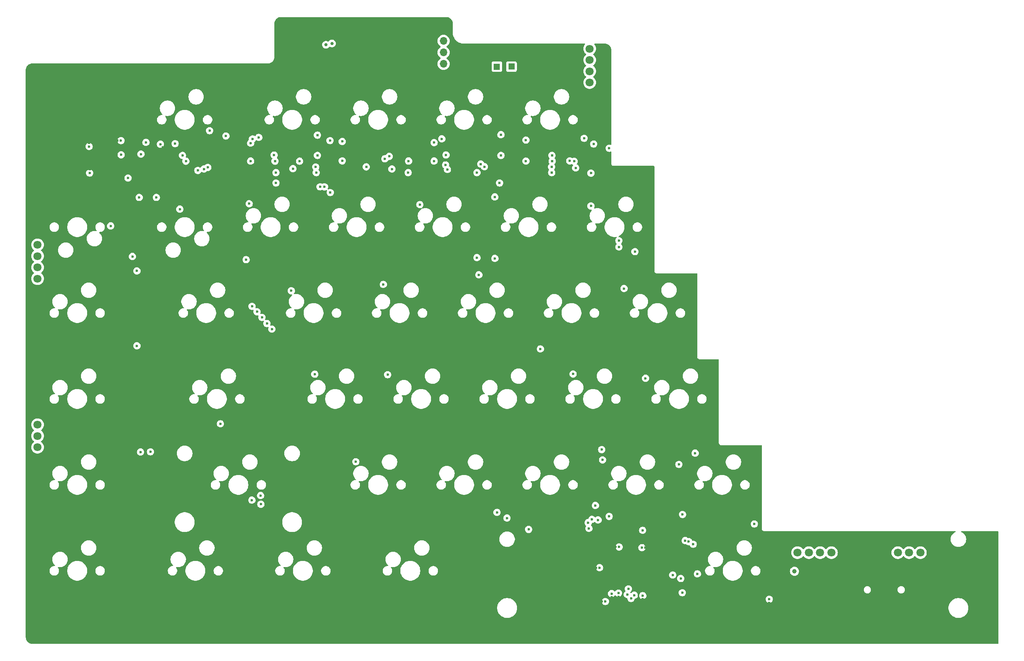
<source format=gbr>
%TF.GenerationSoftware,KiCad,Pcbnew,8.0.4*%
%TF.CreationDate,2024-10-18T15:07:03-05:00*%
%TF.ProjectId,numlocked_shift,6e756d6c-6f63-46b6-9564-5f7368696674,rev?*%
%TF.SameCoordinates,Original*%
%TF.FileFunction,Copper,L2,Inr*%
%TF.FilePolarity,Positive*%
%FSLAX46Y46*%
G04 Gerber Fmt 4.6, Leading zero omitted, Abs format (unit mm)*
G04 Created by KiCad (PCBNEW 8.0.4) date 2024-10-18 15:07:03*
%MOMM*%
%LPD*%
G01*
G04 APERTURE LIST*
%TA.AperFunction,ComponentPad*%
%ADD10R,1.350000X1.350000*%
%TD*%
%TA.AperFunction,ComponentPad*%
%ADD11O,1.350000X1.350000*%
%TD*%
%TA.AperFunction,ComponentPad*%
%ADD12C,4.400000*%
%TD*%
%TA.AperFunction,ComponentPad*%
%ADD13C,1.800000*%
%TD*%
%TA.AperFunction,ComponentPad*%
%ADD14R,1.700000X1.700000*%
%TD*%
%TA.AperFunction,ComponentPad*%
%ADD15O,1.700000X1.700000*%
%TD*%
%TA.AperFunction,ViaPad*%
%ADD16C,0.609600*%
%TD*%
%TA.AperFunction,ViaPad*%
%ADD17C,0.600000*%
%TD*%
%TA.AperFunction,ViaPad*%
%ADD18C,0.700000*%
%TD*%
%TA.AperFunction,ViaPad*%
%ADD19C,1.000000*%
%TD*%
%TA.AperFunction,ViaPad*%
%ADD20C,0.762000*%
%TD*%
G04 APERTURE END LIST*
D10*
%TO.N,/~{USB BOOT}*%
%TO.C,J2*%
X131362200Y-36915600D03*
D11*
%TO.N,GND*%
X131362200Y-34915600D03*
%TD*%
D12*
%TO.N,GND*%
%TO.C,H1*%
X30460450Y-39710000D03*
%TD*%
%TO.N,GND*%
%TO.C,H4*%
X239154200Y-161400000D03*
%TD*%
%TO.N,GND*%
%TO.C,H5*%
X52654200Y-139166600D03*
%TD*%
D10*
%TO.N,/~{reset}*%
%TO.C,J1*%
X134600000Y-36900000D03*
D11*
%TO.N,GND*%
X134600000Y-34900000D03*
%TD*%
D13*
%TO.N,/Encoder B*%
%TO.C,J7*%
X220208600Y-144666600D03*
%TO.N,/numpadCheckWire*%
X222708600Y-144666600D03*
%TO.N,/rightCheckWire*%
X225208600Y-144666600D03*
%TO.N,GND*%
X227708600Y-144666600D03*
%TD*%
%TO.N,/CLK*%
%TO.C,J6*%
X197992800Y-144666600D03*
%TO.N,/capsLED*%
X200492800Y-144666600D03*
%TO.N,/numlockLED{slash}scrlockLED*%
X202992800Y-144666600D03*
%TO.N,/Encoder A*%
X205492800Y-144666600D03*
%TD*%
D12*
%TO.N,GND*%
%TO.C,H3*%
X30460450Y-161400000D03*
%TD*%
%TO.N,GND*%
%TO.C,H7*%
X133616700Y-120116600D03*
%TD*%
D14*
%TO.N,GND*%
%TO.C,Brd1*%
X119545200Y-28664600D03*
D15*
%TO.N,+3V3*%
X119545200Y-31204600D03*
%TO.N,/SSD1306 SCL*%
X119545200Y-33744600D03*
%TO.N,/SSD1306 SDA*%
X119545200Y-36284600D03*
%TD*%
D12*
%TO.N,GND*%
%TO.C,H6*%
X147904200Y-82016600D03*
%TD*%
%TO.N,GND*%
%TO.C,H2*%
X142500000Y-36600000D03*
%TD*%
D13*
%TO.N,VBUS*%
%TO.C,J5*%
X151929200Y-32927600D03*
%TO.N,/SH*%
X151929200Y-35427600D03*
%TO.N,/Serialout-Numpad*%
X151929200Y-37927600D03*
%TO.N,/Serialout-Right*%
X151929200Y-40427600D03*
%TD*%
%TO.N,VBUS*%
%TO.C,J3*%
X29579200Y-76409100D03*
%TO.N,/SH*%
X29579200Y-78909100D03*
%TO.N,/CLK*%
X29579200Y-81409100D03*
%TO.N,/Serialout-Numpad*%
X29579200Y-83909100D03*
%TD*%
%TO.N,/Encoder A*%
%TO.C,J4*%
X29579200Y-116289100D03*
%TO.N,/Encoder B*%
X29579200Y-118789100D03*
%TO.N,/numpadCheckWire*%
X29579200Y-121289100D03*
%TO.N,GND*%
X29579200Y-123789100D03*
%TD*%
D16*
%TO.N,Net-(RN6-R4.1)*%
X132257800Y-52000000D03*
X132257800Y-56591200D03*
D17*
%TO.N,+3V3*%
X172100000Y-150400000D03*
X158442784Y-143402887D03*
X41000000Y-54604803D03*
D18*
X94810000Y-31770000D03*
D17*
X49625000Y-61600000D03*
X175800000Y-149375000D03*
X60050600Y-53975000D03*
X137800000Y-57850000D03*
X76800000Y-53875000D03*
D18*
X93500000Y-32060000D03*
D19*
X197300000Y-148800000D03*
D17*
X138400000Y-139500000D03*
X76796222Y-57836200D03*
X137800000Y-53200000D03*
X117450000Y-57836200D03*
X191700000Y-154999997D03*
X158300000Y-153649997D03*
X97100000Y-57800000D03*
X170319547Y-149631034D03*
X163695255Y-154193784D03*
X41122880Y-60504142D03*
X94390000Y-53301200D03*
X48054703Y-53296776D03*
X117450000Y-53750000D03*
X156250000Y-55000000D03*
X163495200Y-143550000D03*
X154107950Y-147999430D03*
X150700000Y-52800000D03*
X48100829Y-56449374D03*
X155396067Y-155495751D03*
X156773888Y-153747173D03*
X97100000Y-53500000D03*
%TO.N,/SSD1306 SCL*%
X152423200Y-137276800D03*
%TO.N,/SSD1306 SDA*%
X151587500Y-138012500D03*
%TO.N,/~{reset}*%
X173100000Y-142000000D03*
X153200000Y-134200000D03*
X172500000Y-136200000D03*
%TO.N,/~{USB BOOT}*%
X153789400Y-137410600D03*
X151749973Y-139300000D03*
%TO.N,/SH*%
X158400000Y-75500000D03*
X173869222Y-142219778D03*
X152813319Y-54057455D03*
%TO.N,/Serialout-Numpad*%
X52500000Y-56300000D03*
%TO.N,/CLK*%
X158400000Y-76900000D03*
X161950000Y-77925000D03*
X188400000Y-138300000D03*
X172450000Y-153550000D03*
%TO.N,/numpadCheckWire*%
X50600000Y-79000000D03*
%TO.N,/Encoder B*%
X79075000Y-133925000D03*
%TO.N,/Encoder A*%
X77075000Y-133025000D03*
%TO.N,/capsLED*%
X156226800Y-136626800D03*
X79000000Y-132000000D03*
X163650000Y-139725000D03*
X133600000Y-137000000D03*
%TO.N,/rightCheckWire*%
X131375000Y-135737600D03*
X61100000Y-68500000D03*
%TO.N,Net-(RN1-R2.1)*%
X77200000Y-52950000D03*
D16*
X82200000Y-57861200D03*
D17*
X71325000Y-52275000D03*
X67700000Y-51100000D03*
%TO.N,Net-(RN1-R3.1)*%
X86169200Y-59530800D03*
X76470800Y-67300000D03*
%TO.N,Net-(RN1-R1.1)*%
X82000000Y-56512800D03*
X78600000Y-52600000D03*
%TO.N,Net-(RN1-R4.1)*%
X82400000Y-62700000D03*
X82400000Y-60401200D03*
%TO.N,Net-(RN2-R3.1)*%
X75800000Y-79700000D03*
X87638800Y-57861200D03*
%TO.N,Net-(RN2-R2.1)*%
X77100000Y-90050000D03*
X91200000Y-59156200D03*
D16*
%TO.N,Net-(RN2-R4.1)*%
X91592400Y-52100000D03*
X91592400Y-56591200D03*
D17*
%TO.N,Net-(RN2-R1.1)*%
X78200000Y-91250000D03*
X91338400Y-60401200D03*
D16*
%TO.N,Net-(RN3-R3.1)*%
X94437200Y-64817600D03*
X102412800Y-59131200D03*
D17*
%TO.N,Net-(RN3-R4.1)*%
X93167200Y-63558800D03*
X80400000Y-93850000D03*
%TO.N,Net-(RN3-R1.1)*%
X81500000Y-95100000D03*
X106553000Y-57344801D03*
%TO.N,Net-(RN3-R2.1)*%
X79300000Y-92500000D03*
X92176600Y-63550800D03*
%TO.N,Net-(RN4-R4.1)*%
X85800000Y-86600000D03*
X107500000Y-56800000D03*
%TO.N,Net-(RN4-R1.1)*%
X111700000Y-60401200D03*
X107156700Y-105200000D03*
%TO.N,Net-(RN4-R3.1)*%
X111800000Y-57836200D03*
X100100000Y-124500000D03*
%TO.N,Net-(RN4-R2.1)*%
X91000000Y-105100000D03*
X108100000Y-59600000D03*
%TO.N,Net-(RN5-R4.1)*%
X126951200Y-60401200D03*
X126949200Y-79250800D03*
%TO.N,Net-(RN5-R1.1)*%
X120100000Y-56500000D03*
X119160000Y-52910000D03*
%TO.N,Net-(RN5-R3.1)*%
X114300000Y-67500000D03*
X120400000Y-59700000D03*
%TO.N,Net-(RN5-R2.1)*%
X119987800Y-58687800D03*
X106200000Y-85200000D03*
%TO.N,Net-(RN6-R3.1)*%
X127376200Y-83069600D03*
D16*
X127800000Y-58500000D03*
%TO.N,Net-(RN6-R1.1)*%
X130900000Y-65800000D03*
X131953000Y-62700000D03*
D17*
%TO.N,Net-(RN6-R2.1)*%
X130921300Y-79428700D03*
X128600000Y-59100000D03*
%TO.N,Net-(RN7-R2.1)*%
X154600000Y-121818400D03*
D16*
X143611600Y-57861200D03*
D17*
%TO.N,Net-(RN7-R3.1)*%
X148254150Y-105054150D03*
D16*
X143484600Y-59131200D03*
%TO.N,Net-(RN7-R1.1)*%
X143560800Y-56591200D03*
D17*
X154781700Y-124100000D03*
D16*
%TO.N,Net-(RN7-R4.1)*%
X143510000Y-60401200D03*
D17*
X141000000Y-99500000D03*
%TO.N,Net-(RN8-R4.1)*%
X147500000Y-57800000D03*
X171700000Y-125100000D03*
%TO.N,Net-(RN8-R1.1)*%
X152200000Y-67800000D03*
X152200000Y-60521600D03*
%TO.N,Net-(RN8-R3.1)*%
X148500000Y-57900000D03*
X164300000Y-106000000D03*
%TO.N,Net-(RN8-R2.1)*%
X148825000Y-59375000D03*
X159544200Y-86100000D03*
%TO.N,/SerialOut*%
X174850000Y-142800000D03*
X175300000Y-122600000D03*
%TO.N,/RTC_SCL*%
X160251470Y-153950000D03*
X161085859Y-154812671D03*
%TO.N,/RTC_32KHZ*%
X160500000Y-152700000D03*
X161800000Y-154100000D03*
D18*
%TO.N,GND*%
X116200000Y-114800000D03*
D17*
X153400000Y-88700000D03*
D18*
X77100000Y-78400000D03*
X193600000Y-142500000D03*
X214350000Y-142550000D03*
D17*
X88800000Y-35500000D03*
D18*
X87600000Y-126000000D03*
D17*
X157642799Y-143397671D03*
D18*
X74450000Y-84150000D03*
X220204600Y-158200000D03*
X195100000Y-142500000D03*
X127830000Y-50990000D03*
X141800000Y-52260200D03*
X144700000Y-134500000D03*
X211350000Y-142550000D03*
X167700000Y-142600000D03*
X149400000Y-138300000D03*
X230500000Y-146100000D03*
D17*
X160804200Y-147032100D03*
X46500000Y-143600000D03*
D16*
X133604000Y-115087400D03*
D18*
X147800000Y-103100000D03*
D16*
X127450000Y-56550000D03*
D18*
X105100000Y-134600000D03*
D16*
X112600000Y-62900000D03*
D18*
X139000000Y-43300000D03*
X145800000Y-50900000D03*
D16*
X114274600Y-65252600D03*
D18*
X52100000Y-110000000D03*
D17*
X115800000Y-88500000D03*
D18*
X159000000Y-78700000D03*
D16*
X45262500Y-59500000D03*
D18*
X56600000Y-133200000D03*
X154000000Y-115600000D03*
D16*
X126600000Y-55318000D03*
D18*
X180150003Y-144000000D03*
X227700000Y-141800000D03*
X84600000Y-126000000D03*
X49150000Y-88450000D03*
D17*
X92000000Y-45500000D03*
D16*
X57000000Y-63000000D03*
D18*
X147600000Y-46500000D03*
D16*
X113870000Y-62900000D03*
D17*
X225350000Y-155050000D03*
X154596346Y-155495751D03*
D18*
X155600000Y-37600000D03*
D20*
X151900000Y-146964400D03*
D18*
X92300000Y-33600000D03*
D16*
X51400000Y-54600000D03*
X87000000Y-56700000D03*
D18*
X68400000Y-95600000D03*
X67608800Y-62891200D03*
X75100000Y-155400000D03*
D17*
X161820200Y-147032100D03*
D18*
X76600000Y-155400000D03*
D17*
X44400000Y-88500000D03*
D18*
X118100000Y-43600000D03*
X130700000Y-141100000D03*
D16*
X134874000Y-115087400D03*
D18*
X71450000Y-84150000D03*
X111900000Y-139200000D03*
X113800000Y-34000000D03*
X144800000Y-103100000D03*
D17*
X68200000Y-41700000D03*
X115300000Y-28700000D03*
X161820200Y-149064100D03*
D18*
X229200000Y-147300000D03*
X90800000Y-95900000D03*
X77000000Y-39800000D03*
D17*
X44750000Y-50550000D03*
D18*
X151000000Y-115600000D03*
D17*
X142700000Y-65700000D03*
D18*
X132045200Y-83413600D03*
X116600000Y-43600000D03*
X129330000Y-50990000D03*
D16*
X92430600Y-61950600D03*
D18*
X157300000Y-108300000D03*
X163700000Y-134200000D03*
X69200000Y-119300000D03*
D17*
X44381700Y-107418300D03*
D18*
X58400000Y-40000000D03*
X89300000Y-95900000D03*
D17*
X168641405Y-146903512D03*
D18*
X207900000Y-149500000D03*
D16*
X116814600Y-65252600D03*
D17*
X38400000Y-76000000D03*
D18*
X229200000Y-141800000D03*
X203682600Y-150400000D03*
X76500000Y-143600000D03*
D16*
X105333800Y-64973200D03*
D18*
X189700000Y-145400000D03*
X78000000Y-143600000D03*
D17*
X70600000Y-145600000D03*
D18*
X82500000Y-52325000D03*
D16*
X139369800Y-62153800D03*
D17*
X96800000Y-88500000D03*
D18*
X172950000Y-89000000D03*
X226200000Y-141800000D03*
X94400000Y-146500000D03*
X95900000Y-146500000D03*
D17*
X140900000Y-138500000D03*
X202000000Y-152100000D03*
X83900000Y-35100000D03*
D18*
X230500000Y-143100000D03*
D17*
X168406600Y-151300000D03*
D18*
X148200000Y-154400000D03*
X115000000Y-155900000D03*
X168400000Y-96600000D03*
X56900000Y-40000000D03*
D16*
X62805331Y-55205331D03*
X162175000Y-70000000D03*
X47249915Y-53301454D03*
D18*
X77100000Y-121100000D03*
X160700000Y-134200000D03*
D17*
X75300000Y-107500000D03*
D18*
X149100000Y-46500000D03*
X212850000Y-142550000D03*
X230500000Y-144600000D03*
X122600000Y-146400000D03*
X67700000Y-119300000D03*
X146400000Y-96200000D03*
X150600000Y-46500000D03*
X78100000Y-155400000D03*
X149400000Y-96200000D03*
X147900000Y-138300000D03*
X142000000Y-43300000D03*
D17*
X111056700Y-126456700D03*
D16*
X106300000Y-55318000D03*
D18*
X156500000Y-141050000D03*
X109700000Y-95900000D03*
D17*
X80100000Y-126400000D03*
D16*
X57300000Y-54800000D03*
D18*
X155600000Y-34600000D03*
X72950000Y-84150000D03*
X210900000Y-156100000D03*
X95000000Y-82500000D03*
X147500000Y-37700000D03*
D17*
X87200000Y-69400000D03*
D18*
X97500000Y-82500000D03*
X59150000Y-117050000D03*
X114700000Y-114800000D03*
D17*
X44381700Y-126618300D03*
X168200000Y-126600000D03*
X130100000Y-45500000D03*
D16*
X163445000Y-70000000D03*
D17*
X72700000Y-38800000D03*
D18*
X74250000Y-58400000D03*
X130038600Y-83413600D03*
X170800000Y-142700000D03*
D17*
X29872083Y-71888532D03*
D18*
X187675000Y-156200000D03*
D16*
X47100000Y-56500000D03*
D18*
X171700000Y-115300000D03*
X157500000Y-78700000D03*
D17*
X87650000Y-62941200D03*
D16*
X102793800Y-64973200D03*
D18*
X88200000Y-52000000D03*
X149000000Y-37700000D03*
X155000000Y-141050000D03*
X126330000Y-50990000D03*
X117900000Y-78500000D03*
D16*
X132334000Y-115087400D03*
D18*
X152500000Y-115600000D03*
X72200000Y-39800000D03*
X147500000Y-35600000D03*
X165400000Y-96600000D03*
D17*
X134800000Y-88500000D03*
D18*
X80100000Y-78400000D03*
X217804600Y-158200000D03*
X162200000Y-134200000D03*
X113400000Y-139200000D03*
X86100000Y-126000000D03*
D17*
X72700000Y-40900000D03*
D18*
X92500000Y-82500000D03*
D17*
X28900000Y-74500000D03*
X151700000Y-153200000D03*
D18*
X142500000Y-70000000D03*
X128800000Y-95900000D03*
X155800000Y-108300000D03*
X130300000Y-95900000D03*
X109700000Y-46230000D03*
D16*
X119900000Y-57700000D03*
X86000000Y-55300000D03*
D18*
X115300000Y-34000000D03*
X113200000Y-114800000D03*
X78600000Y-78400000D03*
D17*
X120600000Y-107700000D03*
D18*
X127300000Y-95900000D03*
X79600000Y-66200000D03*
X56600000Y-134700000D03*
X174700000Y-152500000D03*
X125600000Y-146400000D03*
D17*
X158303562Y-152505150D03*
D16*
X41000000Y-53800000D03*
X41118795Y-59618795D03*
D17*
X168400000Y-146300000D03*
D18*
X187250000Y-126900000D03*
X102700000Y-52225000D03*
X207900000Y-156100000D03*
X140500000Y-43300000D03*
X151200000Y-154400000D03*
X66900000Y-95600000D03*
X111200000Y-46230000D03*
D16*
X82296000Y-43281600D03*
X164300003Y-143550000D03*
D18*
X185400000Y-138100000D03*
D17*
X117437700Y-28539373D03*
D18*
X99200000Y-43600000D03*
X78100000Y-66200000D03*
X110400000Y-139200000D03*
D17*
X191700000Y-155800000D03*
D18*
X209400000Y-156100000D03*
X76500000Y-49000000D03*
D16*
X138099800Y-62153800D03*
X51500000Y-58206000D03*
D18*
X57650000Y-117050000D03*
X129200000Y-141100000D03*
X123900000Y-84500000D03*
X80100000Y-121100000D03*
D16*
X162836200Y-147032100D03*
X221361000Y-141986000D03*
D18*
X226200000Y-147300000D03*
X141700000Y-134500000D03*
X227700000Y-147300000D03*
X108200000Y-95900000D03*
D16*
X122284025Y-62002586D03*
X55500000Y-58000000D03*
D18*
X146300000Y-103100000D03*
D17*
X163702091Y-154993757D03*
D18*
X143200000Y-134500000D03*
D17*
X138900000Y-107800000D03*
D18*
X153500000Y-141050000D03*
D16*
X197993000Y-156032200D03*
D18*
X127700000Y-141100000D03*
X149250000Y-35600000D03*
X173200000Y-115300000D03*
X97700000Y-43600000D03*
X180025000Y-152500000D03*
X147300000Y-50900000D03*
X96200000Y-43600000D03*
X100500000Y-37000000D03*
X123100000Y-35000000D03*
D16*
X163150200Y-60083800D03*
D17*
X125344200Y-69800000D03*
X158700000Y-103500000D03*
D18*
X59900000Y-40000000D03*
X65400000Y-95600000D03*
X156000000Y-78700000D03*
X122700000Y-134500000D03*
X120900000Y-78500000D03*
D17*
X160804200Y-148048100D03*
D18*
X112700000Y-46230000D03*
D16*
X160905000Y-70000000D03*
D18*
X219100000Y-158200000D03*
X210900000Y-149500000D03*
D17*
X225359166Y-150880555D03*
D18*
X59000000Y-58500000D03*
X119400000Y-78500000D03*
D17*
X33905000Y-76029374D03*
D18*
X92300000Y-95900000D03*
D17*
X101500000Y-107500000D03*
X104500000Y-69200000D03*
D16*
X164420200Y-60083800D03*
D18*
X70700000Y-119300000D03*
D17*
X149100000Y-126500000D03*
D18*
X84300000Y-39700000D03*
D17*
X153307959Y-148003657D03*
X88800000Y-32200000D03*
D16*
X52200000Y-60750000D03*
D18*
X131038600Y-83413600D03*
D17*
X118200000Y-145600000D03*
D18*
X172200000Y-149200000D03*
D16*
X146900000Y-55321200D03*
D18*
X106600000Y-134600000D03*
D16*
X111388800Y-62941200D03*
X94615000Y-60858400D03*
D18*
X56600000Y-136200000D03*
D16*
X115544600Y-65252600D03*
D18*
X170200000Y-115300000D03*
D17*
X162836200Y-148048100D03*
D18*
X124200000Y-134500000D03*
D16*
X104063800Y-64973200D03*
D18*
X148800000Y-50900000D03*
X89700000Y-52000000D03*
X56150000Y-75500000D03*
D17*
X154542348Y-153581666D03*
D18*
X183700000Y-142800000D03*
D16*
X84836000Y-43281600D03*
D18*
X189200000Y-154600000D03*
X116800000Y-34000000D03*
X147200000Y-144297400D03*
X86700000Y-52000000D03*
X155600000Y-36100000D03*
D17*
X191400000Y-143600000D03*
D18*
X103600000Y-134600000D03*
D16*
X166446200Y-145516600D03*
D18*
X115100000Y-43600000D03*
D17*
X156767500Y-154547150D03*
X153300000Y-150723100D03*
D18*
X149700000Y-154400000D03*
X102000000Y-37000000D03*
X209400000Y-149500000D03*
D17*
X160832800Y-149064100D03*
D18*
X60650000Y-117050000D03*
X99000000Y-37000000D03*
X51800000Y-90500000D03*
X158800000Y-108300000D03*
X146400000Y-138300000D03*
X78600000Y-121100000D03*
X75000000Y-143600000D03*
D17*
X150400000Y-63800000D03*
D18*
X125700000Y-134500000D03*
D17*
X151100000Y-43600000D03*
D16*
X161880200Y-60083800D03*
D18*
X124100000Y-146400000D03*
D17*
X162836200Y-149064100D03*
D18*
X76600000Y-66200000D03*
X116500000Y-155900000D03*
D16*
X52200000Y-62600000D03*
D18*
X111200000Y-95900000D03*
X146000000Y-37700000D03*
D17*
X158300000Y-154450000D03*
D16*
X83566000Y-43281600D03*
D18*
X92900000Y-146500000D03*
X166900000Y-96600000D03*
D16*
X130100000Y-63655600D03*
D18*
X118000000Y-155900000D03*
D17*
X177700000Y-107600000D03*
D18*
X123900000Y-52225000D03*
X147900000Y-96200000D03*
D17*
%TO.N,Net-(RN10-R3.1)*%
X66450000Y-59600000D03*
X52400000Y-122350000D03*
%TO.N,Net-(RN10-R2.1)*%
X51600000Y-82200000D03*
X62450000Y-57861200D03*
%TO.N,Net-(RN10-R4.1)*%
X65102314Y-59923370D03*
X51600000Y-98800000D03*
%TO.N,Net-(RN10-R1.1)*%
X45776700Y-72223300D03*
X61700000Y-56591200D03*
X52100000Y-65900000D03*
X55900000Y-65900000D03*
%TO.N,Net-(RN11-R4.1)*%
X54600000Y-122300000D03*
X67300000Y-59250000D03*
%TO.N,Net-(D2-A)*%
X70100000Y-116100000D03*
%TO.N,Net-(U9-I1)*%
X56800000Y-54100000D03*
X53600000Y-53700000D03*
%TD*%
%TA.AperFunction,Conductor*%
%TO.N,GND*%
G36*
X83545225Y-25900536D02*
G01*
X83603474Y-25901958D01*
X83603479Y-25901956D01*
X83610538Y-25901203D01*
X83623719Y-25900500D01*
X120026081Y-25900500D01*
X120039262Y-25901203D01*
X120046320Y-25901956D01*
X120046326Y-25901958D01*
X120104574Y-25900536D01*
X120107598Y-25900500D01*
X120112162Y-25900500D01*
X120118265Y-25900649D01*
X120316470Y-25910418D01*
X120334558Y-25912651D01*
X120526190Y-25950793D01*
X120543750Y-25955656D01*
X120727696Y-26021493D01*
X120744370Y-26028885D01*
X120916668Y-26120993D01*
X120932078Y-26130753D01*
X121088992Y-26247136D01*
X121102803Y-26259050D01*
X121240949Y-26397196D01*
X121252863Y-26411007D01*
X121369246Y-26567921D01*
X121379006Y-26583331D01*
X121471114Y-26755629D01*
X121478506Y-26772303D01*
X121544343Y-26956249D01*
X121549208Y-26973818D01*
X121587346Y-27165428D01*
X121589581Y-27183530D01*
X121599350Y-27381733D01*
X121599500Y-27387837D01*
X121599500Y-27392400D01*
X121599463Y-27395424D01*
X121598042Y-27453672D01*
X121598798Y-27460743D01*
X121599500Y-27473923D01*
X121599500Y-29292301D01*
X121599462Y-29295365D01*
X121596138Y-29429825D01*
X121596138Y-29429849D01*
X121622044Y-29712780D01*
X121622047Y-29712801D01*
X121680440Y-29990869D01*
X121770547Y-30260362D01*
X121891150Y-30517638D01*
X122040642Y-30759270D01*
X122040647Y-30759278D01*
X122217037Y-30982051D01*
X122417948Y-31182962D01*
X122417952Y-31182965D01*
X122417954Y-31182967D01*
X122445276Y-31204600D01*
X122640721Y-31359352D01*
X122640729Y-31359357D01*
X122882361Y-31508849D01*
X123139637Y-31629452D01*
X123139642Y-31629453D01*
X123139645Y-31629455D01*
X123409126Y-31719558D01*
X123409128Y-31719558D01*
X123409130Y-31719559D01*
X123573897Y-31754159D01*
X123687207Y-31777954D01*
X123720535Y-31781005D01*
X123970150Y-31803861D01*
X123970158Y-31803861D01*
X123970169Y-31803862D01*
X124104635Y-31800538D01*
X124107699Y-31800500D01*
X150780510Y-31800500D01*
X150847549Y-31820185D01*
X150893304Y-31872989D01*
X150903248Y-31942147D01*
X150874223Y-32005703D01*
X150871740Y-32008482D01*
X150820219Y-32064449D01*
X150693275Y-32258751D01*
X150600042Y-32471299D01*
X150543066Y-32696291D01*
X150543064Y-32696302D01*
X150523900Y-32927593D01*
X150523900Y-32927606D01*
X150543064Y-33158897D01*
X150543066Y-33158908D01*
X150600042Y-33383900D01*
X150693275Y-33596448D01*
X150820216Y-33790747D01*
X150820219Y-33790751D01*
X150820221Y-33790753D01*
X150977416Y-33961513D01*
X150977419Y-33961515D01*
X150977422Y-33961518D01*
X151129322Y-34079747D01*
X151170135Y-34136457D01*
X151173810Y-34206230D01*
X151139178Y-34266913D01*
X151129322Y-34275453D01*
X150977422Y-34393681D01*
X150977419Y-34393684D01*
X150820216Y-34564452D01*
X150693275Y-34758751D01*
X150600042Y-34971299D01*
X150543066Y-35196291D01*
X150543064Y-35196302D01*
X150523900Y-35427593D01*
X150523900Y-35427606D01*
X150543064Y-35658897D01*
X150543066Y-35658908D01*
X150600042Y-35883900D01*
X150693275Y-36096448D01*
X150820216Y-36290747D01*
X150820219Y-36290751D01*
X150820221Y-36290753D01*
X150977416Y-36461513D01*
X150977419Y-36461515D01*
X150977422Y-36461518D01*
X151129322Y-36579747D01*
X151170135Y-36636457D01*
X151173810Y-36706230D01*
X151139178Y-36766913D01*
X151129322Y-36775453D01*
X150977422Y-36893681D01*
X150977419Y-36893684D01*
X150820216Y-37064452D01*
X150693275Y-37258751D01*
X150600042Y-37471299D01*
X150543066Y-37696291D01*
X150543064Y-37696302D01*
X150523900Y-37927593D01*
X150523900Y-37927606D01*
X150543064Y-38158897D01*
X150543066Y-38158908D01*
X150600042Y-38383900D01*
X150693275Y-38596448D01*
X150820216Y-38790747D01*
X150820219Y-38790751D01*
X150820221Y-38790753D01*
X150977416Y-38961513D01*
X150977419Y-38961515D01*
X150977422Y-38961518D01*
X151129322Y-39079747D01*
X151170135Y-39136457D01*
X151173810Y-39206230D01*
X151139178Y-39266913D01*
X151129322Y-39275453D01*
X150977422Y-39393681D01*
X150977419Y-39393684D01*
X150820216Y-39564452D01*
X150693275Y-39758751D01*
X150600042Y-39971299D01*
X150543066Y-40196291D01*
X150543064Y-40196302D01*
X150523900Y-40427593D01*
X150523900Y-40427606D01*
X150543064Y-40658897D01*
X150543066Y-40658908D01*
X150600042Y-40883900D01*
X150693275Y-41096448D01*
X150820216Y-41290747D01*
X150820219Y-41290751D01*
X150820221Y-41290753D01*
X150977416Y-41461513D01*
X150977419Y-41461515D01*
X150977422Y-41461518D01*
X151160565Y-41604064D01*
X151160571Y-41604068D01*
X151160574Y-41604070D01*
X151364697Y-41714536D01*
X151478687Y-41753668D01*
X151584215Y-41789897D01*
X151584217Y-41789897D01*
X151584219Y-41789898D01*
X151813151Y-41828100D01*
X151813152Y-41828100D01*
X152045248Y-41828100D01*
X152045249Y-41828100D01*
X152274181Y-41789898D01*
X152493703Y-41714536D01*
X152697826Y-41604070D01*
X152880984Y-41461513D01*
X153038179Y-41290753D01*
X153165124Y-41096449D01*
X153258357Y-40883900D01*
X153315334Y-40658905D01*
X153334500Y-40427600D01*
X153334500Y-40427593D01*
X153315335Y-40196302D01*
X153315333Y-40196291D01*
X153258357Y-39971299D01*
X153165124Y-39758751D01*
X153038183Y-39564452D01*
X153038180Y-39564449D01*
X153038179Y-39564447D01*
X152880984Y-39393687D01*
X152729076Y-39275452D01*
X152688264Y-39218743D01*
X152684589Y-39148970D01*
X152719220Y-39088287D01*
X152729076Y-39079747D01*
X152880984Y-38961513D01*
X153038179Y-38790753D01*
X153165124Y-38596449D01*
X153258357Y-38383900D01*
X153315334Y-38158905D01*
X153315335Y-38158897D01*
X153334500Y-37927606D01*
X153334500Y-37927593D01*
X153315335Y-37696302D01*
X153315333Y-37696291D01*
X153258357Y-37471299D01*
X153165124Y-37258751D01*
X153038183Y-37064452D01*
X153038180Y-37064449D01*
X153038179Y-37064447D01*
X152880984Y-36893687D01*
X152729076Y-36775452D01*
X152688264Y-36718743D01*
X152684589Y-36648970D01*
X152719220Y-36588287D01*
X152729076Y-36579747D01*
X152880984Y-36461513D01*
X153038179Y-36290753D01*
X153165124Y-36096449D01*
X153258357Y-35883900D01*
X153315334Y-35658905D01*
X153319654Y-35606769D01*
X153334500Y-35427606D01*
X153334500Y-35427593D01*
X153315335Y-35196302D01*
X153315333Y-35196291D01*
X153258357Y-34971299D01*
X153165124Y-34758751D01*
X153038183Y-34564452D01*
X153038180Y-34564449D01*
X153038179Y-34564447D01*
X152880984Y-34393687D01*
X152729076Y-34275452D01*
X152688264Y-34218743D01*
X152684589Y-34148970D01*
X152719220Y-34088287D01*
X152729076Y-34079747D01*
X152880984Y-33961513D01*
X153038179Y-33790753D01*
X153165124Y-33596449D01*
X153258357Y-33383900D01*
X153315334Y-33158905D01*
X153322336Y-33074402D01*
X153334500Y-32927606D01*
X153334500Y-32927593D01*
X153315335Y-32696302D01*
X153315333Y-32696291D01*
X153258357Y-32471299D01*
X153165124Y-32258751D01*
X153073055Y-32117829D01*
X153038179Y-32064447D01*
X152986660Y-32008482D01*
X152955738Y-31945828D01*
X152963599Y-31876402D01*
X153007746Y-31822246D01*
X153074164Y-31800556D01*
X153077890Y-31800500D01*
X155155281Y-31800500D01*
X155168462Y-31801203D01*
X155175520Y-31801956D01*
X155175526Y-31801958D01*
X155233774Y-31800536D01*
X155236798Y-31800500D01*
X155241362Y-31800500D01*
X155247465Y-31800649D01*
X155445670Y-31810418D01*
X155463758Y-31812651D01*
X155655390Y-31850793D01*
X155672950Y-31855656D01*
X155856896Y-31921493D01*
X155873570Y-31928885D01*
X156045868Y-32020993D01*
X156061277Y-32030752D01*
X156178678Y-32117829D01*
X156218192Y-32147136D01*
X156232003Y-32159050D01*
X156370149Y-32297196D01*
X156382063Y-32311007D01*
X156498446Y-32467921D01*
X156508206Y-32483331D01*
X156600314Y-32655629D01*
X156607706Y-32672303D01*
X156673543Y-32856249D01*
X156678408Y-32873818D01*
X156716546Y-33065428D01*
X156718781Y-33083530D01*
X156728550Y-33281733D01*
X156728700Y-33287837D01*
X156728700Y-33292400D01*
X156728663Y-33295424D01*
X156727242Y-33353672D01*
X156727998Y-33360743D01*
X156728700Y-33373923D01*
X156728700Y-54144650D01*
X156709015Y-54211689D01*
X156656211Y-54257444D01*
X156587053Y-54267388D01*
X156563745Y-54261692D01*
X156429254Y-54214631D01*
X156429249Y-54214630D01*
X156250004Y-54194435D01*
X156249996Y-54194435D01*
X156070750Y-54214630D01*
X156070745Y-54214631D01*
X155900476Y-54274211D01*
X155747737Y-54370184D01*
X155620184Y-54497737D01*
X155524211Y-54650476D01*
X155464631Y-54820745D01*
X155464630Y-54820750D01*
X155444435Y-54999996D01*
X155444435Y-55000003D01*
X155464630Y-55179249D01*
X155464631Y-55179254D01*
X155524211Y-55349523D01*
X155549752Y-55390171D01*
X155620184Y-55502262D01*
X155747738Y-55629816D01*
X155802151Y-55664006D01*
X155882721Y-55714632D01*
X155900478Y-55725789D01*
X156025323Y-55769474D01*
X156070745Y-55785368D01*
X156070750Y-55785369D01*
X156249996Y-55805565D01*
X156250000Y-55805565D01*
X156250004Y-55805565D01*
X156429249Y-55785369D01*
X156429251Y-55785368D01*
X156429255Y-55785368D01*
X156429258Y-55785366D01*
X156429262Y-55785366D01*
X156563745Y-55738308D01*
X156633524Y-55734745D01*
X156694151Y-55769474D01*
X156726379Y-55831467D01*
X156728700Y-55855349D01*
X156728700Y-58469992D01*
X156741494Y-58517739D01*
X156762808Y-58597287D01*
X156779343Y-58625926D01*
X156828700Y-58711414D01*
X156921886Y-58804600D01*
X157020721Y-58861663D01*
X157030050Y-58867049D01*
X157036014Y-58870492D01*
X157163308Y-58904600D01*
X157295092Y-58904600D01*
X166129700Y-58904600D01*
X166196739Y-58924285D01*
X166242494Y-58977089D01*
X166253700Y-59028600D01*
X166253700Y-82282491D01*
X166287808Y-82409787D01*
X166320754Y-82466850D01*
X166353700Y-82523914D01*
X166446886Y-82617100D01*
X166561014Y-82682992D01*
X166688308Y-82717100D01*
X166820092Y-82717100D01*
X175654700Y-82717100D01*
X175721739Y-82736785D01*
X175767494Y-82789589D01*
X175778700Y-82841100D01*
X175778700Y-101332491D01*
X175812808Y-101459787D01*
X175845754Y-101516850D01*
X175878700Y-101573914D01*
X175971886Y-101667100D01*
X176086014Y-101732992D01*
X176213308Y-101767100D01*
X176345092Y-101767100D01*
X180417200Y-101767100D01*
X180484239Y-101786785D01*
X180529994Y-101839589D01*
X180541200Y-101891100D01*
X180541200Y-120382491D01*
X180575308Y-120509787D01*
X180608254Y-120566850D01*
X180641200Y-120623914D01*
X180734386Y-120717100D01*
X180848514Y-120782992D01*
X180975808Y-120817100D01*
X181107592Y-120817100D01*
X189942200Y-120817100D01*
X190009239Y-120836785D01*
X190054994Y-120889589D01*
X190066200Y-120941100D01*
X190066200Y-139432491D01*
X190100308Y-139559787D01*
X190133254Y-139616850D01*
X190166200Y-139673914D01*
X190259386Y-139767100D01*
X190373514Y-139832992D01*
X190500808Y-139867100D01*
X232895346Y-139867100D01*
X232962385Y-139886785D01*
X233008140Y-139939589D01*
X233018084Y-140008747D01*
X232989059Y-140072303D01*
X232942798Y-140105661D01*
X232858155Y-140140720D01*
X232858140Y-140140727D01*
X232662257Y-140253820D01*
X232482809Y-140391515D01*
X232482802Y-140391521D01*
X232322871Y-140551452D01*
X232322865Y-140551459D01*
X232185170Y-140730907D01*
X232072077Y-140926790D01*
X232072070Y-140926805D01*
X231985517Y-141135765D01*
X231926973Y-141354252D01*
X231897451Y-141578495D01*
X231897450Y-141578511D01*
X231897450Y-141804688D01*
X231897451Y-141804704D01*
X231926973Y-142028947D01*
X231985517Y-142247434D01*
X232072070Y-142456394D01*
X232072077Y-142456409D01*
X232185170Y-142652292D01*
X232322865Y-142831740D01*
X232322871Y-142831747D01*
X232482802Y-142991678D01*
X232482809Y-142991684D01*
X232662257Y-143129379D01*
X232858140Y-143242472D01*
X232858155Y-143242479D01*
X232915182Y-143266100D01*
X233067116Y-143329033D01*
X233285599Y-143387576D01*
X233509855Y-143417100D01*
X233509862Y-143417100D01*
X233736038Y-143417100D01*
X233736045Y-143417100D01*
X233960301Y-143387576D01*
X234178784Y-143329033D01*
X234387756Y-143242474D01*
X234583643Y-143129379D01*
X234763092Y-142991683D01*
X234923033Y-142831742D01*
X235060729Y-142652293D01*
X235173824Y-142456406D01*
X235260383Y-142247434D01*
X235318926Y-142028951D01*
X235348450Y-141804695D01*
X235348450Y-141578505D01*
X235318926Y-141354249D01*
X235260383Y-141135766D01*
X235173824Y-140926794D01*
X235060729Y-140730907D01*
X234923033Y-140551458D01*
X234923028Y-140551452D01*
X234763097Y-140391521D01*
X234763090Y-140391515D01*
X234583642Y-140253820D01*
X234387759Y-140140727D01*
X234387744Y-140140720D01*
X234303102Y-140105661D01*
X234248698Y-140061821D01*
X234226633Y-139995527D01*
X234243912Y-139927827D01*
X234295049Y-139880216D01*
X234350554Y-139867100D01*
X242329700Y-139867100D01*
X242396739Y-139886785D01*
X242442494Y-139939589D01*
X242453700Y-139991100D01*
X242453700Y-164775500D01*
X242434015Y-164842539D01*
X242381211Y-164888294D01*
X242329700Y-164899500D01*
X28534982Y-164899500D01*
X28534953Y-164899498D01*
X28526330Y-164899498D01*
X28518681Y-164899498D01*
X28464860Y-164899499D01*
X28456014Y-164899183D01*
X28255890Y-164884874D01*
X28238378Y-164882357D01*
X28046651Y-164840653D01*
X28029674Y-164835668D01*
X27845841Y-164767103D01*
X27829747Y-164759753D01*
X27657541Y-164665722D01*
X27642657Y-164656157D01*
X27485584Y-164538571D01*
X27472221Y-164526991D01*
X27333486Y-164388253D01*
X27321899Y-164374881D01*
X27204321Y-164217808D01*
X27194756Y-164202924D01*
X27100727Y-164030713D01*
X27093378Y-164014618D01*
X27024820Y-163830787D01*
X27019836Y-163813811D01*
X26978135Y-163622080D01*
X26975621Y-163604582D01*
X26961266Y-163403743D01*
X26960950Y-163394898D01*
X26960953Y-163334133D01*
X26960951Y-163334128D01*
X26960952Y-163326558D01*
X26960950Y-163326508D01*
X26960950Y-156787378D01*
X131422450Y-156787378D01*
X131422450Y-157075821D01*
X131422451Y-157075838D01*
X131460099Y-157361806D01*
X131460100Y-157361811D01*
X131460101Y-157361817D01*
X131460102Y-157361819D01*
X131534759Y-157640444D01*
X131534764Y-157640460D01*
X131645141Y-157906936D01*
X131645149Y-157906952D01*
X131789370Y-158156748D01*
X131789381Y-158156764D01*
X131964974Y-158385602D01*
X131964980Y-158385609D01*
X132168940Y-158589569D01*
X132168946Y-158589574D01*
X132397794Y-158765175D01*
X132397801Y-158765179D01*
X132647597Y-158909400D01*
X132647613Y-158909408D01*
X132914089Y-159019785D01*
X132914095Y-159019786D01*
X132914105Y-159019791D01*
X133192733Y-159094449D01*
X133478722Y-159132100D01*
X133478729Y-159132100D01*
X133767171Y-159132100D01*
X133767178Y-159132100D01*
X134053167Y-159094449D01*
X134331795Y-159019791D01*
X134331807Y-159019785D01*
X134331810Y-159019785D01*
X134598286Y-158909408D01*
X134598289Y-158909406D01*
X134598295Y-158909404D01*
X134848106Y-158765175D01*
X135076954Y-158589574D01*
X135280924Y-158385604D01*
X135456525Y-158156756D01*
X135600754Y-157906945D01*
X135711141Y-157640445D01*
X135785799Y-157361817D01*
X135823450Y-157075828D01*
X135823450Y-156787378D01*
X231422450Y-156787378D01*
X231422450Y-157075821D01*
X231422451Y-157075838D01*
X231460099Y-157361806D01*
X231460100Y-157361811D01*
X231460101Y-157361817D01*
X231460102Y-157361819D01*
X231534759Y-157640444D01*
X231534764Y-157640460D01*
X231645141Y-157906936D01*
X231645149Y-157906952D01*
X231789370Y-158156748D01*
X231789381Y-158156764D01*
X231964974Y-158385602D01*
X231964980Y-158385609D01*
X232168940Y-158589569D01*
X232168946Y-158589574D01*
X232397794Y-158765175D01*
X232397801Y-158765179D01*
X232647597Y-158909400D01*
X232647613Y-158909408D01*
X232914089Y-159019785D01*
X232914095Y-159019786D01*
X232914105Y-159019791D01*
X233192733Y-159094449D01*
X233478722Y-159132100D01*
X233478729Y-159132100D01*
X233767171Y-159132100D01*
X233767178Y-159132100D01*
X234053167Y-159094449D01*
X234331795Y-159019791D01*
X234331807Y-159019785D01*
X234331810Y-159019785D01*
X234598286Y-158909408D01*
X234598289Y-158909406D01*
X234598295Y-158909404D01*
X234848106Y-158765175D01*
X235076954Y-158589574D01*
X235280924Y-158385604D01*
X235456525Y-158156756D01*
X235600754Y-157906945D01*
X235711141Y-157640445D01*
X235785799Y-157361817D01*
X235823450Y-157075828D01*
X235823450Y-156787372D01*
X235785799Y-156501383D01*
X235711141Y-156222755D01*
X235711136Y-156222745D01*
X235711135Y-156222739D01*
X235600758Y-155956263D01*
X235600750Y-155956247D01*
X235456529Y-155706451D01*
X235456525Y-155706444D01*
X235280924Y-155477596D01*
X235280919Y-155477590D01*
X235076959Y-155273630D01*
X235076952Y-155273624D01*
X234848114Y-155098031D01*
X234848112Y-155098029D01*
X234848106Y-155098025D01*
X234848101Y-155098022D01*
X234848098Y-155098020D01*
X234598302Y-154953799D01*
X234598286Y-154953791D01*
X234331810Y-154843414D01*
X234331798Y-154843410D01*
X234331795Y-154843409D01*
X234053167Y-154768751D01*
X234053161Y-154768750D01*
X234053156Y-154768749D01*
X233767188Y-154731101D01*
X233767183Y-154731100D01*
X233767178Y-154731100D01*
X233478722Y-154731100D01*
X233478716Y-154731100D01*
X233478711Y-154731101D01*
X233192743Y-154768749D01*
X233192736Y-154768750D01*
X233192733Y-154768751D01*
X232979868Y-154825788D01*
X232914105Y-154843409D01*
X232914089Y-154843414D01*
X232647613Y-154953791D01*
X232647597Y-154953799D01*
X232397801Y-155098020D01*
X232397785Y-155098031D01*
X232168947Y-155273624D01*
X232168940Y-155273630D01*
X231964980Y-155477590D01*
X231964974Y-155477597D01*
X231789381Y-155706435D01*
X231789370Y-155706451D01*
X231645149Y-155956247D01*
X231645141Y-155956263D01*
X231534764Y-156222739D01*
X231534759Y-156222755D01*
X231460102Y-156501380D01*
X231460099Y-156501393D01*
X231422451Y-156787361D01*
X231422450Y-156787378D01*
X135823450Y-156787378D01*
X135823450Y-156787372D01*
X135785799Y-156501383D01*
X135711141Y-156222755D01*
X135711136Y-156222745D01*
X135711135Y-156222739D01*
X135600758Y-155956263D01*
X135600750Y-155956247D01*
X135456529Y-155706451D01*
X135456525Y-155706444D01*
X135294852Y-155495747D01*
X154590502Y-155495747D01*
X154590502Y-155495754D01*
X154610697Y-155675000D01*
X154610698Y-155675005D01*
X154670278Y-155845274D01*
X154740013Y-155956255D01*
X154766251Y-155998013D01*
X154893805Y-156125567D01*
X155046545Y-156221540D01*
X155216812Y-156281119D01*
X155216817Y-156281120D01*
X155396063Y-156301316D01*
X155396067Y-156301316D01*
X155396071Y-156301316D01*
X155575316Y-156281120D01*
X155575319Y-156281119D01*
X155575322Y-156281119D01*
X155745589Y-156221540D01*
X155898329Y-156125567D01*
X156025883Y-155998013D01*
X156121856Y-155845273D01*
X156181435Y-155675006D01*
X156186527Y-155629812D01*
X156201632Y-155495754D01*
X156201632Y-155495747D01*
X156181436Y-155316501D01*
X156181435Y-155316496D01*
X156180888Y-155314933D01*
X156121856Y-155146229D01*
X156025883Y-154993489D01*
X155898329Y-154865935D01*
X155834437Y-154825789D01*
X155745590Y-154769962D01*
X155575321Y-154710382D01*
X155575316Y-154710381D01*
X155396071Y-154690186D01*
X155396063Y-154690186D01*
X155216817Y-154710381D01*
X155216812Y-154710382D01*
X155046543Y-154769962D01*
X154893804Y-154865935D01*
X154766251Y-154993488D01*
X154670278Y-155146227D01*
X154610698Y-155316496D01*
X154610697Y-155316501D01*
X154590502Y-155495747D01*
X135294852Y-155495747D01*
X135280924Y-155477596D01*
X135280919Y-155477590D01*
X135076959Y-155273630D01*
X135076952Y-155273624D01*
X134848114Y-155098031D01*
X134848112Y-155098029D01*
X134848106Y-155098025D01*
X134848101Y-155098022D01*
X134848098Y-155098020D01*
X134598302Y-154953799D01*
X134598286Y-154953791D01*
X134331810Y-154843414D01*
X134331798Y-154843410D01*
X134331795Y-154843409D01*
X134053167Y-154768751D01*
X134053161Y-154768750D01*
X134053156Y-154768749D01*
X133767188Y-154731101D01*
X133767183Y-154731100D01*
X133767178Y-154731100D01*
X133478722Y-154731100D01*
X133478716Y-154731100D01*
X133478711Y-154731101D01*
X133192743Y-154768749D01*
X133192736Y-154768750D01*
X133192733Y-154768751D01*
X132979868Y-154825788D01*
X132914105Y-154843409D01*
X132914089Y-154843414D01*
X132647613Y-154953791D01*
X132647597Y-154953799D01*
X132397801Y-155098020D01*
X132397785Y-155098031D01*
X132168947Y-155273624D01*
X132168940Y-155273630D01*
X131964980Y-155477590D01*
X131964974Y-155477597D01*
X131789381Y-155706435D01*
X131789370Y-155706451D01*
X131645149Y-155956247D01*
X131645141Y-155956263D01*
X131534764Y-156222739D01*
X131534759Y-156222755D01*
X131460102Y-156501380D01*
X131460099Y-156501393D01*
X131422451Y-156787361D01*
X131422450Y-156787378D01*
X26960950Y-156787378D01*
X26960950Y-153747169D01*
X155968323Y-153747169D01*
X155968323Y-153747176D01*
X155988518Y-153926422D01*
X155988519Y-153926427D01*
X156048099Y-154096696D01*
X156109104Y-154193784D01*
X156144072Y-154249435D01*
X156271626Y-154376989D01*
X156424366Y-154472962D01*
X156594633Y-154532541D01*
X156594638Y-154532542D01*
X156773884Y-154552738D01*
X156773888Y-154552738D01*
X156773892Y-154552738D01*
X156953137Y-154532542D01*
X156953140Y-154532541D01*
X156953143Y-154532541D01*
X157123410Y-154472962D01*
X157276150Y-154376989D01*
X157403704Y-154249435D01*
X157462480Y-154155892D01*
X157514815Y-154109602D01*
X157583868Y-154098954D01*
X157647717Y-154127329D01*
X157665106Y-154147399D01*
X157665841Y-154146813D01*
X157670184Y-154152259D01*
X157797738Y-154279813D01*
X157886153Y-154335368D01*
X157946104Y-154373038D01*
X157950478Y-154375786D01*
X158120745Y-154435365D01*
X158120750Y-154435366D01*
X158299996Y-154455562D01*
X158300000Y-154455562D01*
X158300004Y-154455562D01*
X158479249Y-154435366D01*
X158479252Y-154435365D01*
X158479255Y-154435365D01*
X158649522Y-154375786D01*
X158802262Y-154279813D01*
X158929816Y-154152259D01*
X159025789Y-153999519D01*
X159043118Y-153949996D01*
X159445905Y-153949996D01*
X159445905Y-153950003D01*
X159466100Y-154129249D01*
X159466101Y-154129254D01*
X159525681Y-154299523D01*
X159619932Y-154449522D01*
X159621654Y-154452262D01*
X159749208Y-154579816D01*
X159901948Y-154675789D01*
X160056348Y-154729816D01*
X160072215Y-154735368D01*
X160072220Y-154735369D01*
X160151861Y-154744341D01*
X160175880Y-154747048D01*
X160240295Y-154774114D01*
X160279850Y-154831708D01*
X160285218Y-154856384D01*
X160300489Y-154991921D01*
X160300490Y-154991925D01*
X160360070Y-155162194D01*
X160456043Y-155314933D01*
X160583597Y-155442487D01*
X160736337Y-155538460D01*
X160906604Y-155598039D01*
X160906609Y-155598040D01*
X161085855Y-155618236D01*
X161085859Y-155618236D01*
X161085863Y-155618236D01*
X161265108Y-155598040D01*
X161265111Y-155598039D01*
X161265114Y-155598039D01*
X161435381Y-155538460D01*
X161588121Y-155442487D01*
X161715675Y-155314933D01*
X161811648Y-155162193D01*
X161868404Y-154999993D01*
X190894435Y-154999993D01*
X190894435Y-155000000D01*
X190914630Y-155179246D01*
X190914631Y-155179251D01*
X190974211Y-155349520D01*
X191054683Y-155477590D01*
X191070184Y-155502259D01*
X191197738Y-155629813D01*
X191269653Y-155675000D01*
X191319706Y-155706451D01*
X191350478Y-155725786D01*
X191520745Y-155785365D01*
X191520750Y-155785366D01*
X191699996Y-155805562D01*
X191700000Y-155805562D01*
X191700004Y-155805562D01*
X191879249Y-155785366D01*
X191879252Y-155785365D01*
X191879255Y-155785365D01*
X192049522Y-155725786D01*
X192202262Y-155629813D01*
X192329816Y-155502259D01*
X192425789Y-155349519D01*
X192485368Y-155179252D01*
X192489089Y-155146227D01*
X192505565Y-155000000D01*
X192505565Y-154999993D01*
X192485369Y-154820747D01*
X192485368Y-154820742D01*
X192467176Y-154768752D01*
X192425789Y-154650475D01*
X192329816Y-154497735D01*
X192202262Y-154370181D01*
X192146859Y-154335369D01*
X192049523Y-154274208D01*
X191879254Y-154214628D01*
X191879249Y-154214627D01*
X191700004Y-154194432D01*
X191699996Y-154194432D01*
X191520750Y-154214627D01*
X191520745Y-154214628D01*
X191350476Y-154274208D01*
X191197737Y-154370181D01*
X191070184Y-154497734D01*
X190974211Y-154650473D01*
X190914631Y-154820742D01*
X190914630Y-154820747D01*
X190894435Y-154999993D01*
X161868404Y-154999993D01*
X161871227Y-154991926D01*
X161871228Y-154991921D01*
X161872776Y-154985139D01*
X161874714Y-154985581D01*
X161897986Y-154930186D01*
X161955577Y-154890625D01*
X161972475Y-154886949D01*
X161972468Y-154886917D01*
X161979253Y-154885368D01*
X161979255Y-154885368D01*
X162149522Y-154825789D01*
X162302262Y-154729816D01*
X162429816Y-154602262D01*
X162525789Y-154449522D01*
X162585368Y-154279255D01*
X162594998Y-154193787D01*
X162594999Y-154193780D01*
X162889690Y-154193780D01*
X162889690Y-154193787D01*
X162909885Y-154373033D01*
X162909886Y-154373038D01*
X162969466Y-154543307D01*
X163036805Y-154650475D01*
X163065439Y-154696046D01*
X163192993Y-154823600D01*
X163260369Y-154865935D01*
X163308735Y-154896326D01*
X163345733Y-154919573D01*
X163516000Y-154979152D01*
X163516005Y-154979153D01*
X163695251Y-154999349D01*
X163695255Y-154999349D01*
X163695259Y-154999349D01*
X163874504Y-154979153D01*
X163874507Y-154979152D01*
X163874510Y-154979152D01*
X164044777Y-154919573D01*
X164197517Y-154823600D01*
X164325071Y-154696046D01*
X164421044Y-154543306D01*
X164480623Y-154373039D01*
X164482592Y-154355565D01*
X164500820Y-154193787D01*
X164500820Y-154193780D01*
X164480624Y-154014534D01*
X164480623Y-154014529D01*
X164447808Y-153920750D01*
X164421044Y-153844262D01*
X164415981Y-153836205D01*
X164374850Y-153770745D01*
X164325071Y-153691522D01*
X164197517Y-153563968D01*
X164175281Y-153549996D01*
X171644435Y-153549996D01*
X171644435Y-153550003D01*
X171664630Y-153729249D01*
X171664631Y-153729254D01*
X171724211Y-153899523D01*
X171755926Y-153949996D01*
X171820184Y-154052262D01*
X171947738Y-154179816D01*
X172003141Y-154214628D01*
X172097961Y-154274208D01*
X172100478Y-154275789D01*
X172168306Y-154299523D01*
X172270745Y-154335368D01*
X172270750Y-154335369D01*
X172449996Y-154355565D01*
X172450000Y-154355565D01*
X172450004Y-154355565D01*
X172629249Y-154335369D01*
X172629252Y-154335368D01*
X172629255Y-154335368D01*
X172799522Y-154275789D01*
X172952262Y-154179816D01*
X173079816Y-154052262D01*
X173175789Y-153899522D01*
X173235368Y-153729255D01*
X173238608Y-153700499D01*
X173255565Y-153550003D01*
X173255565Y-153549996D01*
X173235369Y-153370750D01*
X173235368Y-153370745D01*
X173215733Y-153314631D01*
X173175789Y-153200478D01*
X173079816Y-153047738D01*
X172952262Y-152920184D01*
X172887124Y-152879255D01*
X172799523Y-152824211D01*
X172790784Y-152821153D01*
X212649500Y-152821153D01*
X212649500Y-152978846D01*
X212680261Y-153133489D01*
X212680264Y-153133501D01*
X212740602Y-153279172D01*
X212740609Y-153279185D01*
X212828210Y-153410288D01*
X212828213Y-153410292D01*
X212939707Y-153521786D01*
X212939711Y-153521789D01*
X213070814Y-153609390D01*
X213070827Y-153609397D01*
X213168836Y-153649993D01*
X213216503Y-153669737D01*
X213326018Y-153691521D01*
X213371153Y-153700499D01*
X213371156Y-153700500D01*
X213371158Y-153700500D01*
X213528844Y-153700500D01*
X213528845Y-153700499D01*
X213683497Y-153669737D01*
X213829179Y-153609394D01*
X213960289Y-153521789D01*
X214071789Y-153410289D01*
X214159394Y-153279179D01*
X214166765Y-153261385D01*
X214191993Y-153200478D01*
X214219737Y-153133497D01*
X214250500Y-152978842D01*
X214250500Y-152821158D01*
X214250500Y-152821155D01*
X214250499Y-152821153D01*
X220149500Y-152821153D01*
X220149500Y-152978846D01*
X220180261Y-153133489D01*
X220180264Y-153133501D01*
X220240602Y-153279172D01*
X220240609Y-153279185D01*
X220328210Y-153410288D01*
X220328213Y-153410292D01*
X220439707Y-153521786D01*
X220439711Y-153521789D01*
X220570814Y-153609390D01*
X220570827Y-153609397D01*
X220668836Y-153649993D01*
X220716503Y-153669737D01*
X220826018Y-153691521D01*
X220871153Y-153700499D01*
X220871156Y-153700500D01*
X220871158Y-153700500D01*
X221028844Y-153700500D01*
X221028845Y-153700499D01*
X221183497Y-153669737D01*
X221329179Y-153609394D01*
X221460289Y-153521789D01*
X221571789Y-153410289D01*
X221659394Y-153279179D01*
X221666765Y-153261385D01*
X221691993Y-153200478D01*
X221719737Y-153133497D01*
X221750500Y-152978842D01*
X221750500Y-152821158D01*
X221750500Y-152821155D01*
X221750499Y-152821153D01*
X221735239Y-152744435D01*
X221719737Y-152666503D01*
X221719735Y-152666498D01*
X221659397Y-152520827D01*
X221659390Y-152520814D01*
X221571789Y-152389711D01*
X221571786Y-152389707D01*
X221460292Y-152278213D01*
X221460288Y-152278210D01*
X221329185Y-152190609D01*
X221329172Y-152190602D01*
X221183501Y-152130264D01*
X221183489Y-152130261D01*
X221028845Y-152099500D01*
X221028842Y-152099500D01*
X220871158Y-152099500D01*
X220871155Y-152099500D01*
X220716510Y-152130261D01*
X220716498Y-152130264D01*
X220570827Y-152190602D01*
X220570814Y-152190609D01*
X220439711Y-152278210D01*
X220439707Y-152278213D01*
X220328213Y-152389707D01*
X220328210Y-152389711D01*
X220240609Y-152520814D01*
X220240602Y-152520827D01*
X220180264Y-152666498D01*
X220180261Y-152666510D01*
X220149500Y-152821153D01*
X214250499Y-152821153D01*
X214235239Y-152744435D01*
X214219737Y-152666503D01*
X214219735Y-152666498D01*
X214159397Y-152520827D01*
X214159390Y-152520814D01*
X214071789Y-152389711D01*
X214071786Y-152389707D01*
X213960292Y-152278213D01*
X213960288Y-152278210D01*
X213829185Y-152190609D01*
X213829172Y-152190602D01*
X213683501Y-152130264D01*
X213683489Y-152130261D01*
X213528845Y-152099500D01*
X213528842Y-152099500D01*
X213371158Y-152099500D01*
X213371155Y-152099500D01*
X213216510Y-152130261D01*
X213216498Y-152130264D01*
X213070827Y-152190602D01*
X213070814Y-152190609D01*
X212939711Y-152278210D01*
X212939707Y-152278213D01*
X212828213Y-152389707D01*
X212828210Y-152389711D01*
X212740609Y-152520814D01*
X212740602Y-152520827D01*
X212680264Y-152666498D01*
X212680261Y-152666510D01*
X212649500Y-152821153D01*
X172790784Y-152821153D01*
X172629254Y-152764631D01*
X172629249Y-152764630D01*
X172450004Y-152744435D01*
X172449996Y-152744435D01*
X172270750Y-152764630D01*
X172270745Y-152764631D01*
X172100476Y-152824211D01*
X171947737Y-152920184D01*
X171820184Y-153047737D01*
X171724211Y-153200476D01*
X171664631Y-153370745D01*
X171664630Y-153370750D01*
X171644435Y-153549996D01*
X164175281Y-153549996D01*
X164044778Y-153467995D01*
X163874509Y-153408415D01*
X163874504Y-153408414D01*
X163695259Y-153388219D01*
X163695251Y-153388219D01*
X163516005Y-153408414D01*
X163516000Y-153408415D01*
X163345731Y-153467995D01*
X163192992Y-153563968D01*
X163065439Y-153691521D01*
X162969466Y-153844260D01*
X162909886Y-154014529D01*
X162909885Y-154014534D01*
X162889690Y-154193780D01*
X162594999Y-154193780D01*
X162605565Y-154100003D01*
X162605565Y-154099996D01*
X162585369Y-153920750D01*
X162585368Y-153920745D01*
X162532882Y-153770750D01*
X162525789Y-153750478D01*
X162523712Y-153747173D01*
X162462654Y-153650000D01*
X162429816Y-153597738D01*
X162302262Y-153470184D01*
X162278996Y-153455565D01*
X162149523Y-153374211D01*
X161979254Y-153314631D01*
X161979249Y-153314630D01*
X161800004Y-153294435D01*
X161799996Y-153294435D01*
X161620750Y-153314630D01*
X161620745Y-153314631D01*
X161450476Y-153374211D01*
X161297737Y-153470184D01*
X161165260Y-153602662D01*
X161164368Y-153601770D01*
X161113081Y-153637763D01*
X161043269Y-153640608D01*
X160983002Y-153605258D01*
X160968337Y-153586279D01*
X160945541Y-153550000D01*
X160928379Y-153522686D01*
X160909379Y-153455449D01*
X160929747Y-153388614D01*
X160967402Y-153351720D01*
X161002259Y-153329818D01*
X161002259Y-153329817D01*
X161002262Y-153329816D01*
X161129816Y-153202262D01*
X161225789Y-153049522D01*
X161285368Y-152879255D01*
X161291914Y-152821158D01*
X161305565Y-152700003D01*
X161305565Y-152699996D01*
X161285369Y-152520750D01*
X161285368Y-152520745D01*
X161225788Y-152350476D01*
X161129815Y-152197737D01*
X161002262Y-152070184D01*
X160849523Y-151974211D01*
X160679254Y-151914631D01*
X160679249Y-151914630D01*
X160500004Y-151894435D01*
X160499996Y-151894435D01*
X160320750Y-151914630D01*
X160320745Y-151914631D01*
X160150476Y-151974211D01*
X159997737Y-152070184D01*
X159870184Y-152197737D01*
X159774211Y-152350476D01*
X159714631Y-152520745D01*
X159714630Y-152520750D01*
X159694435Y-152699996D01*
X159694435Y-152700003D01*
X159714630Y-152879249D01*
X159714631Y-152879254D01*
X159774211Y-153049523D01*
X159823090Y-153127313D01*
X159842090Y-153194550D01*
X159821722Y-153261385D01*
X159784069Y-153298278D01*
X159749211Y-153320181D01*
X159749209Y-153320182D01*
X159621654Y-153447737D01*
X159525681Y-153600476D01*
X159466101Y-153770745D01*
X159466100Y-153770750D01*
X159445905Y-153949996D01*
X159043118Y-153949996D01*
X159085368Y-153829252D01*
X159094616Y-153747173D01*
X159105565Y-153650000D01*
X159105565Y-153649993D01*
X159085369Y-153470747D01*
X159085368Y-153470742D01*
X159064216Y-153410292D01*
X159025789Y-153300475D01*
X159012403Y-153279172D01*
X158980249Y-153227998D01*
X158929816Y-153147735D01*
X158802262Y-153020181D01*
X158736475Y-152978844D01*
X158649523Y-152924208D01*
X158479254Y-152864628D01*
X158479249Y-152864627D01*
X158300004Y-152844432D01*
X158299996Y-152844432D01*
X158120750Y-152864627D01*
X158120745Y-152864628D01*
X157950476Y-152924208D01*
X157797737Y-153020181D01*
X157670184Y-153147734D01*
X157670182Y-153147737D01*
X157611406Y-153241277D01*
X157559071Y-153287568D01*
X157490017Y-153298215D01*
X157426169Y-153269839D01*
X157408783Y-153249769D01*
X157408047Y-153250357D01*
X157403703Y-153244910D01*
X157276150Y-153117357D01*
X157123411Y-153021384D01*
X156953142Y-152961804D01*
X156953137Y-152961803D01*
X156773892Y-152941608D01*
X156773884Y-152941608D01*
X156594638Y-152961803D01*
X156594633Y-152961804D01*
X156424364Y-153021384D01*
X156271625Y-153117357D01*
X156144072Y-153244910D01*
X156048099Y-153397649D01*
X155988519Y-153567918D01*
X155988518Y-153567923D01*
X155968323Y-153747169D01*
X26960950Y-153747169D01*
X26960950Y-148588130D01*
X32236200Y-148588130D01*
X32236200Y-148795069D01*
X32276568Y-148998012D01*
X32276570Y-148998020D01*
X32355758Y-149189196D01*
X32470724Y-149361257D01*
X32617042Y-149507575D01*
X32617045Y-149507577D01*
X32789102Y-149622541D01*
X32980280Y-149701730D01*
X33183230Y-149742099D01*
X33183234Y-149742100D01*
X33183235Y-149742100D01*
X33390166Y-149742100D01*
X33390167Y-149742099D01*
X33593120Y-149701730D01*
X33784298Y-149622541D01*
X33956355Y-149507577D01*
X34102677Y-149361255D01*
X34217641Y-149189198D01*
X34296830Y-148998020D01*
X34337200Y-148795065D01*
X34337200Y-148588135D01*
X34329093Y-148547378D01*
X36166200Y-148547378D01*
X36166200Y-148835821D01*
X36166201Y-148835838D01*
X36203849Y-149121806D01*
X36203850Y-149121811D01*
X36203851Y-149121817D01*
X36268008Y-149361255D01*
X36278509Y-149400444D01*
X36278514Y-149400460D01*
X36388891Y-149666936D01*
X36388899Y-149666952D01*
X36533120Y-149916748D01*
X36533131Y-149916764D01*
X36708724Y-150145602D01*
X36708730Y-150145609D01*
X36912690Y-150349569D01*
X36912697Y-150349575D01*
X36978416Y-150400003D01*
X37141544Y-150525175D01*
X37141551Y-150525179D01*
X37391347Y-150669400D01*
X37391363Y-150669408D01*
X37657839Y-150779785D01*
X37657845Y-150779786D01*
X37657855Y-150779791D01*
X37936483Y-150854449D01*
X38222472Y-150892100D01*
X38222479Y-150892100D01*
X38510921Y-150892100D01*
X38510928Y-150892100D01*
X38796917Y-150854449D01*
X39075545Y-150779791D01*
X39075557Y-150779785D01*
X39075560Y-150779785D01*
X39342036Y-150669408D01*
X39342039Y-150669406D01*
X39342045Y-150669404D01*
X39591856Y-150525175D01*
X39820704Y-150349574D01*
X40024674Y-150145604D01*
X40200275Y-149916756D01*
X40344504Y-149666945D01*
X40357360Y-149635909D01*
X40454885Y-149400460D01*
X40454885Y-149400457D01*
X40454891Y-149400445D01*
X40529549Y-149121817D01*
X40567200Y-148835828D01*
X40567200Y-148588130D01*
X42396200Y-148588130D01*
X42396200Y-148795069D01*
X42436568Y-148998012D01*
X42436570Y-148998020D01*
X42515758Y-149189196D01*
X42630724Y-149361257D01*
X42777042Y-149507575D01*
X42777045Y-149507577D01*
X42949102Y-149622541D01*
X43140280Y-149701730D01*
X43343230Y-149742099D01*
X43343234Y-149742100D01*
X43343235Y-149742100D01*
X43550166Y-149742100D01*
X43550167Y-149742099D01*
X43753120Y-149701730D01*
X43944298Y-149622541D01*
X44116355Y-149507577D01*
X44262677Y-149361255D01*
X44377641Y-149189198D01*
X44456830Y-148998020D01*
X44497200Y-148795065D01*
X44497200Y-148588135D01*
X44497199Y-148588130D01*
X58429950Y-148588130D01*
X58429950Y-148795069D01*
X58470318Y-148998012D01*
X58470320Y-148998020D01*
X58549508Y-149189196D01*
X58664474Y-149361257D01*
X58810792Y-149507575D01*
X58810795Y-149507577D01*
X58982852Y-149622541D01*
X59174030Y-149701730D01*
X59376980Y-149742099D01*
X59376984Y-149742100D01*
X59376985Y-149742100D01*
X59583916Y-149742100D01*
X59583917Y-149742099D01*
X59786870Y-149701730D01*
X59978048Y-149622541D01*
X60150105Y-149507577D01*
X60296427Y-149361255D01*
X60411391Y-149189198D01*
X60490580Y-148998020D01*
X60530950Y-148795065D01*
X60530950Y-148588135D01*
X60522843Y-148547378D01*
X62359950Y-148547378D01*
X62359950Y-148835821D01*
X62359951Y-148835838D01*
X62397599Y-149121806D01*
X62397600Y-149121811D01*
X62397601Y-149121817D01*
X62461758Y-149361255D01*
X62472259Y-149400444D01*
X62472264Y-149400460D01*
X62582641Y-149666936D01*
X62582649Y-149666952D01*
X62726870Y-149916748D01*
X62726881Y-149916764D01*
X62902474Y-150145602D01*
X62902480Y-150145609D01*
X63106440Y-150349569D01*
X63106447Y-150349575D01*
X63172166Y-150400003D01*
X63335294Y-150525175D01*
X63335301Y-150525179D01*
X63585097Y-150669400D01*
X63585113Y-150669408D01*
X63851589Y-150779785D01*
X63851595Y-150779786D01*
X63851605Y-150779791D01*
X64130233Y-150854449D01*
X64416222Y-150892100D01*
X64416229Y-150892100D01*
X64704671Y-150892100D01*
X64704678Y-150892100D01*
X64990667Y-150854449D01*
X65269295Y-150779791D01*
X65269307Y-150779785D01*
X65269310Y-150779785D01*
X65535786Y-150669408D01*
X65535789Y-150669406D01*
X65535795Y-150669404D01*
X65785606Y-150525175D01*
X66014454Y-150349574D01*
X66218424Y-150145604D01*
X66394025Y-149916756D01*
X66538254Y-149666945D01*
X66551110Y-149635909D01*
X66648635Y-149400460D01*
X66648635Y-149400457D01*
X66648641Y-149400445D01*
X66723299Y-149121817D01*
X66760950Y-148835828D01*
X66760950Y-148588130D01*
X68589950Y-148588130D01*
X68589950Y-148795069D01*
X68630318Y-148998012D01*
X68630320Y-148998020D01*
X68709508Y-149189196D01*
X68824474Y-149361257D01*
X68970792Y-149507575D01*
X68970795Y-149507577D01*
X69142852Y-149622541D01*
X69334030Y-149701730D01*
X69536980Y-149742099D01*
X69536984Y-149742100D01*
X69536985Y-149742100D01*
X69743916Y-149742100D01*
X69743917Y-149742099D01*
X69946870Y-149701730D01*
X70138048Y-149622541D01*
X70310105Y-149507577D01*
X70456427Y-149361255D01*
X70571391Y-149189198D01*
X70650580Y-148998020D01*
X70690950Y-148795065D01*
X70690950Y-148588135D01*
X70690949Y-148588130D01*
X82242450Y-148588130D01*
X82242450Y-148795069D01*
X82282818Y-148998012D01*
X82282820Y-148998020D01*
X82362008Y-149189196D01*
X82476974Y-149361257D01*
X82623292Y-149507575D01*
X82623295Y-149507577D01*
X82795352Y-149622541D01*
X82986530Y-149701730D01*
X83189480Y-149742099D01*
X83189484Y-149742100D01*
X83189485Y-149742100D01*
X83396416Y-149742100D01*
X83396417Y-149742099D01*
X83599370Y-149701730D01*
X83790548Y-149622541D01*
X83962605Y-149507577D01*
X84108927Y-149361255D01*
X84223891Y-149189198D01*
X84303080Y-148998020D01*
X84343450Y-148795065D01*
X84343450Y-148588135D01*
X84335343Y-148547378D01*
X86172450Y-148547378D01*
X86172450Y-148835821D01*
X86172451Y-148835838D01*
X86210099Y-149121806D01*
X86210100Y-149121811D01*
X86210101Y-149121817D01*
X86274258Y-149361255D01*
X86284759Y-149400444D01*
X86284764Y-149400460D01*
X86395141Y-149666936D01*
X86395149Y-149666952D01*
X86539370Y-149916748D01*
X86539381Y-149916764D01*
X86714974Y-150145602D01*
X86714980Y-150145609D01*
X86918940Y-150349569D01*
X86918947Y-150349575D01*
X86984666Y-150400003D01*
X87147794Y-150525175D01*
X87147801Y-150525179D01*
X87397597Y-150669400D01*
X87397613Y-150669408D01*
X87664089Y-150779785D01*
X87664095Y-150779786D01*
X87664105Y-150779791D01*
X87942733Y-150854449D01*
X88228722Y-150892100D01*
X88228729Y-150892100D01*
X88517171Y-150892100D01*
X88517178Y-150892100D01*
X88803167Y-150854449D01*
X89081795Y-150779791D01*
X89081807Y-150779785D01*
X89081810Y-150779785D01*
X89348286Y-150669408D01*
X89348289Y-150669406D01*
X89348295Y-150669404D01*
X89598106Y-150525175D01*
X89826954Y-150349574D01*
X90030924Y-150145604D01*
X90206525Y-149916756D01*
X90350754Y-149666945D01*
X90363610Y-149635909D01*
X90461135Y-149400460D01*
X90461135Y-149400457D01*
X90461141Y-149400445D01*
X90535799Y-149121817D01*
X90573450Y-148835828D01*
X90573450Y-148588130D01*
X92402450Y-148588130D01*
X92402450Y-148795069D01*
X92442818Y-148998012D01*
X92442820Y-148998020D01*
X92522008Y-149189196D01*
X92636974Y-149361257D01*
X92783292Y-149507575D01*
X92783295Y-149507577D01*
X92955352Y-149622541D01*
X93146530Y-149701730D01*
X93349480Y-149742099D01*
X93349484Y-149742100D01*
X93349485Y-149742100D01*
X93556416Y-149742100D01*
X93556417Y-149742099D01*
X93759370Y-149701730D01*
X93950548Y-149622541D01*
X94122605Y-149507577D01*
X94268927Y-149361255D01*
X94383891Y-149189198D01*
X94463080Y-148998020D01*
X94503450Y-148795065D01*
X94503450Y-148588135D01*
X94503449Y-148588130D01*
X106054950Y-148588130D01*
X106054950Y-148795069D01*
X106095318Y-148998012D01*
X106095320Y-148998020D01*
X106174508Y-149189196D01*
X106289474Y-149361257D01*
X106435792Y-149507575D01*
X106435795Y-149507577D01*
X106607852Y-149622541D01*
X106799030Y-149701730D01*
X107001980Y-149742099D01*
X107001984Y-149742100D01*
X107001985Y-149742100D01*
X107208916Y-149742100D01*
X107208917Y-149742099D01*
X107411870Y-149701730D01*
X107603048Y-149622541D01*
X107775105Y-149507577D01*
X107921427Y-149361255D01*
X108036391Y-149189198D01*
X108115580Y-148998020D01*
X108155950Y-148795065D01*
X108155950Y-148588135D01*
X108147843Y-148547378D01*
X109984950Y-148547378D01*
X109984950Y-148835821D01*
X109984951Y-148835838D01*
X110022599Y-149121806D01*
X110022600Y-149121811D01*
X110022601Y-149121817D01*
X110086758Y-149361255D01*
X110097259Y-149400444D01*
X110097264Y-149400460D01*
X110207641Y-149666936D01*
X110207649Y-149666952D01*
X110351870Y-149916748D01*
X110351881Y-149916764D01*
X110527474Y-150145602D01*
X110527480Y-150145609D01*
X110731440Y-150349569D01*
X110731447Y-150349575D01*
X110797166Y-150400003D01*
X110960294Y-150525175D01*
X110960301Y-150525179D01*
X111210097Y-150669400D01*
X111210113Y-150669408D01*
X111476589Y-150779785D01*
X111476595Y-150779786D01*
X111476605Y-150779791D01*
X111755233Y-150854449D01*
X112041222Y-150892100D01*
X112041229Y-150892100D01*
X112329671Y-150892100D01*
X112329678Y-150892100D01*
X112615667Y-150854449D01*
X112894295Y-150779791D01*
X112894307Y-150779785D01*
X112894310Y-150779785D01*
X113160786Y-150669408D01*
X113160789Y-150669406D01*
X113160795Y-150669404D01*
X113410606Y-150525175D01*
X113639454Y-150349574D01*
X113843424Y-150145604D01*
X114019025Y-149916756D01*
X114163254Y-149666945D01*
X114176110Y-149635909D01*
X114273635Y-149400460D01*
X114273635Y-149400457D01*
X114273641Y-149400445D01*
X114348299Y-149121817D01*
X114385950Y-148835828D01*
X114385950Y-148588130D01*
X116214950Y-148588130D01*
X116214950Y-148795069D01*
X116255318Y-148998012D01*
X116255320Y-148998020D01*
X116334508Y-149189196D01*
X116449474Y-149361257D01*
X116595792Y-149507575D01*
X116595795Y-149507577D01*
X116767852Y-149622541D01*
X116959030Y-149701730D01*
X117161980Y-149742099D01*
X117161984Y-149742100D01*
X117161985Y-149742100D01*
X117368916Y-149742100D01*
X117368917Y-149742099D01*
X117571870Y-149701730D01*
X117742554Y-149631030D01*
X169513982Y-149631030D01*
X169513982Y-149631037D01*
X169534177Y-149810283D01*
X169534178Y-149810288D01*
X169593758Y-149980557D01*
X169637693Y-150050478D01*
X169689731Y-150133296D01*
X169817285Y-150260850D01*
X169970025Y-150356823D01*
X170140292Y-150416402D01*
X170140297Y-150416403D01*
X170319543Y-150436599D01*
X170319547Y-150436599D01*
X170319551Y-150436599D01*
X170498796Y-150416403D01*
X170498799Y-150416402D01*
X170498802Y-150416402D01*
X170545688Y-150399996D01*
X171294435Y-150399996D01*
X171294435Y-150400003D01*
X171314630Y-150579249D01*
X171314631Y-150579254D01*
X171374211Y-150749523D01*
X171463799Y-150892100D01*
X171470184Y-150902262D01*
X171597738Y-151029816D01*
X171750478Y-151125789D01*
X171920745Y-151185368D01*
X171920750Y-151185369D01*
X172099996Y-151205565D01*
X172100000Y-151205565D01*
X172100004Y-151205565D01*
X172279249Y-151185369D01*
X172279252Y-151185368D01*
X172279255Y-151185368D01*
X172449522Y-151125789D01*
X172602262Y-151029816D01*
X172729816Y-150902262D01*
X172825789Y-150749522D01*
X172885368Y-150579255D01*
X172891461Y-150525179D01*
X172905565Y-150400003D01*
X172905565Y-150399996D01*
X172885369Y-150220750D01*
X172885368Y-150220745D01*
X172871308Y-150180565D01*
X172825789Y-150050478D01*
X172729816Y-149897738D01*
X172602262Y-149770184D01*
X172557565Y-149742099D01*
X172449523Y-149674211D01*
X172279254Y-149614631D01*
X172279249Y-149614630D01*
X172100004Y-149594435D01*
X172099996Y-149594435D01*
X171920750Y-149614630D01*
X171920745Y-149614631D01*
X171750476Y-149674211D01*
X171597737Y-149770184D01*
X171470184Y-149897737D01*
X171374211Y-150050476D01*
X171314631Y-150220745D01*
X171314630Y-150220750D01*
X171294435Y-150399996D01*
X170545688Y-150399996D01*
X170669069Y-150356823D01*
X170821809Y-150260850D01*
X170949363Y-150133296D01*
X171045336Y-149980556D01*
X171104915Y-149810289D01*
X171114095Y-149728814D01*
X171125112Y-149631037D01*
X171125112Y-149631030D01*
X171104916Y-149451784D01*
X171104915Y-149451779D01*
X171078048Y-149374996D01*
X174994435Y-149374996D01*
X174994435Y-149375003D01*
X175014630Y-149554249D01*
X175014631Y-149554254D01*
X175074211Y-149724523D01*
X175102902Y-149770184D01*
X175170184Y-149877262D01*
X175297738Y-150004816D01*
X175450478Y-150100789D01*
X175543378Y-150133296D01*
X175620745Y-150160368D01*
X175620750Y-150160369D01*
X175799996Y-150180565D01*
X175800000Y-150180565D01*
X175800004Y-150180565D01*
X175979249Y-150160369D01*
X175979252Y-150160368D01*
X175979255Y-150160368D01*
X176149522Y-150100789D01*
X176302262Y-150004816D01*
X176429816Y-149877262D01*
X176525789Y-149724522D01*
X176585368Y-149554255D01*
X176590255Y-149510883D01*
X176605565Y-149375003D01*
X176605565Y-149374996D01*
X176585369Y-149195750D01*
X176585368Y-149195745D01*
X176559499Y-149121817D01*
X176525789Y-149025478D01*
X176510545Y-149001218D01*
X176486582Y-148963080D01*
X176429816Y-148872738D01*
X176302262Y-148745184D01*
X176270488Y-148725219D01*
X176149523Y-148649211D01*
X175979254Y-148589631D01*
X175979249Y-148589630D01*
X175965935Y-148588130D01*
X177492450Y-148588130D01*
X177492450Y-148795069D01*
X177532818Y-148998012D01*
X177532820Y-148998020D01*
X177612008Y-149189196D01*
X177726974Y-149361257D01*
X177873292Y-149507575D01*
X177873295Y-149507577D01*
X178045352Y-149622541D01*
X178236530Y-149701730D01*
X178439480Y-149742099D01*
X178439484Y-149742100D01*
X178439485Y-149742100D01*
X178646416Y-149742100D01*
X178646417Y-149742099D01*
X178849370Y-149701730D01*
X179040548Y-149622541D01*
X179212605Y-149507577D01*
X179358927Y-149361255D01*
X179473891Y-149189198D01*
X179553080Y-148998020D01*
X179593450Y-148795065D01*
X179593450Y-148588135D01*
X179585343Y-148547378D01*
X181422450Y-148547378D01*
X181422450Y-148835821D01*
X181422451Y-148835838D01*
X181460099Y-149121806D01*
X181460100Y-149121811D01*
X181460101Y-149121817D01*
X181524258Y-149361255D01*
X181534759Y-149400444D01*
X181534764Y-149400460D01*
X181645141Y-149666936D01*
X181645149Y-149666952D01*
X181789370Y-149916748D01*
X181789381Y-149916764D01*
X181964974Y-150145602D01*
X181964980Y-150145609D01*
X182168940Y-150349569D01*
X182168947Y-150349575D01*
X182234666Y-150400003D01*
X182397794Y-150525175D01*
X182397801Y-150525179D01*
X182647597Y-150669400D01*
X182647613Y-150669408D01*
X182914089Y-150779785D01*
X182914095Y-150779786D01*
X182914105Y-150779791D01*
X183192733Y-150854449D01*
X183478722Y-150892100D01*
X183478729Y-150892100D01*
X183767171Y-150892100D01*
X183767178Y-150892100D01*
X184053167Y-150854449D01*
X184331795Y-150779791D01*
X184331807Y-150779785D01*
X184331810Y-150779785D01*
X184598286Y-150669408D01*
X184598289Y-150669406D01*
X184598295Y-150669404D01*
X184848106Y-150525175D01*
X185076954Y-150349574D01*
X185280924Y-150145604D01*
X185456525Y-149916756D01*
X185600754Y-149666945D01*
X185613610Y-149635909D01*
X185711135Y-149400460D01*
X185711135Y-149400457D01*
X185711141Y-149400445D01*
X185785799Y-149121817D01*
X185823450Y-148835828D01*
X185823450Y-148588130D01*
X187652450Y-148588130D01*
X187652450Y-148795069D01*
X187692818Y-148998012D01*
X187692820Y-148998020D01*
X187772008Y-149189196D01*
X187886974Y-149361257D01*
X188033292Y-149507575D01*
X188033295Y-149507577D01*
X188205352Y-149622541D01*
X188396530Y-149701730D01*
X188599480Y-149742099D01*
X188599484Y-149742100D01*
X188599485Y-149742100D01*
X188806416Y-149742100D01*
X188806417Y-149742099D01*
X189009370Y-149701730D01*
X189200548Y-149622541D01*
X189372605Y-149507577D01*
X189518927Y-149361255D01*
X189633891Y-149189198D01*
X189713080Y-148998020D01*
X189752468Y-148800000D01*
X196294659Y-148800000D01*
X196313975Y-148996129D01*
X196371188Y-149184733D01*
X196464086Y-149358532D01*
X196464090Y-149358539D01*
X196589116Y-149510883D01*
X196741460Y-149635909D01*
X196741467Y-149635913D01*
X196915266Y-149728811D01*
X196915269Y-149728811D01*
X196915273Y-149728814D01*
X197103868Y-149786024D01*
X197300000Y-149805341D01*
X197496132Y-149786024D01*
X197684727Y-149728814D01*
X197735400Y-149701729D01*
X197786882Y-149674211D01*
X197858538Y-149635910D01*
X198010883Y-149510883D01*
X198135910Y-149358538D01*
X198228814Y-149184727D01*
X198286024Y-148996132D01*
X198305341Y-148800000D01*
X198286024Y-148603868D01*
X198228814Y-148415273D01*
X198228811Y-148415269D01*
X198228811Y-148415266D01*
X198135913Y-148241467D01*
X198135909Y-148241460D01*
X198010883Y-148089116D01*
X197858539Y-147964090D01*
X197858532Y-147964086D01*
X197684733Y-147871188D01*
X197684727Y-147871186D01*
X197558997Y-147833046D01*
X197496129Y-147813975D01*
X197300000Y-147794659D01*
X197103870Y-147813975D01*
X196915266Y-147871188D01*
X196741467Y-147964086D01*
X196741460Y-147964090D01*
X196589116Y-148089116D01*
X196464090Y-148241460D01*
X196464086Y-148241467D01*
X196371188Y-148415266D01*
X196313975Y-148603870D01*
X196294659Y-148800000D01*
X189752468Y-148800000D01*
X189753450Y-148795065D01*
X189753450Y-148588135D01*
X189713080Y-148385180D01*
X189633891Y-148194002D01*
X189518927Y-148021945D01*
X189518925Y-148021942D01*
X189372607Y-147875624D01*
X189251433Y-147794659D01*
X189200548Y-147760659D01*
X189009370Y-147681470D01*
X189009362Y-147681468D01*
X188806419Y-147641100D01*
X188806415Y-147641100D01*
X188599485Y-147641100D01*
X188599480Y-147641100D01*
X188396537Y-147681468D01*
X188396529Y-147681470D01*
X188205353Y-147760658D01*
X188033292Y-147875624D01*
X187886974Y-148021942D01*
X187772008Y-148194003D01*
X187692820Y-148385179D01*
X187692818Y-148385187D01*
X187652450Y-148588130D01*
X185823450Y-148588130D01*
X185823450Y-148547372D01*
X185785799Y-148261383D01*
X185711141Y-147982755D01*
X185711136Y-147982745D01*
X185711135Y-147982739D01*
X185600758Y-147716263D01*
X185600750Y-147716247D01*
X185456529Y-147466451D01*
X185456525Y-147466444D01*
X185309797Y-147275224D01*
X185280925Y-147237597D01*
X185280919Y-147237590D01*
X185076959Y-147033630D01*
X185076952Y-147033624D01*
X184848114Y-146858031D01*
X184848112Y-146858029D01*
X184848106Y-146858025D01*
X184848101Y-146858022D01*
X184848098Y-146858020D01*
X184598302Y-146713799D01*
X184598286Y-146713791D01*
X184331810Y-146603414D01*
X184331798Y-146603410D01*
X184331795Y-146603409D01*
X184053167Y-146528751D01*
X184053161Y-146528750D01*
X184053156Y-146528749D01*
X183767188Y-146491101D01*
X183767183Y-146491100D01*
X183767178Y-146491100D01*
X183478722Y-146491100D01*
X183478716Y-146491100D01*
X183478711Y-146491101D01*
X183192743Y-146528749D01*
X183192736Y-146528750D01*
X183192733Y-146528751D01*
X182914105Y-146603409D01*
X182914089Y-146603414D01*
X182647613Y-146713791D01*
X182647597Y-146713799D01*
X182397801Y-146858020D01*
X182397785Y-146858031D01*
X182168947Y-147033624D01*
X182168940Y-147033630D01*
X181964980Y-147237590D01*
X181964974Y-147237597D01*
X181789381Y-147466435D01*
X181789370Y-147466451D01*
X181645149Y-147716247D01*
X181645141Y-147716263D01*
X181534764Y-147982739D01*
X181534759Y-147982755D01*
X181465438Y-148241467D01*
X181460102Y-148261380D01*
X181460099Y-148261393D01*
X181422451Y-148547361D01*
X181422450Y-148547378D01*
X179585343Y-148547378D01*
X179553080Y-148385180D01*
X179473891Y-148194002D01*
X179358927Y-148021945D01*
X179358926Y-148021944D01*
X179355542Y-148016879D01*
X179356885Y-148015981D01*
X179332633Y-147958871D01*
X179344428Y-147890004D01*
X179391583Y-147838446D01*
X179459126Y-147820567D01*
X179476457Y-147822509D01*
X179476462Y-147822474D01*
X179478307Y-147822716D01*
X179480003Y-147822907D01*
X179480478Y-147823001D01*
X179480487Y-147823004D01*
X179701493Y-147852100D01*
X179701500Y-147852100D01*
X179924400Y-147852100D01*
X179924407Y-147852100D01*
X180145413Y-147823004D01*
X180360731Y-147765310D01*
X180566676Y-147680005D01*
X180759724Y-147568548D01*
X180936574Y-147432847D01*
X181094197Y-147275224D01*
X181229898Y-147098374D01*
X181341355Y-146905326D01*
X181426660Y-146699381D01*
X181484354Y-146484063D01*
X181513450Y-146263057D01*
X181513450Y-146040143D01*
X181484354Y-145819137D01*
X181426660Y-145603819D01*
X181341355Y-145397874D01*
X181229898Y-145204826D01*
X181094197Y-145027976D01*
X181094192Y-145027970D01*
X180936579Y-144870357D01*
X180936572Y-144870351D01*
X180759732Y-144734658D01*
X180759730Y-144734657D01*
X180759724Y-144734652D01*
X180566676Y-144623195D01*
X180566672Y-144623193D01*
X180360740Y-144537893D01*
X180360733Y-144537891D01*
X180360731Y-144537890D01*
X180145413Y-144480196D01*
X180145407Y-144480195D01*
X180145402Y-144480194D01*
X179924416Y-144451101D01*
X179924413Y-144451100D01*
X179924407Y-144451100D01*
X179701493Y-144451100D01*
X179701487Y-144451100D01*
X179701483Y-144451101D01*
X179480497Y-144480194D01*
X179480490Y-144480195D01*
X179480487Y-144480196D01*
X179265169Y-144537890D01*
X179265159Y-144537893D01*
X179059227Y-144623193D01*
X179059223Y-144623195D01*
X178866176Y-144734652D01*
X178866167Y-144734658D01*
X178689327Y-144870351D01*
X178689320Y-144870357D01*
X178531707Y-145027970D01*
X178531701Y-145027977D01*
X178396008Y-145204817D01*
X178396002Y-145204826D01*
X178284545Y-145397873D01*
X178284543Y-145397877D01*
X178199243Y-145603809D01*
X178199240Y-145603819D01*
X178141547Y-145819134D01*
X178141544Y-145819147D01*
X178112451Y-146040133D01*
X178112450Y-146040149D01*
X178112450Y-146263050D01*
X178112451Y-146263066D01*
X178141544Y-146484052D01*
X178141545Y-146484057D01*
X178141546Y-146484063D01*
X178173525Y-146603409D01*
X178199240Y-146699380D01*
X178199243Y-146699390D01*
X178284543Y-146905322D01*
X178284545Y-146905326D01*
X178396002Y-147098374D01*
X178396007Y-147098380D01*
X178396008Y-147098382D01*
X178531701Y-147275222D01*
X178531707Y-147275229D01*
X178685897Y-147429419D01*
X178719382Y-147490742D01*
X178714398Y-147560434D01*
X178672526Y-147616367D01*
X178607062Y-147640784D01*
X178598216Y-147641100D01*
X178439480Y-147641100D01*
X178236537Y-147681468D01*
X178236529Y-147681470D01*
X178045353Y-147760658D01*
X177873292Y-147875624D01*
X177726974Y-148021942D01*
X177612008Y-148194003D01*
X177532820Y-148385179D01*
X177532818Y-148385187D01*
X177492450Y-148588130D01*
X175965935Y-148588130D01*
X175800004Y-148569435D01*
X175799996Y-148569435D01*
X175620750Y-148589630D01*
X175620745Y-148589631D01*
X175450476Y-148649211D01*
X175297737Y-148745184D01*
X175170184Y-148872737D01*
X175074211Y-149025476D01*
X175014631Y-149195745D01*
X175014630Y-149195750D01*
X174994435Y-149374996D01*
X171078048Y-149374996D01*
X171072289Y-149358539D01*
X171045336Y-149281512D01*
X170949363Y-149128772D01*
X170821809Y-149001218D01*
X170813710Y-148996129D01*
X170669070Y-148905245D01*
X170498801Y-148845665D01*
X170498796Y-148845664D01*
X170319551Y-148825469D01*
X170319543Y-148825469D01*
X170140297Y-148845664D01*
X170140292Y-148845665D01*
X169970023Y-148905245D01*
X169817284Y-149001218D01*
X169689731Y-149128771D01*
X169593758Y-149281510D01*
X169534178Y-149451779D01*
X169534177Y-149451784D01*
X169513982Y-149631030D01*
X117742554Y-149631030D01*
X117763048Y-149622541D01*
X117935105Y-149507577D01*
X118081427Y-149361255D01*
X118196391Y-149189198D01*
X118275580Y-148998020D01*
X118315950Y-148795065D01*
X118315950Y-148588135D01*
X118275580Y-148385180D01*
X118196391Y-148194002D01*
X118081427Y-148021945D01*
X118081425Y-148021942D01*
X118058909Y-147999426D01*
X153302385Y-147999426D01*
X153302385Y-147999433D01*
X153322580Y-148178679D01*
X153322581Y-148178684D01*
X153382161Y-148348953D01*
X153404929Y-148385187D01*
X153478134Y-148501692D01*
X153605688Y-148629246D01*
X153758428Y-148725219D01*
X153815485Y-148745184D01*
X153928695Y-148784798D01*
X153928700Y-148784799D01*
X154107946Y-148804995D01*
X154107950Y-148804995D01*
X154107954Y-148804995D01*
X154287199Y-148784799D01*
X154287202Y-148784798D01*
X154287205Y-148784798D01*
X154457472Y-148725219D01*
X154610212Y-148629246D01*
X154737766Y-148501692D01*
X154833739Y-148348952D01*
X154893318Y-148178685D01*
X154903410Y-148089116D01*
X154913515Y-147999433D01*
X154913515Y-147999426D01*
X154893319Y-147820180D01*
X154893318Y-147820175D01*
X154874120Y-147765310D01*
X154833739Y-147649908D01*
X154737766Y-147497168D01*
X154610212Y-147369614D01*
X154457473Y-147273641D01*
X154287204Y-147214061D01*
X154287199Y-147214060D01*
X154107954Y-147193865D01*
X154107946Y-147193865D01*
X153928700Y-147214060D01*
X153928695Y-147214061D01*
X153758426Y-147273641D01*
X153605687Y-147369614D01*
X153478134Y-147497167D01*
X153382161Y-147649906D01*
X153322581Y-147820175D01*
X153322580Y-147820180D01*
X153302385Y-147999426D01*
X118058909Y-147999426D01*
X117935107Y-147875624D01*
X117813933Y-147794659D01*
X117763048Y-147760659D01*
X117571870Y-147681470D01*
X117571862Y-147681468D01*
X117368919Y-147641100D01*
X117368915Y-147641100D01*
X117161985Y-147641100D01*
X117161980Y-147641100D01*
X116959037Y-147681468D01*
X116959029Y-147681470D01*
X116767853Y-147760658D01*
X116595792Y-147875624D01*
X116449474Y-148021942D01*
X116334508Y-148194003D01*
X116255320Y-148385179D01*
X116255318Y-148385187D01*
X116214950Y-148588130D01*
X114385950Y-148588130D01*
X114385950Y-148547372D01*
X114348299Y-148261383D01*
X114273641Y-147982755D01*
X114273636Y-147982745D01*
X114273635Y-147982739D01*
X114163258Y-147716263D01*
X114163250Y-147716247D01*
X114019029Y-147466451D01*
X114019025Y-147466444D01*
X113872297Y-147275224D01*
X113843425Y-147237597D01*
X113843419Y-147237590D01*
X113639459Y-147033630D01*
X113639452Y-147033624D01*
X113410614Y-146858031D01*
X113410612Y-146858029D01*
X113410606Y-146858025D01*
X113410601Y-146858022D01*
X113410598Y-146858020D01*
X113160802Y-146713799D01*
X113160786Y-146713791D01*
X112894310Y-146603414D01*
X112894298Y-146603410D01*
X112894295Y-146603409D01*
X112615667Y-146528751D01*
X112615661Y-146528750D01*
X112615656Y-146528749D01*
X112329688Y-146491101D01*
X112329683Y-146491100D01*
X112329678Y-146491100D01*
X112041222Y-146491100D01*
X112041216Y-146491100D01*
X112041211Y-146491101D01*
X111755243Y-146528749D01*
X111755236Y-146528750D01*
X111755233Y-146528751D01*
X111476605Y-146603409D01*
X111476589Y-146603414D01*
X111210113Y-146713791D01*
X111210097Y-146713799D01*
X110960301Y-146858020D01*
X110960285Y-146858031D01*
X110731447Y-147033624D01*
X110731440Y-147033630D01*
X110527480Y-147237590D01*
X110527474Y-147237597D01*
X110351881Y-147466435D01*
X110351870Y-147466451D01*
X110207649Y-147716247D01*
X110207641Y-147716263D01*
X110097264Y-147982739D01*
X110097259Y-147982755D01*
X110027938Y-148241467D01*
X110022602Y-148261380D01*
X110022599Y-148261393D01*
X109984951Y-148547361D01*
X109984950Y-148547378D01*
X108147843Y-148547378D01*
X108115580Y-148385180D01*
X108036391Y-148194002D01*
X107921427Y-148021945D01*
X107921426Y-148021944D01*
X107918042Y-148016879D01*
X107919385Y-148015981D01*
X107895133Y-147958871D01*
X107906928Y-147890004D01*
X107954083Y-147838446D01*
X108021626Y-147820567D01*
X108038957Y-147822509D01*
X108038962Y-147822474D01*
X108040807Y-147822716D01*
X108042503Y-147822907D01*
X108042978Y-147823001D01*
X108042987Y-147823004D01*
X108263993Y-147852100D01*
X108264000Y-147852100D01*
X108486900Y-147852100D01*
X108486907Y-147852100D01*
X108707913Y-147823004D01*
X108923231Y-147765310D01*
X109129176Y-147680005D01*
X109322224Y-147568548D01*
X109499074Y-147432847D01*
X109656697Y-147275224D01*
X109792398Y-147098374D01*
X109903855Y-146905326D01*
X109989160Y-146699381D01*
X110046854Y-146484063D01*
X110075950Y-146263057D01*
X110075950Y-146040143D01*
X110046854Y-145819137D01*
X109989160Y-145603819D01*
X109903855Y-145397874D01*
X109792398Y-145204826D01*
X109656697Y-145027976D01*
X109656692Y-145027970D01*
X109499079Y-144870357D01*
X109499072Y-144870351D01*
X109322232Y-144734658D01*
X109322230Y-144734657D01*
X109322224Y-144734652D01*
X109129176Y-144623195D01*
X109129172Y-144623193D01*
X108923240Y-144537893D01*
X108923233Y-144537891D01*
X108923231Y-144537890D01*
X108707913Y-144480196D01*
X108707907Y-144480195D01*
X108707902Y-144480194D01*
X108486916Y-144451101D01*
X108486913Y-144451100D01*
X108486907Y-144451100D01*
X108263993Y-144451100D01*
X108263987Y-144451100D01*
X108263983Y-144451101D01*
X108042997Y-144480194D01*
X108042990Y-144480195D01*
X108042987Y-144480196D01*
X107827669Y-144537890D01*
X107827659Y-144537893D01*
X107621727Y-144623193D01*
X107621723Y-144623195D01*
X107428676Y-144734652D01*
X107428667Y-144734658D01*
X107251827Y-144870351D01*
X107251820Y-144870357D01*
X107094207Y-145027970D01*
X107094201Y-145027977D01*
X106958508Y-145204817D01*
X106958502Y-145204826D01*
X106847045Y-145397873D01*
X106847043Y-145397877D01*
X106761743Y-145603809D01*
X106761740Y-145603819D01*
X106704047Y-145819134D01*
X106704044Y-145819147D01*
X106674951Y-146040133D01*
X106674950Y-146040149D01*
X106674950Y-146263050D01*
X106674951Y-146263066D01*
X106704044Y-146484052D01*
X106704045Y-146484057D01*
X106704046Y-146484063D01*
X106736025Y-146603409D01*
X106761740Y-146699380D01*
X106761743Y-146699390D01*
X106847043Y-146905322D01*
X106847045Y-146905326D01*
X106958502Y-147098374D01*
X106958507Y-147098380D01*
X106958508Y-147098382D01*
X107094201Y-147275222D01*
X107094207Y-147275229D01*
X107248397Y-147429419D01*
X107281882Y-147490742D01*
X107276898Y-147560434D01*
X107235026Y-147616367D01*
X107169562Y-147640784D01*
X107160716Y-147641100D01*
X107001980Y-147641100D01*
X106799037Y-147681468D01*
X106799029Y-147681470D01*
X106607853Y-147760658D01*
X106435792Y-147875624D01*
X106289474Y-148021942D01*
X106174508Y-148194003D01*
X106095320Y-148385179D01*
X106095318Y-148385187D01*
X106054950Y-148588130D01*
X94503449Y-148588130D01*
X94463080Y-148385180D01*
X94383891Y-148194002D01*
X94268927Y-148021945D01*
X94268925Y-148021942D01*
X94122607Y-147875624D01*
X94001433Y-147794659D01*
X93950548Y-147760659D01*
X93759370Y-147681470D01*
X93759362Y-147681468D01*
X93556419Y-147641100D01*
X93556415Y-147641100D01*
X93349485Y-147641100D01*
X93349480Y-147641100D01*
X93146537Y-147681468D01*
X93146529Y-147681470D01*
X92955353Y-147760658D01*
X92783292Y-147875624D01*
X92636974Y-148021942D01*
X92522008Y-148194003D01*
X92442820Y-148385179D01*
X92442818Y-148385187D01*
X92402450Y-148588130D01*
X90573450Y-148588130D01*
X90573450Y-148547372D01*
X90535799Y-148261383D01*
X90461141Y-147982755D01*
X90461136Y-147982745D01*
X90461135Y-147982739D01*
X90350758Y-147716263D01*
X90350750Y-147716247D01*
X90206529Y-147466451D01*
X90206525Y-147466444D01*
X90059797Y-147275224D01*
X90030925Y-147237597D01*
X90030919Y-147237590D01*
X89826959Y-147033630D01*
X89826952Y-147033624D01*
X89598114Y-146858031D01*
X89598112Y-146858029D01*
X89598106Y-146858025D01*
X89598101Y-146858022D01*
X89598098Y-146858020D01*
X89348302Y-146713799D01*
X89348286Y-146713791D01*
X89081810Y-146603414D01*
X89081798Y-146603410D01*
X89081795Y-146603409D01*
X88803167Y-146528751D01*
X88803161Y-146528750D01*
X88803156Y-146528749D01*
X88517188Y-146491101D01*
X88517183Y-146491100D01*
X88517178Y-146491100D01*
X88228722Y-146491100D01*
X88228716Y-146491100D01*
X88228711Y-146491101D01*
X87942743Y-146528749D01*
X87942736Y-146528750D01*
X87942733Y-146528751D01*
X87664105Y-146603409D01*
X87664089Y-146603414D01*
X87397613Y-146713791D01*
X87397597Y-146713799D01*
X87147801Y-146858020D01*
X87147785Y-146858031D01*
X86918947Y-147033624D01*
X86918940Y-147033630D01*
X86714980Y-147237590D01*
X86714974Y-147237597D01*
X86539381Y-147466435D01*
X86539370Y-147466451D01*
X86395149Y-147716247D01*
X86395141Y-147716263D01*
X86284764Y-147982739D01*
X86284759Y-147982755D01*
X86215438Y-148241467D01*
X86210102Y-148261380D01*
X86210099Y-148261393D01*
X86172451Y-148547361D01*
X86172450Y-148547378D01*
X84335343Y-148547378D01*
X84303080Y-148385180D01*
X84223891Y-148194002D01*
X84108927Y-148021945D01*
X84108926Y-148021944D01*
X84105542Y-148016879D01*
X84106885Y-148015981D01*
X84082633Y-147958871D01*
X84094428Y-147890004D01*
X84141583Y-147838446D01*
X84209126Y-147820567D01*
X84226457Y-147822509D01*
X84226462Y-147822474D01*
X84228307Y-147822716D01*
X84230003Y-147822907D01*
X84230478Y-147823001D01*
X84230487Y-147823004D01*
X84451493Y-147852100D01*
X84451500Y-147852100D01*
X84674400Y-147852100D01*
X84674407Y-147852100D01*
X84895413Y-147823004D01*
X85110731Y-147765310D01*
X85316676Y-147680005D01*
X85509724Y-147568548D01*
X85686574Y-147432847D01*
X85844197Y-147275224D01*
X85979898Y-147098374D01*
X86091355Y-146905326D01*
X86176660Y-146699381D01*
X86234354Y-146484063D01*
X86263450Y-146263057D01*
X86263450Y-146040143D01*
X86234354Y-145819137D01*
X86176660Y-145603819D01*
X86091355Y-145397874D01*
X85979898Y-145204826D01*
X85844197Y-145027976D01*
X85844192Y-145027970D01*
X85686579Y-144870357D01*
X85686572Y-144870351D01*
X85509732Y-144734658D01*
X85509730Y-144734657D01*
X85509724Y-144734652D01*
X85316676Y-144623195D01*
X85316672Y-144623193D01*
X85110740Y-144537893D01*
X85110733Y-144537891D01*
X85110731Y-144537890D01*
X84895413Y-144480196D01*
X84895407Y-144480195D01*
X84895402Y-144480194D01*
X84674416Y-144451101D01*
X84674413Y-144451100D01*
X84674407Y-144451100D01*
X84451493Y-144451100D01*
X84451487Y-144451100D01*
X84451483Y-144451101D01*
X84230497Y-144480194D01*
X84230490Y-144480195D01*
X84230487Y-144480196D01*
X84015169Y-144537890D01*
X84015159Y-144537893D01*
X83809227Y-144623193D01*
X83809223Y-144623195D01*
X83616176Y-144734652D01*
X83616167Y-144734658D01*
X83439327Y-144870351D01*
X83439320Y-144870357D01*
X83281707Y-145027970D01*
X83281701Y-145027977D01*
X83146008Y-145204817D01*
X83146002Y-145204826D01*
X83034545Y-145397873D01*
X83034543Y-145397877D01*
X82949243Y-145603809D01*
X82949240Y-145603819D01*
X82891547Y-145819134D01*
X82891544Y-145819147D01*
X82862451Y-146040133D01*
X82862450Y-146040149D01*
X82862450Y-146263050D01*
X82862451Y-146263066D01*
X82891544Y-146484052D01*
X82891545Y-146484057D01*
X82891546Y-146484063D01*
X82923525Y-146603409D01*
X82949240Y-146699380D01*
X82949243Y-146699390D01*
X83034543Y-146905322D01*
X83034545Y-146905326D01*
X83146002Y-147098374D01*
X83146007Y-147098380D01*
X83146008Y-147098382D01*
X83281701Y-147275222D01*
X83281707Y-147275229D01*
X83435897Y-147429419D01*
X83469382Y-147490742D01*
X83464398Y-147560434D01*
X83422526Y-147616367D01*
X83357062Y-147640784D01*
X83348216Y-147641100D01*
X83189480Y-147641100D01*
X82986537Y-147681468D01*
X82986529Y-147681470D01*
X82795353Y-147760658D01*
X82623292Y-147875624D01*
X82476974Y-148021942D01*
X82362008Y-148194003D01*
X82282820Y-148385179D01*
X82282818Y-148385187D01*
X82242450Y-148588130D01*
X70690949Y-148588130D01*
X70650580Y-148385180D01*
X70571391Y-148194002D01*
X70456427Y-148021945D01*
X70456425Y-148021942D01*
X70310107Y-147875624D01*
X70188933Y-147794659D01*
X70138048Y-147760659D01*
X69946870Y-147681470D01*
X69946862Y-147681468D01*
X69743919Y-147641100D01*
X69743915Y-147641100D01*
X69536985Y-147641100D01*
X69536980Y-147641100D01*
X69334037Y-147681468D01*
X69334029Y-147681470D01*
X69142853Y-147760658D01*
X68970792Y-147875624D01*
X68824474Y-148021942D01*
X68709508Y-148194003D01*
X68630320Y-148385179D01*
X68630318Y-148385187D01*
X68589950Y-148588130D01*
X66760950Y-148588130D01*
X66760950Y-148547372D01*
X66723299Y-148261383D01*
X66648641Y-147982755D01*
X66648636Y-147982745D01*
X66648635Y-147982739D01*
X66538258Y-147716263D01*
X66538250Y-147716247D01*
X66394029Y-147466451D01*
X66394025Y-147466444D01*
X66247297Y-147275224D01*
X66218425Y-147237597D01*
X66218419Y-147237590D01*
X66014459Y-147033630D01*
X66014452Y-147033624D01*
X65785614Y-146858031D01*
X65785612Y-146858029D01*
X65785606Y-146858025D01*
X65785601Y-146858022D01*
X65785598Y-146858020D01*
X65535802Y-146713799D01*
X65535786Y-146713791D01*
X65269310Y-146603414D01*
X65269298Y-146603410D01*
X65269295Y-146603409D01*
X64990667Y-146528751D01*
X64990661Y-146528750D01*
X64990656Y-146528749D01*
X64704688Y-146491101D01*
X64704683Y-146491100D01*
X64704678Y-146491100D01*
X64416222Y-146491100D01*
X64416216Y-146491100D01*
X64416211Y-146491101D01*
X64130243Y-146528749D01*
X64130236Y-146528750D01*
X64130233Y-146528751D01*
X63851605Y-146603409D01*
X63851589Y-146603414D01*
X63585113Y-146713791D01*
X63585097Y-146713799D01*
X63335301Y-146858020D01*
X63335285Y-146858031D01*
X63106447Y-147033624D01*
X63106440Y-147033630D01*
X62902480Y-147237590D01*
X62902474Y-147237597D01*
X62726881Y-147466435D01*
X62726870Y-147466451D01*
X62582649Y-147716247D01*
X62582641Y-147716263D01*
X62472264Y-147982739D01*
X62472259Y-147982755D01*
X62402938Y-148241467D01*
X62397602Y-148261380D01*
X62397599Y-148261393D01*
X62359951Y-148547361D01*
X62359950Y-148547378D01*
X60522843Y-148547378D01*
X60490580Y-148385180D01*
X60411391Y-148194002D01*
X60296427Y-148021945D01*
X60296426Y-148021944D01*
X60293042Y-148016879D01*
X60294385Y-148015981D01*
X60270133Y-147958871D01*
X60281928Y-147890004D01*
X60329083Y-147838446D01*
X60396626Y-147820567D01*
X60413957Y-147822509D01*
X60413962Y-147822474D01*
X60415807Y-147822716D01*
X60417503Y-147822907D01*
X60417978Y-147823001D01*
X60417987Y-147823004D01*
X60638993Y-147852100D01*
X60639000Y-147852100D01*
X60861900Y-147852100D01*
X60861907Y-147852100D01*
X61082913Y-147823004D01*
X61298231Y-147765310D01*
X61504176Y-147680005D01*
X61697224Y-147568548D01*
X61874074Y-147432847D01*
X62031697Y-147275224D01*
X62167398Y-147098374D01*
X62278855Y-146905326D01*
X62364160Y-146699381D01*
X62421854Y-146484063D01*
X62450950Y-146263057D01*
X62450950Y-146040143D01*
X62421854Y-145819137D01*
X62364160Y-145603819D01*
X62278855Y-145397874D01*
X62167398Y-145204826D01*
X62031697Y-145027976D01*
X62031692Y-145027970D01*
X61874079Y-144870357D01*
X61874072Y-144870351D01*
X61697232Y-144734658D01*
X61697230Y-144734657D01*
X61697224Y-144734652D01*
X61504176Y-144623195D01*
X61504172Y-144623193D01*
X61298240Y-144537893D01*
X61298233Y-144537891D01*
X61298231Y-144537890D01*
X61082913Y-144480196D01*
X61082907Y-144480195D01*
X61082902Y-144480194D01*
X60861916Y-144451101D01*
X60861913Y-144451100D01*
X60861907Y-144451100D01*
X60638993Y-144451100D01*
X60638987Y-144451100D01*
X60638983Y-144451101D01*
X60417997Y-144480194D01*
X60417990Y-144480195D01*
X60417987Y-144480196D01*
X60202669Y-144537890D01*
X60202659Y-144537893D01*
X59996727Y-144623193D01*
X59996723Y-144623195D01*
X59803676Y-144734652D01*
X59803667Y-144734658D01*
X59626827Y-144870351D01*
X59626820Y-144870357D01*
X59469207Y-145027970D01*
X59469201Y-145027977D01*
X59333508Y-145204817D01*
X59333502Y-145204826D01*
X59222045Y-145397873D01*
X59222043Y-145397877D01*
X59136743Y-145603809D01*
X59136740Y-145603819D01*
X59079047Y-145819134D01*
X59079044Y-145819147D01*
X59049951Y-146040133D01*
X59049950Y-146040149D01*
X59049950Y-146263050D01*
X59049951Y-146263066D01*
X59079044Y-146484052D01*
X59079045Y-146484057D01*
X59079046Y-146484063D01*
X59111025Y-146603409D01*
X59136740Y-146699380D01*
X59136743Y-146699390D01*
X59222043Y-146905322D01*
X59222045Y-146905326D01*
X59333502Y-147098374D01*
X59333507Y-147098380D01*
X59333508Y-147098382D01*
X59469201Y-147275222D01*
X59469207Y-147275229D01*
X59623397Y-147429419D01*
X59656882Y-147490742D01*
X59651898Y-147560434D01*
X59610026Y-147616367D01*
X59544562Y-147640784D01*
X59535716Y-147641100D01*
X59376980Y-147641100D01*
X59174037Y-147681468D01*
X59174029Y-147681470D01*
X58982853Y-147760658D01*
X58810792Y-147875624D01*
X58664474Y-148021942D01*
X58549508Y-148194003D01*
X58470320Y-148385179D01*
X58470318Y-148385187D01*
X58429950Y-148588130D01*
X44497199Y-148588130D01*
X44456830Y-148385180D01*
X44377641Y-148194002D01*
X44262677Y-148021945D01*
X44262675Y-148021942D01*
X44116357Y-147875624D01*
X43995183Y-147794659D01*
X43944298Y-147760659D01*
X43753120Y-147681470D01*
X43753112Y-147681468D01*
X43550169Y-147641100D01*
X43550165Y-147641100D01*
X43343235Y-147641100D01*
X43343230Y-147641100D01*
X43140287Y-147681468D01*
X43140279Y-147681470D01*
X42949103Y-147760658D01*
X42777042Y-147875624D01*
X42630724Y-148021942D01*
X42515758Y-148194003D01*
X42436570Y-148385179D01*
X42436568Y-148385187D01*
X42396200Y-148588130D01*
X40567200Y-148588130D01*
X40567200Y-148547372D01*
X40529549Y-148261383D01*
X40454891Y-147982755D01*
X40454886Y-147982745D01*
X40454885Y-147982739D01*
X40344508Y-147716263D01*
X40344500Y-147716247D01*
X40200279Y-147466451D01*
X40200275Y-147466444D01*
X40053547Y-147275224D01*
X40024675Y-147237597D01*
X40024669Y-147237590D01*
X39820709Y-147033630D01*
X39820702Y-147033624D01*
X39591864Y-146858031D01*
X39591862Y-146858029D01*
X39591856Y-146858025D01*
X39591851Y-146858022D01*
X39591848Y-146858020D01*
X39342052Y-146713799D01*
X39342036Y-146713791D01*
X39075560Y-146603414D01*
X39075548Y-146603410D01*
X39075545Y-146603409D01*
X38796917Y-146528751D01*
X38796911Y-146528750D01*
X38796906Y-146528749D01*
X38510938Y-146491101D01*
X38510933Y-146491100D01*
X38510928Y-146491100D01*
X38222472Y-146491100D01*
X38222466Y-146491100D01*
X38222461Y-146491101D01*
X37936493Y-146528749D01*
X37936486Y-146528750D01*
X37936483Y-146528751D01*
X37657855Y-146603409D01*
X37657839Y-146603414D01*
X37391363Y-146713791D01*
X37391347Y-146713799D01*
X37141551Y-146858020D01*
X37141535Y-146858031D01*
X36912697Y-147033624D01*
X36912690Y-147033630D01*
X36708730Y-147237590D01*
X36708724Y-147237597D01*
X36533131Y-147466435D01*
X36533120Y-147466451D01*
X36388899Y-147716247D01*
X36388891Y-147716263D01*
X36278514Y-147982739D01*
X36278509Y-147982755D01*
X36209188Y-148241467D01*
X36203852Y-148261380D01*
X36203849Y-148261393D01*
X36166201Y-148547361D01*
X36166200Y-148547378D01*
X34329093Y-148547378D01*
X34296830Y-148385180D01*
X34217641Y-148194002D01*
X34102677Y-148021945D01*
X34102676Y-148021944D01*
X34099292Y-148016879D01*
X34100635Y-148015981D01*
X34076383Y-147958871D01*
X34088178Y-147890004D01*
X34135333Y-147838446D01*
X34202876Y-147820567D01*
X34220207Y-147822509D01*
X34220212Y-147822474D01*
X34222057Y-147822716D01*
X34223753Y-147822907D01*
X34224228Y-147823001D01*
X34224237Y-147823004D01*
X34445243Y-147852100D01*
X34445250Y-147852100D01*
X34668150Y-147852100D01*
X34668157Y-147852100D01*
X34889163Y-147823004D01*
X35104481Y-147765310D01*
X35310426Y-147680005D01*
X35503474Y-147568548D01*
X35680324Y-147432847D01*
X35837947Y-147275224D01*
X35973648Y-147098374D01*
X36085105Y-146905326D01*
X36170410Y-146699381D01*
X36228104Y-146484063D01*
X36257200Y-146263057D01*
X36257200Y-146040143D01*
X36228104Y-145819137D01*
X36170410Y-145603819D01*
X36085105Y-145397874D01*
X35973648Y-145204826D01*
X35837947Y-145027976D01*
X35837942Y-145027970D01*
X35680329Y-144870357D01*
X35680322Y-144870351D01*
X35503482Y-144734658D01*
X35503480Y-144734657D01*
X35503474Y-144734652D01*
X35310426Y-144623195D01*
X35310422Y-144623193D01*
X35104490Y-144537893D01*
X35104483Y-144537891D01*
X35104481Y-144537890D01*
X34889163Y-144480196D01*
X34889157Y-144480195D01*
X34889152Y-144480194D01*
X34668166Y-144451101D01*
X34668163Y-144451100D01*
X34668157Y-144451100D01*
X34445243Y-144451100D01*
X34445237Y-144451100D01*
X34445233Y-144451101D01*
X34224247Y-144480194D01*
X34224240Y-144480195D01*
X34224237Y-144480196D01*
X34008919Y-144537890D01*
X34008909Y-144537893D01*
X33802977Y-144623193D01*
X33802973Y-144623195D01*
X33609926Y-144734652D01*
X33609917Y-144734658D01*
X33433077Y-144870351D01*
X33433070Y-144870357D01*
X33275457Y-145027970D01*
X33275451Y-145027977D01*
X33139758Y-145204817D01*
X33139752Y-145204826D01*
X33028295Y-145397873D01*
X33028293Y-145397877D01*
X32942993Y-145603809D01*
X32942990Y-145603819D01*
X32885297Y-145819134D01*
X32885294Y-145819147D01*
X32856201Y-146040133D01*
X32856200Y-146040149D01*
X32856200Y-146263050D01*
X32856201Y-146263066D01*
X32885294Y-146484052D01*
X32885295Y-146484057D01*
X32885296Y-146484063D01*
X32917275Y-146603409D01*
X32942990Y-146699380D01*
X32942993Y-146699390D01*
X33028293Y-146905322D01*
X33028295Y-146905326D01*
X33139752Y-147098374D01*
X33139757Y-147098380D01*
X33139758Y-147098382D01*
X33275451Y-147275222D01*
X33275457Y-147275229D01*
X33429647Y-147429419D01*
X33463132Y-147490742D01*
X33458148Y-147560434D01*
X33416276Y-147616367D01*
X33350812Y-147640784D01*
X33341966Y-147641100D01*
X33183230Y-147641100D01*
X32980287Y-147681468D01*
X32980279Y-147681470D01*
X32789103Y-147760658D01*
X32617042Y-147875624D01*
X32470724Y-148021942D01*
X32355758Y-148194003D01*
X32276570Y-148385179D01*
X32276568Y-148385187D01*
X32236200Y-148588130D01*
X26960950Y-148588130D01*
X26960950Y-143500149D01*
X39206200Y-143500149D01*
X39206200Y-143723050D01*
X39206201Y-143723066D01*
X39235294Y-143944052D01*
X39235295Y-143944057D01*
X39235296Y-143944063D01*
X39284763Y-144128676D01*
X39292990Y-144159380D01*
X39292993Y-144159390D01*
X39365886Y-144335368D01*
X39378295Y-144365326D01*
X39489752Y-144558374D01*
X39489757Y-144558380D01*
X39489758Y-144558382D01*
X39625451Y-144735222D01*
X39625457Y-144735229D01*
X39783070Y-144892842D01*
X39783077Y-144892848D01*
X39908994Y-144989467D01*
X39959926Y-145028548D01*
X40152974Y-145140005D01*
X40358919Y-145225310D01*
X40574237Y-145283004D01*
X40795243Y-145312100D01*
X40795250Y-145312100D01*
X41018150Y-145312100D01*
X41018157Y-145312100D01*
X41239163Y-145283004D01*
X41454481Y-145225310D01*
X41660426Y-145140005D01*
X41853474Y-145028548D01*
X42030324Y-144892847D01*
X42187947Y-144735224D01*
X42323648Y-144558374D01*
X42435105Y-144365326D01*
X42520410Y-144159381D01*
X42578104Y-143944063D01*
X42607200Y-143723057D01*
X42607200Y-143500149D01*
X65399950Y-143500149D01*
X65399950Y-143723050D01*
X65399951Y-143723066D01*
X65429044Y-143944052D01*
X65429045Y-143944057D01*
X65429046Y-143944063D01*
X65478513Y-144128676D01*
X65486740Y-144159380D01*
X65486743Y-144159390D01*
X65559636Y-144335368D01*
X65572045Y-144365326D01*
X65683502Y-144558374D01*
X65683507Y-144558380D01*
X65683508Y-144558382D01*
X65819201Y-144735222D01*
X65819207Y-144735229D01*
X65976820Y-144892842D01*
X65976827Y-144892848D01*
X66102744Y-144989467D01*
X66153676Y-145028548D01*
X66346724Y-145140005D01*
X66552669Y-145225310D01*
X66767987Y-145283004D01*
X66988993Y-145312100D01*
X66989000Y-145312100D01*
X67211900Y-145312100D01*
X67211907Y-145312100D01*
X67432913Y-145283004D01*
X67648231Y-145225310D01*
X67854176Y-145140005D01*
X68047224Y-145028548D01*
X68224074Y-144892847D01*
X68381697Y-144735224D01*
X68517398Y-144558374D01*
X68628855Y-144365326D01*
X68714160Y-144159381D01*
X68771854Y-143944063D01*
X68800950Y-143723057D01*
X68800950Y-143500149D01*
X89212450Y-143500149D01*
X89212450Y-143723050D01*
X89212451Y-143723066D01*
X89241544Y-143944052D01*
X89241545Y-143944057D01*
X89241546Y-143944063D01*
X89291013Y-144128676D01*
X89299240Y-144159380D01*
X89299243Y-144159390D01*
X89372136Y-144335368D01*
X89384545Y-144365326D01*
X89496002Y-144558374D01*
X89496007Y-144558380D01*
X89496008Y-144558382D01*
X89631701Y-144735222D01*
X89631707Y-144735229D01*
X89789320Y-144892842D01*
X89789327Y-144892848D01*
X89915244Y-144989467D01*
X89966176Y-145028548D01*
X90159224Y-145140005D01*
X90365169Y-145225310D01*
X90580487Y-145283004D01*
X90801493Y-145312100D01*
X90801500Y-145312100D01*
X91024400Y-145312100D01*
X91024407Y-145312100D01*
X91245413Y-145283004D01*
X91460731Y-145225310D01*
X91666676Y-145140005D01*
X91859724Y-145028548D01*
X92036574Y-144892847D01*
X92194197Y-144735224D01*
X92329898Y-144558374D01*
X92441355Y-144365326D01*
X92526660Y-144159381D01*
X92584354Y-143944063D01*
X92613450Y-143723057D01*
X92613450Y-143500149D01*
X113024950Y-143500149D01*
X113024950Y-143723050D01*
X113024951Y-143723066D01*
X113054044Y-143944052D01*
X113054045Y-143944057D01*
X113054046Y-143944063D01*
X113103513Y-144128676D01*
X113111740Y-144159380D01*
X113111743Y-144159390D01*
X113184636Y-144335368D01*
X113197045Y-144365326D01*
X113308502Y-144558374D01*
X113308507Y-144558380D01*
X113308508Y-144558382D01*
X113444201Y-144735222D01*
X113444207Y-144735229D01*
X113601820Y-144892842D01*
X113601827Y-144892848D01*
X113727744Y-144989467D01*
X113778676Y-145028548D01*
X113971724Y-145140005D01*
X114177669Y-145225310D01*
X114392987Y-145283004D01*
X114613993Y-145312100D01*
X114614000Y-145312100D01*
X114836900Y-145312100D01*
X114836907Y-145312100D01*
X115057913Y-145283004D01*
X115273231Y-145225310D01*
X115479176Y-145140005D01*
X115672224Y-145028548D01*
X115849074Y-144892847D01*
X116006697Y-144735224D01*
X116142398Y-144558374D01*
X116253855Y-144365326D01*
X116339160Y-144159381D01*
X116396854Y-143944063D01*
X116425950Y-143723057D01*
X116425950Y-143500143D01*
X116396854Y-143279137D01*
X116339160Y-143063819D01*
X116253855Y-142857874D01*
X116142398Y-142664826D01*
X116006697Y-142487976D01*
X116006692Y-142487970D01*
X115849079Y-142330357D01*
X115849072Y-142330351D01*
X115672232Y-142194658D01*
X115672230Y-142194657D01*
X115672224Y-142194652D01*
X115479176Y-142083195D01*
X115479172Y-142083193D01*
X115273240Y-141997893D01*
X115273233Y-141997891D01*
X115273231Y-141997890D01*
X115057913Y-141940196D01*
X115057907Y-141940195D01*
X115057902Y-141940194D01*
X114836916Y-141911101D01*
X114836913Y-141911100D01*
X114836907Y-141911100D01*
X114613993Y-141911100D01*
X114613987Y-141911100D01*
X114613983Y-141911101D01*
X114392997Y-141940194D01*
X114392990Y-141940195D01*
X114392987Y-141940196D01*
X114191299Y-141994238D01*
X114177669Y-141997890D01*
X114177659Y-141997893D01*
X113971727Y-142083193D01*
X113971723Y-142083195D01*
X113778676Y-142194652D01*
X113778667Y-142194658D01*
X113601827Y-142330351D01*
X113601820Y-142330357D01*
X113444207Y-142487970D01*
X113444201Y-142487977D01*
X113308508Y-142664817D01*
X113308502Y-142664826D01*
X113197045Y-142857873D01*
X113197043Y-142857877D01*
X113111743Y-143063809D01*
X113111740Y-143063819D01*
X113063869Y-143242479D01*
X113054047Y-143279134D01*
X113054044Y-143279147D01*
X113024951Y-143500133D01*
X113024950Y-143500149D01*
X92613450Y-143500149D01*
X92613450Y-143500143D01*
X92584354Y-143279137D01*
X92526660Y-143063819D01*
X92441355Y-142857874D01*
X92329898Y-142664826D01*
X92194197Y-142487976D01*
X92194192Y-142487970D01*
X92036579Y-142330357D01*
X92036572Y-142330351D01*
X91859732Y-142194658D01*
X91859730Y-142194657D01*
X91859724Y-142194652D01*
X91666676Y-142083195D01*
X91666672Y-142083193D01*
X91460740Y-141997893D01*
X91460733Y-141997891D01*
X91460731Y-141997890D01*
X91245413Y-141940196D01*
X91245407Y-141940195D01*
X91245402Y-141940194D01*
X91024416Y-141911101D01*
X91024413Y-141911100D01*
X91024407Y-141911100D01*
X90801493Y-141911100D01*
X90801487Y-141911100D01*
X90801483Y-141911101D01*
X90580497Y-141940194D01*
X90580490Y-141940195D01*
X90580487Y-141940196D01*
X90378799Y-141994238D01*
X90365169Y-141997890D01*
X90365159Y-141997893D01*
X90159227Y-142083193D01*
X90159223Y-142083195D01*
X89966176Y-142194652D01*
X89966167Y-142194658D01*
X89789327Y-142330351D01*
X89789320Y-142330357D01*
X89631707Y-142487970D01*
X89631701Y-142487977D01*
X89496008Y-142664817D01*
X89496002Y-142664826D01*
X89384545Y-142857873D01*
X89384543Y-142857877D01*
X89299243Y-143063809D01*
X89299240Y-143063819D01*
X89251369Y-143242479D01*
X89241547Y-143279134D01*
X89241544Y-143279147D01*
X89212451Y-143500133D01*
X89212450Y-143500149D01*
X68800950Y-143500149D01*
X68800950Y-143500143D01*
X68771854Y-143279137D01*
X68714160Y-143063819D01*
X68628855Y-142857874D01*
X68517398Y-142664826D01*
X68381697Y-142487976D01*
X68381692Y-142487970D01*
X68224079Y-142330357D01*
X68224072Y-142330351D01*
X68047232Y-142194658D01*
X68047230Y-142194657D01*
X68047224Y-142194652D01*
X67854176Y-142083195D01*
X67854172Y-142083193D01*
X67648240Y-141997893D01*
X67648233Y-141997891D01*
X67648231Y-141997890D01*
X67432913Y-141940196D01*
X67432907Y-141940195D01*
X67432902Y-141940194D01*
X67211916Y-141911101D01*
X67211913Y-141911100D01*
X67211907Y-141911100D01*
X66988993Y-141911100D01*
X66988987Y-141911100D01*
X66988983Y-141911101D01*
X66767997Y-141940194D01*
X66767990Y-141940195D01*
X66767987Y-141940196D01*
X66566299Y-141994238D01*
X66552669Y-141997890D01*
X66552659Y-141997893D01*
X66346727Y-142083193D01*
X66346723Y-142083195D01*
X66153676Y-142194652D01*
X66153667Y-142194658D01*
X65976827Y-142330351D01*
X65976820Y-142330357D01*
X65819207Y-142487970D01*
X65819201Y-142487977D01*
X65683508Y-142664817D01*
X65683502Y-142664826D01*
X65572045Y-142857873D01*
X65572043Y-142857877D01*
X65486743Y-143063809D01*
X65486740Y-143063819D01*
X65438869Y-143242479D01*
X65429047Y-143279134D01*
X65429044Y-143279147D01*
X65399951Y-143500133D01*
X65399950Y-143500149D01*
X42607200Y-143500149D01*
X42607200Y-143500143D01*
X42578104Y-143279137D01*
X42520410Y-143063819D01*
X42435105Y-142857874D01*
X42323648Y-142664826D01*
X42187947Y-142487976D01*
X42187942Y-142487970D01*
X42030329Y-142330357D01*
X42030322Y-142330351D01*
X41853482Y-142194658D01*
X41853480Y-142194657D01*
X41853474Y-142194652D01*
X41660426Y-142083195D01*
X41660422Y-142083193D01*
X41454490Y-141997893D01*
X41454483Y-141997891D01*
X41454481Y-141997890D01*
X41239163Y-141940196D01*
X41239157Y-141940195D01*
X41239152Y-141940194D01*
X41018166Y-141911101D01*
X41018163Y-141911100D01*
X41018157Y-141911100D01*
X40795243Y-141911100D01*
X40795237Y-141911100D01*
X40795233Y-141911101D01*
X40574247Y-141940194D01*
X40574240Y-141940195D01*
X40574237Y-141940196D01*
X40372549Y-141994238D01*
X40358919Y-141997890D01*
X40358909Y-141997893D01*
X40152977Y-142083193D01*
X40152973Y-142083195D01*
X39959926Y-142194652D01*
X39959917Y-142194658D01*
X39783077Y-142330351D01*
X39783070Y-142330357D01*
X39625457Y-142487970D01*
X39625451Y-142487977D01*
X39489758Y-142664817D01*
X39489752Y-142664826D01*
X39378295Y-142857873D01*
X39378293Y-142857877D01*
X39292993Y-143063809D01*
X39292990Y-143063819D01*
X39245119Y-143242479D01*
X39235297Y-143279134D01*
X39235294Y-143279147D01*
X39206201Y-143500133D01*
X39206200Y-143500149D01*
X26960950Y-143500149D01*
X26960950Y-141578511D01*
X131897450Y-141578511D01*
X131897450Y-141804688D01*
X131897451Y-141804704D01*
X131926973Y-142028947D01*
X131985517Y-142247434D01*
X132072070Y-142456394D01*
X132072077Y-142456409D01*
X132185170Y-142652292D01*
X132322865Y-142831740D01*
X132322871Y-142831747D01*
X132482802Y-142991678D01*
X132482809Y-142991684D01*
X132662257Y-143129379D01*
X132858140Y-143242472D01*
X132858155Y-143242479D01*
X132915182Y-143266100D01*
X133067116Y-143329033D01*
X133285599Y-143387576D01*
X133509855Y-143417100D01*
X133509862Y-143417100D01*
X133736038Y-143417100D01*
X133736045Y-143417100D01*
X133844033Y-143402883D01*
X157637219Y-143402883D01*
X157637219Y-143402890D01*
X157657414Y-143582136D01*
X157657415Y-143582141D01*
X157716995Y-143752410D01*
X157784853Y-143860404D01*
X157812968Y-143905149D01*
X157940522Y-144032703D01*
X158093262Y-144128676D01*
X158181009Y-144159380D01*
X158263529Y-144188255D01*
X158263534Y-144188256D01*
X158442780Y-144208452D01*
X158442784Y-144208452D01*
X158442788Y-144208452D01*
X158622033Y-144188256D01*
X158622036Y-144188255D01*
X158622039Y-144188255D01*
X158792306Y-144128676D01*
X158945046Y-144032703D01*
X159072600Y-143905149D01*
X159168573Y-143752409D01*
X159228152Y-143582142D01*
X159231773Y-143550003D01*
X159231774Y-143549996D01*
X162689635Y-143549996D01*
X162689635Y-143550003D01*
X162709830Y-143729249D01*
X162709831Y-143729254D01*
X162769411Y-143899523D01*
X162773331Y-143905761D01*
X162865384Y-144052262D01*
X162992938Y-144179816D01*
X163145678Y-144275789D01*
X163315945Y-144335368D01*
X163315950Y-144335369D01*
X163495196Y-144355565D01*
X163495200Y-144355565D01*
X163495204Y-144355565D01*
X163674449Y-144335369D01*
X163674452Y-144335368D01*
X163674455Y-144335368D01*
X163844722Y-144275789D01*
X163997462Y-144179816D01*
X164125016Y-144052262D01*
X164220989Y-143899522D01*
X164280568Y-143729255D01*
X164280569Y-143729249D01*
X164300765Y-143550003D01*
X164300765Y-143549996D01*
X164280569Y-143370750D01*
X164280568Y-143370745D01*
X164265972Y-143329032D01*
X164220989Y-143200478D01*
X164125016Y-143047738D01*
X163997462Y-142920184D01*
X163966334Y-142900625D01*
X163844723Y-142824211D01*
X163674454Y-142764631D01*
X163674449Y-142764630D01*
X163495204Y-142744435D01*
X163495196Y-142744435D01*
X163315950Y-142764630D01*
X163315945Y-142764631D01*
X163145676Y-142824211D01*
X162992937Y-142920184D01*
X162865384Y-143047737D01*
X162769411Y-143200476D01*
X162709831Y-143370745D01*
X162709830Y-143370750D01*
X162689635Y-143549996D01*
X159231774Y-143549996D01*
X159248349Y-143402890D01*
X159248349Y-143402883D01*
X159228153Y-143223637D01*
X159228152Y-143223632D01*
X159183404Y-143095750D01*
X159168573Y-143053365D01*
X159165037Y-143047738D01*
X159100838Y-142945566D01*
X159072600Y-142900625D01*
X158945046Y-142773071D01*
X158792307Y-142677098D01*
X158622038Y-142617518D01*
X158622033Y-142617517D01*
X158442788Y-142597322D01*
X158442780Y-142597322D01*
X158263534Y-142617517D01*
X158263529Y-142617518D01*
X158093260Y-142677098D01*
X157940521Y-142773071D01*
X157812968Y-142900624D01*
X157716995Y-143053363D01*
X157657415Y-143223632D01*
X157657414Y-143223637D01*
X157637219Y-143402883D01*
X133844033Y-143402883D01*
X133960301Y-143387576D01*
X134178784Y-143329033D01*
X134387756Y-143242474D01*
X134583643Y-143129379D01*
X134763092Y-142991683D01*
X134923033Y-142831742D01*
X135060729Y-142652293D01*
X135173824Y-142456406D01*
X135260383Y-142247434D01*
X135318926Y-142028951D01*
X135322738Y-141999996D01*
X172294435Y-141999996D01*
X172294435Y-142000003D01*
X172314630Y-142179249D01*
X172314631Y-142179254D01*
X172374211Y-142349523D01*
X172461208Y-142487977D01*
X172470184Y-142502262D01*
X172597738Y-142629816D01*
X172750478Y-142725789D01*
X172861479Y-142764630D01*
X172920745Y-142785368D01*
X172920750Y-142785369D01*
X173099996Y-142805565D01*
X173100000Y-142805565D01*
X173100002Y-142805565D01*
X173146335Y-142800344D01*
X173241017Y-142789676D01*
X173309838Y-142801730D01*
X173342581Y-142825215D01*
X173366960Y-142849594D01*
X173519700Y-142945567D01*
X173615958Y-142979249D01*
X173689967Y-143005146D01*
X173689972Y-143005147D01*
X173869218Y-143025343D01*
X173869222Y-143025343D01*
X173869226Y-143025343D01*
X173974470Y-143013485D01*
X174043291Y-143025540D01*
X174094671Y-143072889D01*
X174105394Y-143095750D01*
X174124209Y-143149519D01*
X174156229Y-143200478D01*
X174220184Y-143302262D01*
X174347738Y-143429816D01*
X174500478Y-143525789D01*
X174661523Y-143582141D01*
X174670745Y-143585368D01*
X174670750Y-143585369D01*
X174849996Y-143605565D01*
X174850000Y-143605565D01*
X174850004Y-143605565D01*
X175029249Y-143585369D01*
X175029252Y-143585368D01*
X175029255Y-143585368D01*
X175199522Y-143525789D01*
X175240328Y-143500149D01*
X184462450Y-143500149D01*
X184462450Y-143723050D01*
X184462451Y-143723066D01*
X184491544Y-143944052D01*
X184491545Y-143944057D01*
X184491546Y-143944063D01*
X184541013Y-144128676D01*
X184549240Y-144159380D01*
X184549243Y-144159390D01*
X184622136Y-144335368D01*
X184634545Y-144365326D01*
X184746002Y-144558374D01*
X184746007Y-144558380D01*
X184746008Y-144558382D01*
X184881701Y-144735222D01*
X184881707Y-144735229D01*
X185039320Y-144892842D01*
X185039327Y-144892848D01*
X185165244Y-144989467D01*
X185216176Y-145028548D01*
X185409224Y-145140005D01*
X185615169Y-145225310D01*
X185830487Y-145283004D01*
X186051493Y-145312100D01*
X186051500Y-145312100D01*
X186274400Y-145312100D01*
X186274407Y-145312100D01*
X186495413Y-145283004D01*
X186710731Y-145225310D01*
X186916676Y-145140005D01*
X187109724Y-145028548D01*
X187286574Y-144892847D01*
X187444197Y-144735224D01*
X187496859Y-144666593D01*
X196587500Y-144666593D01*
X196587500Y-144666606D01*
X196606664Y-144897897D01*
X196606666Y-144897908D01*
X196663642Y-145122900D01*
X196756875Y-145335448D01*
X196883816Y-145529747D01*
X196883819Y-145529751D01*
X196883821Y-145529753D01*
X197041016Y-145700513D01*
X197041019Y-145700515D01*
X197041022Y-145700518D01*
X197224165Y-145843064D01*
X197224171Y-145843068D01*
X197224174Y-145843070D01*
X197428297Y-145953536D01*
X197542287Y-145992668D01*
X197647815Y-146028897D01*
X197647817Y-146028897D01*
X197647819Y-146028898D01*
X197876751Y-146067100D01*
X197876752Y-146067100D01*
X198108848Y-146067100D01*
X198108849Y-146067100D01*
X198337781Y-146028898D01*
X198557303Y-145953536D01*
X198761426Y-145843070D01*
X198792163Y-145819147D01*
X198822929Y-145795200D01*
X198944584Y-145700513D01*
X199101779Y-145529753D01*
X199138991Y-145472796D01*
X199192137Y-145427439D01*
X199261369Y-145418015D01*
X199324704Y-145447517D01*
X199346609Y-145472796D01*
X199383816Y-145529747D01*
X199383819Y-145529751D01*
X199383821Y-145529753D01*
X199541016Y-145700513D01*
X199541019Y-145700515D01*
X199541022Y-145700518D01*
X199724165Y-145843064D01*
X199724171Y-145843068D01*
X199724174Y-145843070D01*
X199928297Y-145953536D01*
X200042287Y-145992668D01*
X200147815Y-146028897D01*
X200147817Y-146028897D01*
X200147819Y-146028898D01*
X200376751Y-146067100D01*
X200376752Y-146067100D01*
X200608848Y-146067100D01*
X200608849Y-146067100D01*
X200837781Y-146028898D01*
X201057303Y-145953536D01*
X201261426Y-145843070D01*
X201292163Y-145819147D01*
X201322929Y-145795200D01*
X201444584Y-145700513D01*
X201601779Y-145529753D01*
X201638991Y-145472796D01*
X201692137Y-145427439D01*
X201761369Y-145418015D01*
X201824704Y-145447517D01*
X201846609Y-145472796D01*
X201883816Y-145529747D01*
X201883819Y-145529751D01*
X201883821Y-145529753D01*
X202041016Y-145700513D01*
X202041019Y-145700515D01*
X202041022Y-145700518D01*
X202224165Y-145843064D01*
X202224171Y-145843068D01*
X202224174Y-145843070D01*
X202428297Y-145953536D01*
X202542287Y-145992668D01*
X202647815Y-146028897D01*
X202647817Y-146028897D01*
X202647819Y-146028898D01*
X202876751Y-146067100D01*
X202876752Y-146067100D01*
X203108848Y-146067100D01*
X203108849Y-146067100D01*
X203337781Y-146028898D01*
X203557303Y-145953536D01*
X203761426Y-145843070D01*
X203792163Y-145819147D01*
X203822929Y-145795200D01*
X203944584Y-145700513D01*
X204101779Y-145529753D01*
X204138991Y-145472796D01*
X204192137Y-145427439D01*
X204261369Y-145418015D01*
X204324704Y-145447517D01*
X204346609Y-145472796D01*
X204383816Y-145529747D01*
X204383819Y-145529751D01*
X204383821Y-145529753D01*
X204541016Y-145700513D01*
X204541019Y-145700515D01*
X204541022Y-145700518D01*
X204724165Y-145843064D01*
X204724171Y-145843068D01*
X204724174Y-145843070D01*
X204928297Y-145953536D01*
X205042287Y-145992668D01*
X205147815Y-146028897D01*
X205147817Y-146028897D01*
X205147819Y-146028898D01*
X205376751Y-146067100D01*
X205376752Y-146067100D01*
X205608848Y-146067100D01*
X205608849Y-146067100D01*
X205837781Y-146028898D01*
X206057303Y-145953536D01*
X206261426Y-145843070D01*
X206292163Y-145819147D01*
X206322929Y-145795200D01*
X206444584Y-145700513D01*
X206601779Y-145529753D01*
X206728724Y-145335449D01*
X206821957Y-145122900D01*
X206878934Y-144897905D01*
X206881217Y-144870351D01*
X206898100Y-144666606D01*
X206898100Y-144666593D01*
X218803300Y-144666593D01*
X218803300Y-144666606D01*
X218822464Y-144897897D01*
X218822466Y-144897908D01*
X218879442Y-145122900D01*
X218972675Y-145335448D01*
X219099616Y-145529747D01*
X219099619Y-145529751D01*
X219099621Y-145529753D01*
X219256816Y-145700513D01*
X219256819Y-145700515D01*
X219256822Y-145700518D01*
X219439965Y-145843064D01*
X219439971Y-145843068D01*
X219439974Y-145843070D01*
X219644097Y-145953536D01*
X219758087Y-145992668D01*
X219863615Y-146028897D01*
X219863617Y-146028897D01*
X219863619Y-146028898D01*
X220092551Y-146067100D01*
X220092552Y-146067100D01*
X220324648Y-146067100D01*
X220324649Y-146067100D01*
X220553581Y-146028898D01*
X220773103Y-145953536D01*
X220977226Y-145843070D01*
X221007963Y-145819147D01*
X221038729Y-145795200D01*
X221160384Y-145700513D01*
X221317579Y-145529753D01*
X221354791Y-145472796D01*
X221407937Y-145427439D01*
X221477169Y-145418015D01*
X221540504Y-145447517D01*
X221562409Y-145472796D01*
X221599616Y-145529747D01*
X221599619Y-145529751D01*
X221599621Y-145529753D01*
X221756816Y-145700513D01*
X221756819Y-145700515D01*
X221756822Y-145700518D01*
X221939965Y-145843064D01*
X221939971Y-145843068D01*
X221939974Y-145843070D01*
X222144097Y-145953536D01*
X222258087Y-145992668D01*
X222363615Y-146028897D01*
X222363617Y-146028897D01*
X222363619Y-146028898D01*
X222592551Y-146067100D01*
X222592552Y-146067100D01*
X222824648Y-146067100D01*
X222824649Y-146067100D01*
X223053581Y-146028898D01*
X223273103Y-145953536D01*
X223477226Y-145843070D01*
X223507963Y-145819147D01*
X223538729Y-145795200D01*
X223660384Y-145700513D01*
X223817579Y-145529753D01*
X223854791Y-145472796D01*
X223907937Y-145427439D01*
X223977169Y-145418015D01*
X224040504Y-145447517D01*
X224062409Y-145472796D01*
X224099616Y-145529747D01*
X224099619Y-145529751D01*
X224099621Y-145529753D01*
X224256816Y-145700513D01*
X224256819Y-145700515D01*
X224256822Y-145700518D01*
X224439965Y-145843064D01*
X224439971Y-145843068D01*
X224439974Y-145843070D01*
X224644097Y-145953536D01*
X224758087Y-145992668D01*
X224863615Y-146028897D01*
X224863617Y-146028897D01*
X224863619Y-146028898D01*
X225092551Y-146067100D01*
X225092552Y-146067100D01*
X225324648Y-146067100D01*
X225324649Y-146067100D01*
X225553581Y-146028898D01*
X225773103Y-145953536D01*
X225977226Y-145843070D01*
X226007963Y-145819147D01*
X226038729Y-145795200D01*
X226160384Y-145700513D01*
X226317579Y-145529753D01*
X226444524Y-145335449D01*
X226537757Y-145122900D01*
X226594734Y-144897905D01*
X226597017Y-144870351D01*
X226613900Y-144666606D01*
X226613900Y-144666593D01*
X226594735Y-144435302D01*
X226594733Y-144435291D01*
X226537757Y-144210299D01*
X226444524Y-143997751D01*
X226317583Y-143803452D01*
X226317580Y-143803449D01*
X226317579Y-143803447D01*
X226160384Y-143632687D01*
X226160379Y-143632683D01*
X226160377Y-143632681D01*
X225977234Y-143490135D01*
X225977228Y-143490131D01*
X225773104Y-143379664D01*
X225773095Y-143379661D01*
X225553584Y-143304302D01*
X225381882Y-143275650D01*
X225324649Y-143266100D01*
X225092551Y-143266100D01*
X225046764Y-143273740D01*
X224863615Y-143304302D01*
X224644104Y-143379661D01*
X224644095Y-143379664D01*
X224439971Y-143490131D01*
X224439965Y-143490135D01*
X224256822Y-143632681D01*
X224256819Y-143632684D01*
X224256816Y-143632686D01*
X224256816Y-143632687D01*
X224167920Y-143729255D01*
X224099615Y-143803454D01*
X224062408Y-143860404D01*
X224009262Y-143905761D01*
X223940030Y-143915184D01*
X223876695Y-143885682D01*
X223854792Y-143860404D01*
X223817584Y-143803454D01*
X223817582Y-143803452D01*
X223817579Y-143803447D01*
X223660384Y-143632687D01*
X223660379Y-143632683D01*
X223660377Y-143632681D01*
X223477234Y-143490135D01*
X223477228Y-143490131D01*
X223273104Y-143379664D01*
X223273095Y-143379661D01*
X223053584Y-143304302D01*
X222881882Y-143275650D01*
X222824649Y-143266100D01*
X222592551Y-143266100D01*
X222546764Y-143273740D01*
X222363615Y-143304302D01*
X222144104Y-143379661D01*
X222144095Y-143379664D01*
X221939971Y-143490131D01*
X221939965Y-143490135D01*
X221756822Y-143632681D01*
X221756819Y-143632684D01*
X221756816Y-143632686D01*
X221756816Y-143632687D01*
X221667920Y-143729255D01*
X221599615Y-143803454D01*
X221562408Y-143860404D01*
X221509262Y-143905761D01*
X221440030Y-143915184D01*
X221376695Y-143885682D01*
X221354792Y-143860404D01*
X221317584Y-143803454D01*
X221317582Y-143803452D01*
X221317579Y-143803447D01*
X221160384Y-143632687D01*
X221160379Y-143632683D01*
X221160377Y-143632681D01*
X220977234Y-143490135D01*
X220977228Y-143490131D01*
X220773104Y-143379664D01*
X220773095Y-143379661D01*
X220553584Y-143304302D01*
X220381882Y-143275650D01*
X220324649Y-143266100D01*
X220092551Y-143266100D01*
X220046764Y-143273740D01*
X219863615Y-143304302D01*
X219644104Y-143379661D01*
X219644095Y-143379664D01*
X219439971Y-143490131D01*
X219439965Y-143490135D01*
X219256822Y-143632681D01*
X219256819Y-143632684D01*
X219099616Y-143803452D01*
X218972675Y-143997751D01*
X218879442Y-144210299D01*
X218822466Y-144435291D01*
X218822464Y-144435302D01*
X218803300Y-144666593D01*
X206898100Y-144666593D01*
X206878935Y-144435302D01*
X206878933Y-144435291D01*
X206821957Y-144210299D01*
X206728724Y-143997751D01*
X206601783Y-143803452D01*
X206601780Y-143803449D01*
X206601779Y-143803447D01*
X206444584Y-143632687D01*
X206444579Y-143632683D01*
X206444577Y-143632681D01*
X206261434Y-143490135D01*
X206261428Y-143490131D01*
X206057304Y-143379664D01*
X206057295Y-143379661D01*
X205837784Y-143304302D01*
X205666082Y-143275650D01*
X205608849Y-143266100D01*
X205376751Y-143266100D01*
X205330964Y-143273740D01*
X205147815Y-143304302D01*
X204928304Y-143379661D01*
X204928295Y-143379664D01*
X204724171Y-143490131D01*
X204724165Y-143490135D01*
X204541022Y-143632681D01*
X204541019Y-143632684D01*
X204541016Y-143632686D01*
X204541016Y-143632687D01*
X204452120Y-143729255D01*
X204383815Y-143803454D01*
X204346608Y-143860404D01*
X204293462Y-143905761D01*
X204224230Y-143915184D01*
X204160895Y-143885682D01*
X204138992Y-143860404D01*
X204101784Y-143803454D01*
X204101782Y-143803452D01*
X204101779Y-143803447D01*
X203944584Y-143632687D01*
X203944579Y-143632683D01*
X203944577Y-143632681D01*
X203761434Y-143490135D01*
X203761428Y-143490131D01*
X203557304Y-143379664D01*
X203557295Y-143379661D01*
X203337784Y-143304302D01*
X203166082Y-143275650D01*
X203108849Y-143266100D01*
X202876751Y-143266100D01*
X202830964Y-143273740D01*
X202647815Y-143304302D01*
X202428304Y-143379661D01*
X202428295Y-143379664D01*
X202224171Y-143490131D01*
X202224165Y-143490135D01*
X202041022Y-143632681D01*
X202041019Y-143632684D01*
X202041016Y-143632686D01*
X202041016Y-143632687D01*
X201952120Y-143729255D01*
X201883815Y-143803454D01*
X201846608Y-143860404D01*
X201793462Y-143905761D01*
X201724230Y-143915184D01*
X201660895Y-143885682D01*
X201638992Y-143860404D01*
X201601784Y-143803454D01*
X201601782Y-143803452D01*
X201601779Y-143803447D01*
X201444584Y-143632687D01*
X201444579Y-143632683D01*
X201444577Y-143632681D01*
X201261434Y-143490135D01*
X201261428Y-143490131D01*
X201057304Y-143379664D01*
X201057295Y-143379661D01*
X200837784Y-143304302D01*
X200666082Y-143275650D01*
X200608849Y-143266100D01*
X200376751Y-143266100D01*
X200330964Y-143273740D01*
X200147815Y-143304302D01*
X199928304Y-143379661D01*
X199928295Y-143379664D01*
X199724171Y-143490131D01*
X199724165Y-143490135D01*
X199541022Y-143632681D01*
X199541019Y-143632684D01*
X199541016Y-143632686D01*
X199541016Y-143632687D01*
X199452120Y-143729255D01*
X199383815Y-143803454D01*
X199346608Y-143860404D01*
X199293462Y-143905761D01*
X199224230Y-143915184D01*
X199160895Y-143885682D01*
X199138992Y-143860404D01*
X199101784Y-143803454D01*
X199101782Y-143803452D01*
X199101779Y-143803447D01*
X198944584Y-143632687D01*
X198944579Y-143632683D01*
X198944577Y-143632681D01*
X198761434Y-143490135D01*
X198761428Y-143490131D01*
X198557304Y-143379664D01*
X198557295Y-143379661D01*
X198337784Y-143304302D01*
X198166082Y-143275650D01*
X198108849Y-143266100D01*
X197876751Y-143266100D01*
X197830964Y-143273740D01*
X197647815Y-143304302D01*
X197428304Y-143379661D01*
X197428295Y-143379664D01*
X197224171Y-143490131D01*
X197224165Y-143490135D01*
X197041022Y-143632681D01*
X197041019Y-143632684D01*
X196883816Y-143803452D01*
X196756875Y-143997751D01*
X196663642Y-144210299D01*
X196606666Y-144435291D01*
X196606664Y-144435302D01*
X196587500Y-144666593D01*
X187496859Y-144666593D01*
X187579898Y-144558374D01*
X187691355Y-144365326D01*
X187776660Y-144159381D01*
X187834354Y-143944063D01*
X187863450Y-143723057D01*
X187863450Y-143500143D01*
X187834354Y-143279137D01*
X187776660Y-143063819D01*
X187691355Y-142857874D01*
X187579898Y-142664826D01*
X187444197Y-142487976D01*
X187444192Y-142487970D01*
X187286579Y-142330357D01*
X187286572Y-142330351D01*
X187109732Y-142194658D01*
X187109730Y-142194657D01*
X187109724Y-142194652D01*
X186916676Y-142083195D01*
X186916672Y-142083193D01*
X186710740Y-141997893D01*
X186710733Y-141997891D01*
X186710731Y-141997890D01*
X186495413Y-141940196D01*
X186495407Y-141940195D01*
X186495402Y-141940194D01*
X186274416Y-141911101D01*
X186274413Y-141911100D01*
X186274407Y-141911100D01*
X186051493Y-141911100D01*
X186051487Y-141911100D01*
X186051483Y-141911101D01*
X185830497Y-141940194D01*
X185830490Y-141940195D01*
X185830487Y-141940196D01*
X185628799Y-141994238D01*
X185615169Y-141997890D01*
X185615159Y-141997893D01*
X185409227Y-142083193D01*
X185409223Y-142083195D01*
X185216176Y-142194652D01*
X185216167Y-142194658D01*
X185039327Y-142330351D01*
X185039320Y-142330357D01*
X184881707Y-142487970D01*
X184881701Y-142487977D01*
X184746008Y-142664817D01*
X184746002Y-142664826D01*
X184634545Y-142857873D01*
X184634543Y-142857877D01*
X184549243Y-143063809D01*
X184549240Y-143063819D01*
X184501369Y-143242479D01*
X184491547Y-143279134D01*
X184491544Y-143279147D01*
X184462451Y-143500133D01*
X184462450Y-143500149D01*
X175240328Y-143500149D01*
X175352262Y-143429816D01*
X175479816Y-143302262D01*
X175575789Y-143149522D01*
X175635368Y-142979255D01*
X175642024Y-142920184D01*
X175655565Y-142800003D01*
X175655565Y-142799996D01*
X175635369Y-142620750D01*
X175635368Y-142620745D01*
X175575788Y-142450476D01*
X175479815Y-142297737D01*
X175352262Y-142170184D01*
X175199523Y-142074211D01*
X175029254Y-142014631D01*
X175029249Y-142014630D01*
X174850004Y-141994435D01*
X174849996Y-141994435D01*
X174744751Y-142006293D01*
X174675929Y-141994238D01*
X174624550Y-141946889D01*
X174613826Y-141924027D01*
X174595010Y-141870254D01*
X174499037Y-141717515D01*
X174371484Y-141589962D01*
X174218745Y-141493989D01*
X174048476Y-141434409D01*
X174048471Y-141434408D01*
X173869226Y-141414213D01*
X173869218Y-141414213D01*
X173728204Y-141430101D01*
X173659382Y-141418046D01*
X173626640Y-141394562D01*
X173602262Y-141370184D01*
X173449523Y-141274211D01*
X173279254Y-141214631D01*
X173279249Y-141214630D01*
X173100004Y-141194435D01*
X173099996Y-141194435D01*
X172920750Y-141214630D01*
X172920745Y-141214631D01*
X172750476Y-141274211D01*
X172597737Y-141370184D01*
X172470184Y-141497737D01*
X172374211Y-141650476D01*
X172314631Y-141820745D01*
X172314630Y-141820750D01*
X172294435Y-141999996D01*
X135322738Y-141999996D01*
X135348450Y-141804695D01*
X135348450Y-141578505D01*
X135318926Y-141354249D01*
X135260383Y-141135766D01*
X135173824Y-140926794D01*
X135060729Y-140730907D01*
X134923033Y-140551458D01*
X134923028Y-140551452D01*
X134763097Y-140391521D01*
X134763090Y-140391515D01*
X134583642Y-140253820D01*
X134387759Y-140140727D01*
X134387744Y-140140720D01*
X134178784Y-140054167D01*
X133960297Y-139995623D01*
X133736054Y-139966101D01*
X133736051Y-139966100D01*
X133736045Y-139966100D01*
X133509855Y-139966100D01*
X133509849Y-139966100D01*
X133509845Y-139966101D01*
X133285602Y-139995623D01*
X133067115Y-140054167D01*
X132858155Y-140140720D01*
X132858140Y-140140727D01*
X132662257Y-140253820D01*
X132482809Y-140391515D01*
X132482802Y-140391521D01*
X132322871Y-140551452D01*
X132322865Y-140551459D01*
X132185170Y-140730907D01*
X132072077Y-140926790D01*
X132072070Y-140926805D01*
X131985517Y-141135765D01*
X131926973Y-141354252D01*
X131897451Y-141578495D01*
X131897450Y-141578511D01*
X26960950Y-141578511D01*
X26960950Y-137762378D01*
X59984950Y-137762378D01*
X59984950Y-138050821D01*
X59984951Y-138050838D01*
X60022599Y-138336806D01*
X60022600Y-138336811D01*
X60022601Y-138336817D01*
X60097259Y-138615444D01*
X60097264Y-138615460D01*
X60207641Y-138881936D01*
X60207649Y-138881952D01*
X60351870Y-139131748D01*
X60351881Y-139131764D01*
X60527474Y-139360602D01*
X60527480Y-139360609D01*
X60731440Y-139564569D01*
X60731447Y-139564575D01*
X60842154Y-139649523D01*
X60960294Y-139740175D01*
X60960301Y-139740179D01*
X61210097Y-139884400D01*
X61210113Y-139884408D01*
X61476589Y-139994785D01*
X61476595Y-139994786D01*
X61476605Y-139994791D01*
X61755233Y-140069449D01*
X62041222Y-140107100D01*
X62041229Y-140107100D01*
X62329671Y-140107100D01*
X62329678Y-140107100D01*
X62615667Y-140069449D01*
X62894295Y-139994791D01*
X62894307Y-139994785D01*
X62894310Y-139994785D01*
X63160786Y-139884408D01*
X63160789Y-139884406D01*
X63160795Y-139884404D01*
X63410606Y-139740175D01*
X63639454Y-139564574D01*
X63843424Y-139360604D01*
X64019025Y-139131756D01*
X64163254Y-138881945D01*
X64198134Y-138797738D01*
X64273635Y-138615460D01*
X64273635Y-138615457D01*
X64273641Y-138615445D01*
X64348299Y-138336817D01*
X64385950Y-138050828D01*
X64385950Y-137762378D01*
X83784950Y-137762378D01*
X83784950Y-138050821D01*
X83784951Y-138050838D01*
X83822599Y-138336806D01*
X83822600Y-138336811D01*
X83822601Y-138336817D01*
X83897259Y-138615444D01*
X83897264Y-138615460D01*
X84007641Y-138881936D01*
X84007649Y-138881952D01*
X84151870Y-139131748D01*
X84151881Y-139131764D01*
X84327474Y-139360602D01*
X84327480Y-139360609D01*
X84531440Y-139564569D01*
X84531447Y-139564575D01*
X84642154Y-139649523D01*
X84760294Y-139740175D01*
X84760301Y-139740179D01*
X85010097Y-139884400D01*
X85010113Y-139884408D01*
X85276589Y-139994785D01*
X85276595Y-139994786D01*
X85276605Y-139994791D01*
X85555233Y-140069449D01*
X85841222Y-140107100D01*
X85841229Y-140107100D01*
X86129671Y-140107100D01*
X86129678Y-140107100D01*
X86415667Y-140069449D01*
X86694295Y-139994791D01*
X86694307Y-139994785D01*
X86694310Y-139994785D01*
X86960786Y-139884408D01*
X86960789Y-139884406D01*
X86960795Y-139884404D01*
X87210606Y-139740175D01*
X87439454Y-139564574D01*
X87504032Y-139499996D01*
X137594435Y-139499996D01*
X137594435Y-139500003D01*
X137614630Y-139679249D01*
X137614631Y-139679254D01*
X137674211Y-139849523D01*
X137763170Y-139991100D01*
X137770184Y-140002262D01*
X137897738Y-140129816D01*
X138050478Y-140225789D01*
X138054688Y-140227262D01*
X138220745Y-140285368D01*
X138220750Y-140285369D01*
X138399996Y-140305565D01*
X138400000Y-140305565D01*
X138400004Y-140305565D01*
X138579249Y-140285369D01*
X138579252Y-140285368D01*
X138579255Y-140285368D01*
X138749522Y-140225789D01*
X138902262Y-140129816D01*
X139029816Y-140002262D01*
X139125789Y-139849522D01*
X139185368Y-139679255D01*
X139188718Y-139649522D01*
X139205565Y-139500003D01*
X139205565Y-139499996D01*
X139185369Y-139320750D01*
X139185368Y-139320745D01*
X139151074Y-139222738D01*
X139125789Y-139150478D01*
X139107106Y-139120745D01*
X139068489Y-139059286D01*
X139029816Y-138997738D01*
X138902262Y-138870184D01*
X138895762Y-138866100D01*
X138749523Y-138774211D01*
X138579254Y-138714631D01*
X138579249Y-138714630D01*
X138400004Y-138694435D01*
X138399996Y-138694435D01*
X138220750Y-138714630D01*
X138220745Y-138714631D01*
X138050476Y-138774211D01*
X137897737Y-138870184D01*
X137770184Y-138997737D01*
X137674211Y-139150476D01*
X137614631Y-139320745D01*
X137614630Y-139320750D01*
X137594435Y-139499996D01*
X87504032Y-139499996D01*
X87643424Y-139360604D01*
X87819025Y-139131756D01*
X87963254Y-138881945D01*
X87998134Y-138797738D01*
X88073635Y-138615460D01*
X88073635Y-138615457D01*
X88073641Y-138615445D01*
X88148299Y-138336817D01*
X88185950Y-138050828D01*
X88185950Y-138012496D01*
X150781935Y-138012496D01*
X150781935Y-138012503D01*
X150802130Y-138191749D01*
X150802131Y-138191754D01*
X150861711Y-138362023D01*
X150957684Y-138514762D01*
X151085239Y-138642317D01*
X151086924Y-138643661D01*
X151087726Y-138644804D01*
X151090162Y-138647240D01*
X151089735Y-138647666D01*
X151127063Y-138700850D01*
X151129910Y-138770662D01*
X151114602Y-138806577D01*
X151024184Y-138950476D01*
X150964604Y-139120745D01*
X150964603Y-139120750D01*
X150944408Y-139299996D01*
X150944408Y-139300003D01*
X150964603Y-139479249D01*
X150964604Y-139479254D01*
X151024184Y-139649523D01*
X151098063Y-139767100D01*
X151120157Y-139802262D01*
X151247711Y-139929816D01*
X151400451Y-140025789D01*
X151539722Y-140074522D01*
X151570718Y-140085368D01*
X151570723Y-140085369D01*
X151749969Y-140105565D01*
X151749973Y-140105565D01*
X151749977Y-140105565D01*
X151929222Y-140085369D01*
X151929225Y-140085368D01*
X151929228Y-140085368D01*
X152099495Y-140025789D01*
X152252235Y-139929816D01*
X152379789Y-139802262D01*
X152428338Y-139724996D01*
X162844435Y-139724996D01*
X162844435Y-139725003D01*
X162864630Y-139904249D01*
X162864631Y-139904254D01*
X162924211Y-140074523D01*
X162965810Y-140140727D01*
X163020184Y-140227262D01*
X163147738Y-140354816D01*
X163300478Y-140450789D01*
X163470745Y-140510368D01*
X163470750Y-140510369D01*
X163649996Y-140530565D01*
X163650000Y-140530565D01*
X163650004Y-140530565D01*
X163829249Y-140510369D01*
X163829252Y-140510368D01*
X163829255Y-140510368D01*
X163999522Y-140450789D01*
X164152262Y-140354816D01*
X164279816Y-140227262D01*
X164375789Y-140074522D01*
X164435368Y-139904255D01*
X164435369Y-139904249D01*
X164455565Y-139725003D01*
X164455565Y-139724996D01*
X164435369Y-139545750D01*
X164435368Y-139545745D01*
X164375788Y-139375476D01*
X164279815Y-139222737D01*
X164152262Y-139095184D01*
X163999523Y-138999211D01*
X163829254Y-138939631D01*
X163829249Y-138939630D01*
X163650004Y-138919435D01*
X163649996Y-138919435D01*
X163470750Y-138939630D01*
X163470745Y-138939631D01*
X163300476Y-138999211D01*
X163147737Y-139095184D01*
X163020184Y-139222737D01*
X162924211Y-139375476D01*
X162864631Y-139545745D01*
X162864630Y-139545750D01*
X162844435Y-139724996D01*
X152428338Y-139724996D01*
X152475762Y-139649522D01*
X152535341Y-139479255D01*
X152553201Y-139320745D01*
X152555538Y-139300003D01*
X152555538Y-139299996D01*
X152535342Y-139120750D01*
X152535341Y-139120745D01*
X152522962Y-139085368D01*
X152475762Y-138950478D01*
X152468946Y-138939631D01*
X152385343Y-138806577D01*
X152379789Y-138797738D01*
X152252235Y-138670184D01*
X152250546Y-138668837D01*
X152249741Y-138667690D01*
X152247311Y-138665260D01*
X152247736Y-138664834D01*
X152210409Y-138611647D01*
X152207563Y-138541835D01*
X152222868Y-138505924D01*
X152313289Y-138362022D01*
X152334993Y-138299996D01*
X187594435Y-138299996D01*
X187594435Y-138300003D01*
X187614630Y-138479249D01*
X187614631Y-138479254D01*
X187674211Y-138649523D01*
X187750328Y-138770662D01*
X187770184Y-138802262D01*
X187897738Y-138929816D01*
X187955484Y-138966100D01*
X188005833Y-138997737D01*
X188050478Y-139025789D01*
X188146207Y-139059286D01*
X188220745Y-139085368D01*
X188220750Y-139085369D01*
X188399996Y-139105565D01*
X188400000Y-139105565D01*
X188400004Y-139105565D01*
X188579249Y-139085369D01*
X188579252Y-139085368D01*
X188579255Y-139085368D01*
X188749522Y-139025789D01*
X188902262Y-138929816D01*
X189029816Y-138802262D01*
X189125789Y-138649522D01*
X189185368Y-138479255D01*
X189205565Y-138300000D01*
X189196119Y-138216165D01*
X189185369Y-138120750D01*
X189185368Y-138120745D01*
X189160903Y-138050828D01*
X189125789Y-137950478D01*
X189029816Y-137797738D01*
X188902262Y-137670184D01*
X188838017Y-137629816D01*
X188749523Y-137574211D01*
X188579254Y-137514631D01*
X188579249Y-137514630D01*
X188400004Y-137494435D01*
X188399996Y-137494435D01*
X188220750Y-137514630D01*
X188220745Y-137514631D01*
X188050476Y-137574211D01*
X187897737Y-137670184D01*
X187770184Y-137797737D01*
X187674211Y-137950476D01*
X187614631Y-138120745D01*
X187614630Y-138120750D01*
X187594435Y-138299996D01*
X152334993Y-138299996D01*
X152372868Y-138191755D01*
X152373632Y-138184969D01*
X152400697Y-138120556D01*
X152458291Y-138081000D01*
X152482970Y-138075631D01*
X152602449Y-138062169D01*
X152602452Y-138062168D01*
X152602455Y-138062168D01*
X152772722Y-138002589D01*
X152925462Y-137906616D01*
X152956883Y-137875194D01*
X153018203Y-137841710D01*
X153087895Y-137846694D01*
X153143829Y-137888564D01*
X153149551Y-137896895D01*
X153159584Y-137912862D01*
X153287138Y-138040416D01*
X153377480Y-138097182D01*
X153414988Y-138120750D01*
X153439878Y-138136389D01*
X153598088Y-138191749D01*
X153610145Y-138195968D01*
X153610150Y-138195969D01*
X153789396Y-138216165D01*
X153789400Y-138216165D01*
X153789404Y-138216165D01*
X153968649Y-138195969D01*
X153968652Y-138195968D01*
X153968655Y-138195968D01*
X154138922Y-138136389D01*
X154291662Y-138040416D01*
X154419216Y-137912862D01*
X154515189Y-137760122D01*
X154574768Y-137589855D01*
X154583739Y-137510237D01*
X154594965Y-137410603D01*
X154594965Y-137410596D01*
X154574769Y-137231350D01*
X154574768Y-137231345D01*
X154556541Y-137179255D01*
X154515189Y-137061078D01*
X154419216Y-136908338D01*
X154291662Y-136780784D01*
X154281720Y-136774537D01*
X154138923Y-136684811D01*
X153973126Y-136626796D01*
X155421235Y-136626796D01*
X155421235Y-136626803D01*
X155441430Y-136806049D01*
X155441431Y-136806054D01*
X155501011Y-136976323D01*
X155577183Y-137097549D01*
X155596984Y-137129062D01*
X155724538Y-137256616D01*
X155877278Y-137352589D01*
X156047545Y-137412168D01*
X156047550Y-137412169D01*
X156226796Y-137432365D01*
X156226800Y-137432365D01*
X156226804Y-137432365D01*
X156406049Y-137412169D01*
X156406052Y-137412168D01*
X156406055Y-137412168D01*
X156576322Y-137352589D01*
X156729062Y-137256616D01*
X156856616Y-137129062D01*
X156952589Y-136976322D01*
X157012168Y-136806055D01*
X157012982Y-136798830D01*
X157032365Y-136626803D01*
X157032365Y-136626796D01*
X157012169Y-136447550D01*
X157012168Y-136447545D01*
X156952588Y-136277276D01*
X156904029Y-136199996D01*
X171694435Y-136199996D01*
X171694435Y-136200003D01*
X171714630Y-136379249D01*
X171714631Y-136379254D01*
X171774211Y-136549523D01*
X171859219Y-136684811D01*
X171870184Y-136702262D01*
X171997738Y-136829816D01*
X172150478Y-136925789D01*
X172294893Y-136976322D01*
X172320745Y-136985368D01*
X172320750Y-136985369D01*
X172499996Y-137005565D01*
X172500000Y-137005565D01*
X172500004Y-137005565D01*
X172679249Y-136985369D01*
X172679252Y-136985368D01*
X172679255Y-136985368D01*
X172849522Y-136925789D01*
X173002262Y-136829816D01*
X173129816Y-136702262D01*
X173225789Y-136549522D01*
X173285368Y-136379255D01*
X173300086Y-136248630D01*
X173305565Y-136200003D01*
X173305565Y-136199996D01*
X173285369Y-136020750D01*
X173285368Y-136020745D01*
X173253195Y-135928799D01*
X173225789Y-135850478D01*
X173220104Y-135841431D01*
X173186582Y-135788080D01*
X173129816Y-135697738D01*
X173002262Y-135570184D01*
X172983420Y-135558345D01*
X172849523Y-135474211D01*
X172679254Y-135414631D01*
X172679249Y-135414630D01*
X172500004Y-135394435D01*
X172499996Y-135394435D01*
X172320750Y-135414630D01*
X172320745Y-135414631D01*
X172150476Y-135474211D01*
X171997737Y-135570184D01*
X171870184Y-135697737D01*
X171774211Y-135850476D01*
X171714631Y-136020745D01*
X171714630Y-136020750D01*
X171694435Y-136199996D01*
X156904029Y-136199996D01*
X156856615Y-136124537D01*
X156729062Y-135996984D01*
X156576323Y-135901011D01*
X156406054Y-135841431D01*
X156406049Y-135841430D01*
X156226804Y-135821235D01*
X156226796Y-135821235D01*
X156047550Y-135841430D01*
X156047545Y-135841431D01*
X155877276Y-135901011D01*
X155724537Y-135996984D01*
X155596984Y-136124537D01*
X155501011Y-136277276D01*
X155441431Y-136447545D01*
X155441430Y-136447550D01*
X155421235Y-136626796D01*
X153973126Y-136626796D01*
X153968654Y-136625231D01*
X153968649Y-136625230D01*
X153789404Y-136605035D01*
X153789396Y-136605035D01*
X153610150Y-136625230D01*
X153610145Y-136625231D01*
X153439876Y-136684811D01*
X153287139Y-136780783D01*
X153255715Y-136812206D01*
X153194391Y-136845689D01*
X153124699Y-136840703D01*
X153068767Y-136798830D01*
X153063042Y-136790493D01*
X153053019Y-136774542D01*
X153053017Y-136774539D01*
X152925462Y-136646984D01*
X152772723Y-136551011D01*
X152602454Y-136491431D01*
X152602449Y-136491430D01*
X152423204Y-136471235D01*
X152423196Y-136471235D01*
X152243950Y-136491430D01*
X152243945Y-136491431D01*
X152073676Y-136551011D01*
X151920937Y-136646984D01*
X151793384Y-136774537D01*
X151697410Y-136927278D01*
X151637831Y-137097549D01*
X151637066Y-137104337D01*
X151609996Y-137168750D01*
X151552400Y-137208302D01*
X151527730Y-137213668D01*
X151408249Y-137227130D01*
X151408245Y-137227131D01*
X151237976Y-137286711D01*
X151085237Y-137382684D01*
X150957684Y-137510237D01*
X150861711Y-137662976D01*
X150802131Y-137833245D01*
X150802130Y-137833250D01*
X150781935Y-138012496D01*
X88185950Y-138012496D01*
X88185950Y-137762372D01*
X88148299Y-137476383D01*
X88073641Y-137197755D01*
X88073636Y-137197745D01*
X88073635Y-137197739D01*
X87991728Y-136999996D01*
X132794435Y-136999996D01*
X132794435Y-137000003D01*
X132814630Y-137179249D01*
X132814631Y-137179254D01*
X132874211Y-137349523D01*
X132953921Y-137476380D01*
X132970184Y-137502262D01*
X133097738Y-137629816D01*
X133250478Y-137725789D01*
X133420745Y-137785368D01*
X133420750Y-137785369D01*
X133599996Y-137805565D01*
X133600000Y-137805565D01*
X133600004Y-137805565D01*
X133779249Y-137785369D01*
X133779252Y-137785368D01*
X133779255Y-137785368D01*
X133949522Y-137725789D01*
X134102262Y-137629816D01*
X134229816Y-137502262D01*
X134325789Y-137349522D01*
X134385368Y-137179255D01*
X134386552Y-137168750D01*
X134405565Y-137000003D01*
X134405565Y-136999996D01*
X134385369Y-136820750D01*
X134385368Y-136820745D01*
X134343909Y-136702262D01*
X134325789Y-136650478D01*
X134229816Y-136497738D01*
X134102262Y-136370184D01*
X134097855Y-136367415D01*
X133949523Y-136274211D01*
X133779254Y-136214631D01*
X133779249Y-136214630D01*
X133600004Y-136194435D01*
X133599996Y-136194435D01*
X133420750Y-136214630D01*
X133420745Y-136214631D01*
X133250476Y-136274211D01*
X133097737Y-136370184D01*
X132970184Y-136497737D01*
X132874211Y-136650476D01*
X132814631Y-136820745D01*
X132814630Y-136820750D01*
X132794435Y-136999996D01*
X87991728Y-136999996D01*
X87963258Y-136931263D01*
X87963250Y-136931247D01*
X87819029Y-136681451D01*
X87819025Y-136681444D01*
X87673223Y-136491431D01*
X87643425Y-136452597D01*
X87643419Y-136452590D01*
X87439459Y-136248630D01*
X87439452Y-136248624D01*
X87210614Y-136073031D01*
X87210612Y-136073029D01*
X87210606Y-136073025D01*
X87210601Y-136073022D01*
X87210598Y-136073020D01*
X86960802Y-135928799D01*
X86960786Y-135928791D01*
X86694310Y-135818414D01*
X86694298Y-135818410D01*
X86694295Y-135818409D01*
X86415667Y-135743751D01*
X86415661Y-135743750D01*
X86415656Y-135743749D01*
X86368919Y-135737596D01*
X130569435Y-135737596D01*
X130569435Y-135737603D01*
X130589630Y-135916849D01*
X130589631Y-135916854D01*
X130649211Y-136087123D01*
X130720137Y-136200000D01*
X130745184Y-136239862D01*
X130872738Y-136367416D01*
X130891580Y-136379255D01*
X131008302Y-136452597D01*
X131025478Y-136463389D01*
X131123639Y-136497737D01*
X131195745Y-136522968D01*
X131195750Y-136522969D01*
X131374996Y-136543165D01*
X131375000Y-136543165D01*
X131375004Y-136543165D01*
X131554249Y-136522969D01*
X131554252Y-136522968D01*
X131554255Y-136522968D01*
X131724522Y-136463389D01*
X131877262Y-136367416D01*
X132004816Y-136239862D01*
X132100789Y-136087122D01*
X132160368Y-135916855D01*
X132168866Y-135841431D01*
X132180565Y-135737603D01*
X132180565Y-135737596D01*
X132160369Y-135558350D01*
X132160368Y-135558345D01*
X132130928Y-135474211D01*
X132100789Y-135388078D01*
X132004816Y-135235338D01*
X131877262Y-135107784D01*
X131724523Y-135011811D01*
X131554254Y-134952231D01*
X131554249Y-134952230D01*
X131375004Y-134932035D01*
X131374996Y-134932035D01*
X131195750Y-134952230D01*
X131195745Y-134952231D01*
X131025476Y-135011811D01*
X130872737Y-135107784D01*
X130745184Y-135235337D01*
X130649211Y-135388076D01*
X130589631Y-135558345D01*
X130589630Y-135558350D01*
X130569435Y-135737596D01*
X86368919Y-135737596D01*
X86129688Y-135706101D01*
X86129683Y-135706100D01*
X86129678Y-135706100D01*
X85841222Y-135706100D01*
X85841216Y-135706100D01*
X85841211Y-135706101D01*
X85555243Y-135743749D01*
X85555236Y-135743750D01*
X85555233Y-135743751D01*
X85276605Y-135818409D01*
X85276589Y-135818414D01*
X85010113Y-135928791D01*
X85010097Y-135928799D01*
X84760301Y-136073020D01*
X84760285Y-136073031D01*
X84531447Y-136248624D01*
X84531440Y-136248630D01*
X84327480Y-136452590D01*
X84327474Y-136452597D01*
X84151881Y-136681435D01*
X84151870Y-136681451D01*
X84007649Y-136931247D01*
X84007641Y-136931263D01*
X83897264Y-137197739D01*
X83897259Y-137197755D01*
X83840228Y-137410600D01*
X83822602Y-137476380D01*
X83822599Y-137476393D01*
X83784951Y-137762361D01*
X83784950Y-137762378D01*
X64385950Y-137762378D01*
X64385950Y-137762372D01*
X64348299Y-137476383D01*
X64273641Y-137197755D01*
X64273636Y-137197745D01*
X64273635Y-137197739D01*
X64163258Y-136931263D01*
X64163250Y-136931247D01*
X64019029Y-136681451D01*
X64019025Y-136681444D01*
X63873223Y-136491431D01*
X63843425Y-136452597D01*
X63843419Y-136452590D01*
X63639459Y-136248630D01*
X63639452Y-136248624D01*
X63410614Y-136073031D01*
X63410612Y-136073029D01*
X63410606Y-136073025D01*
X63410601Y-136073022D01*
X63410598Y-136073020D01*
X63160802Y-135928799D01*
X63160786Y-135928791D01*
X62894310Y-135818414D01*
X62894298Y-135818410D01*
X62894295Y-135818409D01*
X62615667Y-135743751D01*
X62615661Y-135743750D01*
X62615656Y-135743749D01*
X62329688Y-135706101D01*
X62329683Y-135706100D01*
X62329678Y-135706100D01*
X62041222Y-135706100D01*
X62041216Y-135706100D01*
X62041211Y-135706101D01*
X61755243Y-135743749D01*
X61755236Y-135743750D01*
X61755233Y-135743751D01*
X61476605Y-135818409D01*
X61476589Y-135818414D01*
X61210113Y-135928791D01*
X61210097Y-135928799D01*
X60960301Y-136073020D01*
X60960285Y-136073031D01*
X60731447Y-136248624D01*
X60731440Y-136248630D01*
X60527480Y-136452590D01*
X60527474Y-136452597D01*
X60351881Y-136681435D01*
X60351870Y-136681451D01*
X60207649Y-136931247D01*
X60207641Y-136931263D01*
X60097264Y-137197739D01*
X60097259Y-137197755D01*
X60040228Y-137410600D01*
X60022602Y-137476380D01*
X60022599Y-137476393D01*
X59984951Y-137762361D01*
X59984950Y-137762378D01*
X26960950Y-137762378D01*
X26960950Y-133924996D01*
X78269435Y-133924996D01*
X78269435Y-133925003D01*
X78289630Y-134104249D01*
X78289631Y-134104254D01*
X78349211Y-134274523D01*
X78415019Y-134379255D01*
X78445184Y-134427262D01*
X78572738Y-134554816D01*
X78725478Y-134650789D01*
X78872579Y-134702262D01*
X78895745Y-134710368D01*
X78895750Y-134710369D01*
X79074996Y-134730565D01*
X79075000Y-134730565D01*
X79075004Y-134730565D01*
X79254249Y-134710369D01*
X79254252Y-134710368D01*
X79254255Y-134710368D01*
X79424522Y-134650789D01*
X79577262Y-134554816D01*
X79704816Y-134427262D01*
X79800789Y-134274522D01*
X79826867Y-134199996D01*
X152394435Y-134199996D01*
X152394435Y-134200003D01*
X152414630Y-134379249D01*
X152414631Y-134379254D01*
X152474211Y-134549523D01*
X152537841Y-134650789D01*
X152570184Y-134702262D01*
X152697738Y-134829816D01*
X152850478Y-134925789D01*
X152926045Y-134952231D01*
X153020745Y-134985368D01*
X153020750Y-134985369D01*
X153199996Y-135005565D01*
X153200000Y-135005565D01*
X153200004Y-135005565D01*
X153379249Y-134985369D01*
X153379252Y-134985368D01*
X153379255Y-134985368D01*
X153549522Y-134925789D01*
X153702262Y-134829816D01*
X153829816Y-134702262D01*
X153925789Y-134549522D01*
X153985368Y-134379255D01*
X153985369Y-134379249D01*
X154005565Y-134200003D01*
X154005565Y-134199996D01*
X153985369Y-134020750D01*
X153985368Y-134020745D01*
X153925788Y-133850476D01*
X153863150Y-133750789D01*
X153829816Y-133697738D01*
X153702262Y-133570184D01*
X153549523Y-133474211D01*
X153379254Y-133414631D01*
X153379249Y-133414630D01*
X153200004Y-133394435D01*
X153199996Y-133394435D01*
X153020750Y-133414630D01*
X153020745Y-133414631D01*
X152850476Y-133474211D01*
X152697737Y-133570184D01*
X152570184Y-133697737D01*
X152474211Y-133850476D01*
X152414631Y-134020745D01*
X152414630Y-134020750D01*
X152394435Y-134199996D01*
X79826867Y-134199996D01*
X79860368Y-134104255D01*
X79869777Y-134020750D01*
X79880565Y-133925003D01*
X79880565Y-133924996D01*
X79860369Y-133745750D01*
X79860368Y-133745745D01*
X79843569Y-133697737D01*
X79800789Y-133575478D01*
X79704816Y-133422738D01*
X79577262Y-133295184D01*
X79424523Y-133199211D01*
X79254254Y-133139631D01*
X79254249Y-133139630D01*
X79075004Y-133119435D01*
X79074996Y-133119435D01*
X78895750Y-133139630D01*
X78895745Y-133139631D01*
X78725476Y-133199211D01*
X78572737Y-133295184D01*
X78445184Y-133422737D01*
X78349211Y-133575476D01*
X78289631Y-133745745D01*
X78289630Y-133745750D01*
X78269435Y-133924996D01*
X26960950Y-133924996D01*
X26960950Y-133024996D01*
X76269435Y-133024996D01*
X76269435Y-133025003D01*
X76289630Y-133204249D01*
X76289631Y-133204254D01*
X76349211Y-133374523D01*
X76379507Y-133422738D01*
X76445184Y-133527262D01*
X76572738Y-133654816D01*
X76641046Y-133697737D01*
X76717450Y-133745745D01*
X76725478Y-133750789D01*
X76895745Y-133810368D01*
X76895750Y-133810369D01*
X77074996Y-133830565D01*
X77075000Y-133830565D01*
X77075004Y-133830565D01*
X77254249Y-133810369D01*
X77254252Y-133810368D01*
X77254255Y-133810368D01*
X77424522Y-133750789D01*
X77577262Y-133654816D01*
X77704816Y-133527262D01*
X77800789Y-133374522D01*
X77860368Y-133204255D01*
X77860369Y-133204249D01*
X77880565Y-133025003D01*
X77880565Y-133024996D01*
X77860369Y-132845750D01*
X77860368Y-132845745D01*
X77846308Y-132805565D01*
X77800789Y-132675478D01*
X77704816Y-132522738D01*
X77577262Y-132395184D01*
X77504593Y-132349523D01*
X77424523Y-132299211D01*
X77254254Y-132239631D01*
X77254249Y-132239630D01*
X77075004Y-132219435D01*
X77074996Y-132219435D01*
X76895750Y-132239630D01*
X76895745Y-132239631D01*
X76725476Y-132299211D01*
X76572737Y-132395184D01*
X76445184Y-132522737D01*
X76349211Y-132675476D01*
X76289631Y-132845745D01*
X76289630Y-132845750D01*
X76269435Y-133024996D01*
X26960950Y-133024996D01*
X26960950Y-131999996D01*
X78194435Y-131999996D01*
X78194435Y-132000003D01*
X78214630Y-132179249D01*
X78214631Y-132179254D01*
X78274211Y-132349523D01*
X78302902Y-132395184D01*
X78370184Y-132502262D01*
X78497738Y-132629816D01*
X78650478Y-132725789D01*
X78820745Y-132785368D01*
X78820750Y-132785369D01*
X78999996Y-132805565D01*
X79000000Y-132805565D01*
X79000004Y-132805565D01*
X79179249Y-132785369D01*
X79179252Y-132785368D01*
X79179255Y-132785368D01*
X79349522Y-132725789D01*
X79502262Y-132629816D01*
X79629816Y-132502262D01*
X79725789Y-132349522D01*
X79785368Y-132179255D01*
X79805565Y-132000000D01*
X79787774Y-131842100D01*
X79785369Y-131820750D01*
X79785368Y-131820745D01*
X79725788Y-131650476D01*
X79629815Y-131497737D01*
X79502262Y-131370184D01*
X79349523Y-131274211D01*
X79179254Y-131214631D01*
X79179249Y-131214630D01*
X79000004Y-131194435D01*
X78999996Y-131194435D01*
X78820750Y-131214630D01*
X78820745Y-131214631D01*
X78650476Y-131274211D01*
X78497737Y-131370184D01*
X78370184Y-131497737D01*
X78274211Y-131650476D01*
X78214631Y-131820745D01*
X78214630Y-131820750D01*
X78194435Y-131999996D01*
X26960950Y-131999996D01*
X26960950Y-129538130D01*
X32236200Y-129538130D01*
X32236200Y-129745069D01*
X32276568Y-129948012D01*
X32276570Y-129948020D01*
X32355758Y-130139196D01*
X32470724Y-130311257D01*
X32617042Y-130457575D01*
X32617045Y-130457577D01*
X32789102Y-130572541D01*
X32980280Y-130651730D01*
X33183230Y-130692099D01*
X33183234Y-130692100D01*
X33183235Y-130692100D01*
X33390166Y-130692100D01*
X33390167Y-130692099D01*
X33593120Y-130651730D01*
X33784298Y-130572541D01*
X33956355Y-130457577D01*
X34102677Y-130311255D01*
X34217641Y-130139198D01*
X34296830Y-129948020D01*
X34337200Y-129745065D01*
X34337200Y-129538135D01*
X34329093Y-129497378D01*
X36166200Y-129497378D01*
X36166200Y-129785821D01*
X36166201Y-129785838D01*
X36203849Y-130071806D01*
X36203850Y-130071811D01*
X36203851Y-130071817D01*
X36221906Y-130139198D01*
X36278509Y-130350444D01*
X36278514Y-130350460D01*
X36388891Y-130616936D01*
X36388899Y-130616952D01*
X36533120Y-130866748D01*
X36533131Y-130866764D01*
X36708724Y-131095602D01*
X36708730Y-131095609D01*
X36912690Y-131299569D01*
X36912696Y-131299574D01*
X37141544Y-131475175D01*
X37141551Y-131475179D01*
X37391347Y-131619400D01*
X37391363Y-131619408D01*
X37657839Y-131729785D01*
X37657845Y-131729786D01*
X37657855Y-131729791D01*
X37936483Y-131804449D01*
X38222472Y-131842100D01*
X38222479Y-131842100D01*
X38510921Y-131842100D01*
X38510928Y-131842100D01*
X38796917Y-131804449D01*
X39075545Y-131729791D01*
X39075557Y-131729785D01*
X39075560Y-131729785D01*
X39342036Y-131619408D01*
X39342039Y-131619406D01*
X39342045Y-131619404D01*
X39591856Y-131475175D01*
X39820704Y-131299574D01*
X40024674Y-131095604D01*
X40200275Y-130866756D01*
X40344504Y-130616945D01*
X40454891Y-130350445D01*
X40529549Y-130071817D01*
X40567200Y-129785828D01*
X40567200Y-129538130D01*
X42396200Y-129538130D01*
X42396200Y-129745069D01*
X42436568Y-129948012D01*
X42436570Y-129948020D01*
X42515758Y-130139196D01*
X42630724Y-130311257D01*
X42777042Y-130457575D01*
X42777045Y-130457577D01*
X42949102Y-130572541D01*
X43140280Y-130651730D01*
X43343230Y-130692099D01*
X43343234Y-130692100D01*
X43343235Y-130692100D01*
X43550166Y-130692100D01*
X43550167Y-130692099D01*
X43753120Y-130651730D01*
X43944298Y-130572541D01*
X44116355Y-130457577D01*
X44262677Y-130311255D01*
X44377641Y-130139198D01*
X44456830Y-129948020D01*
X44497200Y-129745065D01*
X44497200Y-129538135D01*
X44497199Y-129538130D01*
X67954950Y-129538130D01*
X67954950Y-129745069D01*
X67995318Y-129948012D01*
X67995320Y-129948020D01*
X68074508Y-130139196D01*
X68189474Y-130311257D01*
X68335792Y-130457575D01*
X68335795Y-130457577D01*
X68507852Y-130572541D01*
X68699030Y-130651730D01*
X68901980Y-130692099D01*
X68901984Y-130692100D01*
X68901985Y-130692100D01*
X69108916Y-130692100D01*
X69108917Y-130692099D01*
X69311870Y-130651730D01*
X69503048Y-130572541D01*
X69675105Y-130457577D01*
X69821427Y-130311255D01*
X69936391Y-130139198D01*
X70015580Y-129948020D01*
X70055950Y-129745065D01*
X70055950Y-129538135D01*
X70047843Y-129497378D01*
X71884950Y-129497378D01*
X71884950Y-129785821D01*
X71884951Y-129785838D01*
X71922599Y-130071806D01*
X71922600Y-130071811D01*
X71922601Y-130071817D01*
X71940656Y-130139198D01*
X71997259Y-130350444D01*
X71997264Y-130350460D01*
X72107641Y-130616936D01*
X72107649Y-130616952D01*
X72251870Y-130866748D01*
X72251881Y-130866764D01*
X72427474Y-131095602D01*
X72427480Y-131095609D01*
X72631440Y-131299569D01*
X72631446Y-131299574D01*
X72860294Y-131475175D01*
X72860301Y-131475179D01*
X73110097Y-131619400D01*
X73110113Y-131619408D01*
X73376589Y-131729785D01*
X73376595Y-131729786D01*
X73376605Y-131729791D01*
X73655233Y-131804449D01*
X73941222Y-131842100D01*
X73941229Y-131842100D01*
X74229671Y-131842100D01*
X74229678Y-131842100D01*
X74515667Y-131804449D01*
X74794295Y-131729791D01*
X74794307Y-131729785D01*
X74794310Y-131729785D01*
X75060786Y-131619408D01*
X75060789Y-131619406D01*
X75060795Y-131619404D01*
X75310606Y-131475175D01*
X75539454Y-131299574D01*
X75743424Y-131095604D01*
X75919025Y-130866756D01*
X76063254Y-130616945D01*
X76173641Y-130350445D01*
X76248299Y-130071817D01*
X76285950Y-129785828D01*
X76285950Y-129538130D01*
X78114950Y-129538130D01*
X78114950Y-129745069D01*
X78155318Y-129948012D01*
X78155320Y-129948020D01*
X78234508Y-130139196D01*
X78349474Y-130311257D01*
X78495792Y-130457575D01*
X78495795Y-130457577D01*
X78667852Y-130572541D01*
X78859030Y-130651730D01*
X79061980Y-130692099D01*
X79061984Y-130692100D01*
X79061985Y-130692100D01*
X79268916Y-130692100D01*
X79268917Y-130692099D01*
X79471870Y-130651730D01*
X79663048Y-130572541D01*
X79835105Y-130457577D01*
X79981427Y-130311255D01*
X80096391Y-130139198D01*
X80175580Y-129948020D01*
X80215950Y-129745065D01*
X80215950Y-129538135D01*
X80215949Y-129538130D01*
X98911200Y-129538130D01*
X98911200Y-129745069D01*
X98951568Y-129948012D01*
X98951570Y-129948020D01*
X99030758Y-130139196D01*
X99145724Y-130311257D01*
X99292042Y-130457575D01*
X99292045Y-130457577D01*
X99464102Y-130572541D01*
X99655280Y-130651730D01*
X99858230Y-130692099D01*
X99858234Y-130692100D01*
X99858235Y-130692100D01*
X100065166Y-130692100D01*
X100065167Y-130692099D01*
X100268120Y-130651730D01*
X100459298Y-130572541D01*
X100631355Y-130457577D01*
X100777677Y-130311255D01*
X100892641Y-130139198D01*
X100971830Y-129948020D01*
X101012200Y-129745065D01*
X101012200Y-129538135D01*
X101004093Y-129497378D01*
X102841200Y-129497378D01*
X102841200Y-129785821D01*
X102841201Y-129785838D01*
X102878849Y-130071806D01*
X102878850Y-130071811D01*
X102878851Y-130071817D01*
X102896906Y-130139198D01*
X102953509Y-130350444D01*
X102953514Y-130350460D01*
X103063891Y-130616936D01*
X103063899Y-130616952D01*
X103208120Y-130866748D01*
X103208131Y-130866764D01*
X103383724Y-131095602D01*
X103383730Y-131095609D01*
X103587690Y-131299569D01*
X103587696Y-131299574D01*
X103816544Y-131475175D01*
X103816551Y-131475179D01*
X104066347Y-131619400D01*
X104066363Y-131619408D01*
X104332839Y-131729785D01*
X104332845Y-131729786D01*
X104332855Y-131729791D01*
X104611483Y-131804449D01*
X104897472Y-131842100D01*
X104897479Y-131842100D01*
X105185921Y-131842100D01*
X105185928Y-131842100D01*
X105471917Y-131804449D01*
X105750545Y-131729791D01*
X105750557Y-131729785D01*
X105750560Y-131729785D01*
X106017036Y-131619408D01*
X106017039Y-131619406D01*
X106017045Y-131619404D01*
X106266856Y-131475175D01*
X106495704Y-131299574D01*
X106699674Y-131095604D01*
X106875275Y-130866756D01*
X107019504Y-130616945D01*
X107129891Y-130350445D01*
X107204549Y-130071817D01*
X107242200Y-129785828D01*
X107242200Y-129538130D01*
X109071200Y-129538130D01*
X109071200Y-129745069D01*
X109111568Y-129948012D01*
X109111570Y-129948020D01*
X109190758Y-130139196D01*
X109305724Y-130311257D01*
X109452042Y-130457575D01*
X109452045Y-130457577D01*
X109624102Y-130572541D01*
X109815280Y-130651730D01*
X110018230Y-130692099D01*
X110018234Y-130692100D01*
X110018235Y-130692100D01*
X110225166Y-130692100D01*
X110225167Y-130692099D01*
X110428120Y-130651730D01*
X110619298Y-130572541D01*
X110791355Y-130457577D01*
X110937677Y-130311255D01*
X111052641Y-130139198D01*
X111131830Y-129948020D01*
X111172200Y-129745065D01*
X111172200Y-129538135D01*
X111172199Y-129538130D01*
X117961200Y-129538130D01*
X117961200Y-129745069D01*
X118001568Y-129948012D01*
X118001570Y-129948020D01*
X118080758Y-130139196D01*
X118195724Y-130311257D01*
X118342042Y-130457575D01*
X118342045Y-130457577D01*
X118514102Y-130572541D01*
X118705280Y-130651730D01*
X118908230Y-130692099D01*
X118908234Y-130692100D01*
X118908235Y-130692100D01*
X119115166Y-130692100D01*
X119115167Y-130692099D01*
X119318120Y-130651730D01*
X119509298Y-130572541D01*
X119681355Y-130457577D01*
X119827677Y-130311255D01*
X119942641Y-130139198D01*
X120021830Y-129948020D01*
X120062200Y-129745065D01*
X120062200Y-129538135D01*
X120054093Y-129497378D01*
X121891200Y-129497378D01*
X121891200Y-129785821D01*
X121891201Y-129785838D01*
X121928849Y-130071806D01*
X121928850Y-130071811D01*
X121928851Y-130071817D01*
X121946906Y-130139198D01*
X122003509Y-130350444D01*
X122003514Y-130350460D01*
X122113891Y-130616936D01*
X122113899Y-130616952D01*
X122258120Y-130866748D01*
X122258131Y-130866764D01*
X122433724Y-131095602D01*
X122433730Y-131095609D01*
X122637690Y-131299569D01*
X122637696Y-131299574D01*
X122866544Y-131475175D01*
X122866551Y-131475179D01*
X123116347Y-131619400D01*
X123116363Y-131619408D01*
X123382839Y-131729785D01*
X123382845Y-131729786D01*
X123382855Y-131729791D01*
X123661483Y-131804449D01*
X123947472Y-131842100D01*
X123947479Y-131842100D01*
X124235921Y-131842100D01*
X124235928Y-131842100D01*
X124521917Y-131804449D01*
X124800545Y-131729791D01*
X124800557Y-131729785D01*
X124800560Y-131729785D01*
X125067036Y-131619408D01*
X125067039Y-131619406D01*
X125067045Y-131619404D01*
X125316856Y-131475175D01*
X125545704Y-131299574D01*
X125749674Y-131095604D01*
X125925275Y-130866756D01*
X126069504Y-130616945D01*
X126179891Y-130350445D01*
X126254549Y-130071817D01*
X126292200Y-129785828D01*
X126292200Y-129538130D01*
X128121200Y-129538130D01*
X128121200Y-129745069D01*
X128161568Y-129948012D01*
X128161570Y-129948020D01*
X128240758Y-130139196D01*
X128355724Y-130311257D01*
X128502042Y-130457575D01*
X128502045Y-130457577D01*
X128674102Y-130572541D01*
X128865280Y-130651730D01*
X129068230Y-130692099D01*
X129068234Y-130692100D01*
X129068235Y-130692100D01*
X129275166Y-130692100D01*
X129275167Y-130692099D01*
X129478120Y-130651730D01*
X129669298Y-130572541D01*
X129841355Y-130457577D01*
X129987677Y-130311255D01*
X130102641Y-130139198D01*
X130181830Y-129948020D01*
X130222200Y-129745065D01*
X130222200Y-129538135D01*
X130222199Y-129538130D01*
X137011200Y-129538130D01*
X137011200Y-129745069D01*
X137051568Y-129948012D01*
X137051570Y-129948020D01*
X137130758Y-130139196D01*
X137245724Y-130311257D01*
X137392042Y-130457575D01*
X137392045Y-130457577D01*
X137564102Y-130572541D01*
X137755280Y-130651730D01*
X137958230Y-130692099D01*
X137958234Y-130692100D01*
X137958235Y-130692100D01*
X138165166Y-130692100D01*
X138165167Y-130692099D01*
X138368120Y-130651730D01*
X138559298Y-130572541D01*
X138731355Y-130457577D01*
X138877677Y-130311255D01*
X138992641Y-130139198D01*
X139071830Y-129948020D01*
X139112200Y-129745065D01*
X139112200Y-129538135D01*
X139104093Y-129497378D01*
X140941200Y-129497378D01*
X140941200Y-129785821D01*
X140941201Y-129785838D01*
X140978849Y-130071806D01*
X140978850Y-130071811D01*
X140978851Y-130071817D01*
X140996906Y-130139198D01*
X141053509Y-130350444D01*
X141053514Y-130350460D01*
X141163891Y-130616936D01*
X141163899Y-130616952D01*
X141308120Y-130866748D01*
X141308131Y-130866764D01*
X141483724Y-131095602D01*
X141483730Y-131095609D01*
X141687690Y-131299569D01*
X141687696Y-131299574D01*
X141916544Y-131475175D01*
X141916551Y-131475179D01*
X142166347Y-131619400D01*
X142166363Y-131619408D01*
X142432839Y-131729785D01*
X142432845Y-131729786D01*
X142432855Y-131729791D01*
X142711483Y-131804449D01*
X142997472Y-131842100D01*
X142997479Y-131842100D01*
X143285921Y-131842100D01*
X143285928Y-131842100D01*
X143571917Y-131804449D01*
X143850545Y-131729791D01*
X143850557Y-131729785D01*
X143850560Y-131729785D01*
X144117036Y-131619408D01*
X144117039Y-131619406D01*
X144117045Y-131619404D01*
X144366856Y-131475175D01*
X144595704Y-131299574D01*
X144799674Y-131095604D01*
X144975275Y-130866756D01*
X145119504Y-130616945D01*
X145229891Y-130350445D01*
X145304549Y-130071817D01*
X145342200Y-129785828D01*
X145342200Y-129538130D01*
X147171200Y-129538130D01*
X147171200Y-129745069D01*
X147211568Y-129948012D01*
X147211570Y-129948020D01*
X147290758Y-130139196D01*
X147405724Y-130311257D01*
X147552042Y-130457575D01*
X147552045Y-130457577D01*
X147724102Y-130572541D01*
X147915280Y-130651730D01*
X148118230Y-130692099D01*
X148118234Y-130692100D01*
X148118235Y-130692100D01*
X148325166Y-130692100D01*
X148325167Y-130692099D01*
X148528120Y-130651730D01*
X148719298Y-130572541D01*
X148891355Y-130457577D01*
X149037677Y-130311255D01*
X149152641Y-130139198D01*
X149231830Y-129948020D01*
X149272200Y-129745065D01*
X149272200Y-129538135D01*
X149272199Y-129538130D01*
X156061200Y-129538130D01*
X156061200Y-129745069D01*
X156101568Y-129948012D01*
X156101570Y-129948020D01*
X156180758Y-130139196D01*
X156295724Y-130311257D01*
X156442042Y-130457575D01*
X156442045Y-130457577D01*
X156614102Y-130572541D01*
X156805280Y-130651730D01*
X157008230Y-130692099D01*
X157008234Y-130692100D01*
X157008235Y-130692100D01*
X157215166Y-130692100D01*
X157215167Y-130692099D01*
X157418120Y-130651730D01*
X157609298Y-130572541D01*
X157781355Y-130457577D01*
X157927677Y-130311255D01*
X158042641Y-130139198D01*
X158121830Y-129948020D01*
X158162200Y-129745065D01*
X158162200Y-129538135D01*
X158154093Y-129497378D01*
X159991200Y-129497378D01*
X159991200Y-129785821D01*
X159991201Y-129785838D01*
X160028849Y-130071806D01*
X160028850Y-130071811D01*
X160028851Y-130071817D01*
X160046906Y-130139198D01*
X160103509Y-130350444D01*
X160103514Y-130350460D01*
X160213891Y-130616936D01*
X160213899Y-130616952D01*
X160358120Y-130866748D01*
X160358131Y-130866764D01*
X160533724Y-131095602D01*
X160533730Y-131095609D01*
X160737690Y-131299569D01*
X160737696Y-131299574D01*
X160966544Y-131475175D01*
X160966551Y-131475179D01*
X161216347Y-131619400D01*
X161216363Y-131619408D01*
X161482839Y-131729785D01*
X161482845Y-131729786D01*
X161482855Y-131729791D01*
X161761483Y-131804449D01*
X162047472Y-131842100D01*
X162047479Y-131842100D01*
X162335921Y-131842100D01*
X162335928Y-131842100D01*
X162621917Y-131804449D01*
X162900545Y-131729791D01*
X162900557Y-131729785D01*
X162900560Y-131729785D01*
X163167036Y-131619408D01*
X163167039Y-131619406D01*
X163167045Y-131619404D01*
X163416856Y-131475175D01*
X163645704Y-131299574D01*
X163849674Y-131095604D01*
X164025275Y-130866756D01*
X164169504Y-130616945D01*
X164279891Y-130350445D01*
X164354549Y-130071817D01*
X164392200Y-129785828D01*
X164392200Y-129538130D01*
X166221200Y-129538130D01*
X166221200Y-129745069D01*
X166261568Y-129948012D01*
X166261570Y-129948020D01*
X166340758Y-130139196D01*
X166455724Y-130311257D01*
X166602042Y-130457575D01*
X166602045Y-130457577D01*
X166774102Y-130572541D01*
X166965280Y-130651730D01*
X167168230Y-130692099D01*
X167168234Y-130692100D01*
X167168235Y-130692100D01*
X167375166Y-130692100D01*
X167375167Y-130692099D01*
X167578120Y-130651730D01*
X167769298Y-130572541D01*
X167941355Y-130457577D01*
X168087677Y-130311255D01*
X168202641Y-130139198D01*
X168281830Y-129948020D01*
X168322200Y-129745065D01*
X168322200Y-129538135D01*
X168322199Y-129538130D01*
X175111200Y-129538130D01*
X175111200Y-129745069D01*
X175151568Y-129948012D01*
X175151570Y-129948020D01*
X175230758Y-130139196D01*
X175345724Y-130311257D01*
X175492042Y-130457575D01*
X175492045Y-130457577D01*
X175664102Y-130572541D01*
X175855280Y-130651730D01*
X176058230Y-130692099D01*
X176058234Y-130692100D01*
X176058235Y-130692100D01*
X176265166Y-130692100D01*
X176265167Y-130692099D01*
X176468120Y-130651730D01*
X176659298Y-130572541D01*
X176831355Y-130457577D01*
X176977677Y-130311255D01*
X177092641Y-130139198D01*
X177171830Y-129948020D01*
X177212200Y-129745065D01*
X177212200Y-129538135D01*
X177204093Y-129497378D01*
X179041200Y-129497378D01*
X179041200Y-129785821D01*
X179041201Y-129785838D01*
X179078849Y-130071806D01*
X179078850Y-130071811D01*
X179078851Y-130071817D01*
X179096906Y-130139198D01*
X179153509Y-130350444D01*
X179153514Y-130350460D01*
X179263891Y-130616936D01*
X179263899Y-130616952D01*
X179408120Y-130866748D01*
X179408131Y-130866764D01*
X179583724Y-131095602D01*
X179583730Y-131095609D01*
X179787690Y-131299569D01*
X179787696Y-131299574D01*
X180016544Y-131475175D01*
X180016551Y-131475179D01*
X180266347Y-131619400D01*
X180266363Y-131619408D01*
X180532839Y-131729785D01*
X180532845Y-131729786D01*
X180532855Y-131729791D01*
X180811483Y-131804449D01*
X181097472Y-131842100D01*
X181097479Y-131842100D01*
X181385921Y-131842100D01*
X181385928Y-131842100D01*
X181671917Y-131804449D01*
X181950545Y-131729791D01*
X181950557Y-131729785D01*
X181950560Y-131729785D01*
X182217036Y-131619408D01*
X182217039Y-131619406D01*
X182217045Y-131619404D01*
X182466856Y-131475175D01*
X182695704Y-131299574D01*
X182899674Y-131095604D01*
X183075275Y-130866756D01*
X183219504Y-130616945D01*
X183329891Y-130350445D01*
X183404549Y-130071817D01*
X183442200Y-129785828D01*
X183442200Y-129538130D01*
X185271200Y-129538130D01*
X185271200Y-129745069D01*
X185311568Y-129948012D01*
X185311570Y-129948020D01*
X185390758Y-130139196D01*
X185505724Y-130311257D01*
X185652042Y-130457575D01*
X185652045Y-130457577D01*
X185824102Y-130572541D01*
X186015280Y-130651730D01*
X186218230Y-130692099D01*
X186218234Y-130692100D01*
X186218235Y-130692100D01*
X186425166Y-130692100D01*
X186425167Y-130692099D01*
X186628120Y-130651730D01*
X186819298Y-130572541D01*
X186991355Y-130457577D01*
X187137677Y-130311255D01*
X187252641Y-130139198D01*
X187331830Y-129948020D01*
X187372200Y-129745065D01*
X187372200Y-129538135D01*
X187331830Y-129335180D01*
X187252641Y-129144002D01*
X187137677Y-128971945D01*
X187137675Y-128971942D01*
X186991357Y-128825624D01*
X186905326Y-128768141D01*
X186819298Y-128710659D01*
X186628120Y-128631470D01*
X186628112Y-128631468D01*
X186425169Y-128591100D01*
X186425165Y-128591100D01*
X186218235Y-128591100D01*
X186218230Y-128591100D01*
X186015287Y-128631468D01*
X186015279Y-128631470D01*
X185824103Y-128710658D01*
X185652042Y-128825624D01*
X185505724Y-128971942D01*
X185390758Y-129144003D01*
X185311570Y-129335179D01*
X185311568Y-129335187D01*
X185271200Y-129538130D01*
X183442200Y-129538130D01*
X183442200Y-129497372D01*
X183404549Y-129211383D01*
X183329891Y-128932755D01*
X183329886Y-128932745D01*
X183329885Y-128932739D01*
X183219508Y-128666263D01*
X183219500Y-128666247D01*
X183075279Y-128416451D01*
X183075275Y-128416444D01*
X182928547Y-128225224D01*
X182899675Y-128187597D01*
X182899669Y-128187590D01*
X182695709Y-127983630D01*
X182695702Y-127983624D01*
X182466864Y-127808031D01*
X182466862Y-127808029D01*
X182466856Y-127808025D01*
X182466851Y-127808022D01*
X182466848Y-127808020D01*
X182217052Y-127663799D01*
X182217036Y-127663791D01*
X181950560Y-127553414D01*
X181950548Y-127553410D01*
X181950545Y-127553409D01*
X181671917Y-127478751D01*
X181671911Y-127478750D01*
X181671906Y-127478749D01*
X181385938Y-127441101D01*
X181385933Y-127441100D01*
X181385928Y-127441100D01*
X181097472Y-127441100D01*
X181097466Y-127441100D01*
X181097461Y-127441101D01*
X180811493Y-127478749D01*
X180811486Y-127478750D01*
X180811483Y-127478751D01*
X180532855Y-127553409D01*
X180532839Y-127553414D01*
X180266363Y-127663791D01*
X180266347Y-127663799D01*
X180016551Y-127808020D01*
X180016535Y-127808031D01*
X179787697Y-127983624D01*
X179787690Y-127983630D01*
X179583730Y-128187590D01*
X179583724Y-128187597D01*
X179408131Y-128416435D01*
X179408120Y-128416451D01*
X179263899Y-128666247D01*
X179263891Y-128666263D01*
X179153514Y-128932739D01*
X179153509Y-128932755D01*
X179096906Y-129144003D01*
X179078852Y-129211380D01*
X179078849Y-129211393D01*
X179041201Y-129497361D01*
X179041200Y-129497378D01*
X177204093Y-129497378D01*
X177171830Y-129335180D01*
X177092641Y-129144002D01*
X176977677Y-128971945D01*
X176977676Y-128971944D01*
X176974292Y-128966879D01*
X176975635Y-128965981D01*
X176951383Y-128908871D01*
X176963178Y-128840004D01*
X177010333Y-128788446D01*
X177077876Y-128770567D01*
X177095207Y-128772509D01*
X177095212Y-128772474D01*
X177097057Y-128772716D01*
X177098753Y-128772907D01*
X177099228Y-128773001D01*
X177099237Y-128773004D01*
X177320243Y-128802100D01*
X177320250Y-128802100D01*
X177543150Y-128802100D01*
X177543157Y-128802100D01*
X177764163Y-128773004D01*
X177979481Y-128715310D01*
X178185426Y-128630005D01*
X178378474Y-128518548D01*
X178555324Y-128382847D01*
X178712947Y-128225224D01*
X178848648Y-128048374D01*
X178960105Y-127855326D01*
X179045410Y-127649381D01*
X179103104Y-127434063D01*
X179132200Y-127213057D01*
X179132200Y-126990143D01*
X179103104Y-126769137D01*
X179045410Y-126553819D01*
X178960105Y-126347874D01*
X178848648Y-126154826D01*
X178712947Y-125977976D01*
X178712942Y-125977970D01*
X178555329Y-125820357D01*
X178555322Y-125820351D01*
X178378482Y-125684658D01*
X178378480Y-125684657D01*
X178378474Y-125684652D01*
X178185426Y-125573195D01*
X178185422Y-125573193D01*
X177979490Y-125487893D01*
X177979483Y-125487891D01*
X177979481Y-125487890D01*
X177764163Y-125430196D01*
X177764157Y-125430195D01*
X177764152Y-125430194D01*
X177543166Y-125401101D01*
X177543163Y-125401100D01*
X177543157Y-125401100D01*
X177320243Y-125401100D01*
X177320237Y-125401100D01*
X177320233Y-125401101D01*
X177099247Y-125430194D01*
X177099240Y-125430195D01*
X177099237Y-125430196D01*
X176883919Y-125487890D01*
X176883909Y-125487893D01*
X176677977Y-125573193D01*
X176677973Y-125573195D01*
X176484926Y-125684652D01*
X176484917Y-125684658D01*
X176308077Y-125820351D01*
X176308070Y-125820357D01*
X176150457Y-125977970D01*
X176150451Y-125977977D01*
X176014758Y-126154817D01*
X176014752Y-126154826D01*
X175903295Y-126347873D01*
X175903293Y-126347877D01*
X175817993Y-126553809D01*
X175817990Y-126553819D01*
X175760297Y-126769134D01*
X175760294Y-126769147D01*
X175731201Y-126990133D01*
X175731200Y-126990149D01*
X175731200Y-127213050D01*
X175731201Y-127213066D01*
X175760294Y-127434052D01*
X175760295Y-127434057D01*
X175760296Y-127434063D01*
X175792275Y-127553409D01*
X175817990Y-127649380D01*
X175817993Y-127649390D01*
X175903293Y-127855322D01*
X175903295Y-127855326D01*
X176014752Y-128048374D01*
X176014757Y-128048380D01*
X176014758Y-128048382D01*
X176150451Y-128225222D01*
X176150457Y-128225229D01*
X176304647Y-128379419D01*
X176338132Y-128440742D01*
X176333148Y-128510434D01*
X176291276Y-128566367D01*
X176225812Y-128590784D01*
X176216966Y-128591100D01*
X176058230Y-128591100D01*
X175855287Y-128631468D01*
X175855279Y-128631470D01*
X175664103Y-128710658D01*
X175492042Y-128825624D01*
X175345724Y-128971942D01*
X175230758Y-129144003D01*
X175151570Y-129335179D01*
X175151568Y-129335187D01*
X175111200Y-129538130D01*
X168322199Y-129538130D01*
X168281830Y-129335180D01*
X168202641Y-129144002D01*
X168087677Y-128971945D01*
X168087675Y-128971942D01*
X167941357Y-128825624D01*
X167855326Y-128768141D01*
X167769298Y-128710659D01*
X167578120Y-128631470D01*
X167578112Y-128631468D01*
X167375169Y-128591100D01*
X167375165Y-128591100D01*
X167168235Y-128591100D01*
X167168230Y-128591100D01*
X166965287Y-128631468D01*
X166965279Y-128631470D01*
X166774103Y-128710658D01*
X166602042Y-128825624D01*
X166455724Y-128971942D01*
X166340758Y-129144003D01*
X166261570Y-129335179D01*
X166261568Y-129335187D01*
X166221200Y-129538130D01*
X164392200Y-129538130D01*
X164392200Y-129497372D01*
X164354549Y-129211383D01*
X164279891Y-128932755D01*
X164279886Y-128932745D01*
X164279885Y-128932739D01*
X164169508Y-128666263D01*
X164169500Y-128666247D01*
X164025279Y-128416451D01*
X164025275Y-128416444D01*
X163878547Y-128225224D01*
X163849675Y-128187597D01*
X163849669Y-128187590D01*
X163645709Y-127983630D01*
X163645702Y-127983624D01*
X163416864Y-127808031D01*
X163416862Y-127808029D01*
X163416856Y-127808025D01*
X163416851Y-127808022D01*
X163416848Y-127808020D01*
X163167052Y-127663799D01*
X163167036Y-127663791D01*
X162900560Y-127553414D01*
X162900548Y-127553410D01*
X162900545Y-127553409D01*
X162621917Y-127478751D01*
X162621911Y-127478750D01*
X162621906Y-127478749D01*
X162335938Y-127441101D01*
X162335933Y-127441100D01*
X162335928Y-127441100D01*
X162047472Y-127441100D01*
X162047466Y-127441100D01*
X162047461Y-127441101D01*
X161761493Y-127478749D01*
X161761486Y-127478750D01*
X161761483Y-127478751D01*
X161482855Y-127553409D01*
X161482839Y-127553414D01*
X161216363Y-127663791D01*
X161216347Y-127663799D01*
X160966551Y-127808020D01*
X160966535Y-127808031D01*
X160737697Y-127983624D01*
X160737690Y-127983630D01*
X160533730Y-128187590D01*
X160533724Y-128187597D01*
X160358131Y-128416435D01*
X160358120Y-128416451D01*
X160213899Y-128666247D01*
X160213891Y-128666263D01*
X160103514Y-128932739D01*
X160103509Y-128932755D01*
X160046906Y-129144003D01*
X160028852Y-129211380D01*
X160028849Y-129211393D01*
X159991201Y-129497361D01*
X159991200Y-129497378D01*
X158154093Y-129497378D01*
X158121830Y-129335180D01*
X158042641Y-129144002D01*
X157927677Y-128971945D01*
X157927676Y-128971944D01*
X157924292Y-128966879D01*
X157925635Y-128965981D01*
X157901383Y-128908871D01*
X157913178Y-128840004D01*
X157960333Y-128788446D01*
X158027876Y-128770567D01*
X158045207Y-128772509D01*
X158045212Y-128772474D01*
X158047057Y-128772716D01*
X158048753Y-128772907D01*
X158049228Y-128773001D01*
X158049237Y-128773004D01*
X158270243Y-128802100D01*
X158270250Y-128802100D01*
X158493150Y-128802100D01*
X158493157Y-128802100D01*
X158714163Y-128773004D01*
X158929481Y-128715310D01*
X159135426Y-128630005D01*
X159328474Y-128518548D01*
X159505324Y-128382847D01*
X159662947Y-128225224D01*
X159798648Y-128048374D01*
X159910105Y-127855326D01*
X159995410Y-127649381D01*
X160053104Y-127434063D01*
X160082200Y-127213057D01*
X160082200Y-126990143D01*
X160053104Y-126769137D01*
X159995410Y-126553819D01*
X159910105Y-126347874D01*
X159798648Y-126154826D01*
X159662947Y-125977976D01*
X159662942Y-125977970D01*
X159505329Y-125820357D01*
X159505322Y-125820351D01*
X159328482Y-125684658D01*
X159328480Y-125684657D01*
X159328474Y-125684652D01*
X159135426Y-125573195D01*
X159135422Y-125573193D01*
X158929490Y-125487893D01*
X158929483Y-125487891D01*
X158929481Y-125487890D01*
X158714163Y-125430196D01*
X158714157Y-125430195D01*
X158714152Y-125430194D01*
X158493166Y-125401101D01*
X158493163Y-125401100D01*
X158493157Y-125401100D01*
X158270243Y-125401100D01*
X158270237Y-125401100D01*
X158270233Y-125401101D01*
X158049247Y-125430194D01*
X158049240Y-125430195D01*
X158049237Y-125430196D01*
X157833919Y-125487890D01*
X157833909Y-125487893D01*
X157627977Y-125573193D01*
X157627973Y-125573195D01*
X157434926Y-125684652D01*
X157434917Y-125684658D01*
X157258077Y-125820351D01*
X157258070Y-125820357D01*
X157100457Y-125977970D01*
X157100451Y-125977977D01*
X156964758Y-126154817D01*
X156964752Y-126154826D01*
X156853295Y-126347873D01*
X156853293Y-126347877D01*
X156767993Y-126553809D01*
X156767990Y-126553819D01*
X156710297Y-126769134D01*
X156710294Y-126769147D01*
X156681201Y-126990133D01*
X156681200Y-126990149D01*
X156681200Y-127213050D01*
X156681201Y-127213066D01*
X156710294Y-127434052D01*
X156710295Y-127434057D01*
X156710296Y-127434063D01*
X156742275Y-127553409D01*
X156767990Y-127649380D01*
X156767993Y-127649390D01*
X156853293Y-127855322D01*
X156853295Y-127855326D01*
X156964752Y-128048374D01*
X156964757Y-128048380D01*
X156964758Y-128048382D01*
X157100451Y-128225222D01*
X157100457Y-128225229D01*
X157254647Y-128379419D01*
X157288132Y-128440742D01*
X157283148Y-128510434D01*
X157241276Y-128566367D01*
X157175812Y-128590784D01*
X157166966Y-128591100D01*
X157008230Y-128591100D01*
X156805287Y-128631468D01*
X156805279Y-128631470D01*
X156614103Y-128710658D01*
X156442042Y-128825624D01*
X156295724Y-128971942D01*
X156180758Y-129144003D01*
X156101570Y-129335179D01*
X156101568Y-129335187D01*
X156061200Y-129538130D01*
X149272199Y-129538130D01*
X149231830Y-129335180D01*
X149152641Y-129144002D01*
X149037677Y-128971945D01*
X149037675Y-128971942D01*
X148891357Y-128825624D01*
X148805326Y-128768141D01*
X148719298Y-128710659D01*
X148528120Y-128631470D01*
X148528112Y-128631468D01*
X148325169Y-128591100D01*
X148325165Y-128591100D01*
X148118235Y-128591100D01*
X148118230Y-128591100D01*
X147915287Y-128631468D01*
X147915279Y-128631470D01*
X147724103Y-128710658D01*
X147552042Y-128825624D01*
X147405724Y-128971942D01*
X147290758Y-129144003D01*
X147211570Y-129335179D01*
X147211568Y-129335187D01*
X147171200Y-129538130D01*
X145342200Y-129538130D01*
X145342200Y-129497372D01*
X145304549Y-129211383D01*
X145229891Y-128932755D01*
X145229886Y-128932745D01*
X145229885Y-128932739D01*
X145119508Y-128666263D01*
X145119500Y-128666247D01*
X144975279Y-128416451D01*
X144975275Y-128416444D01*
X144828547Y-128225224D01*
X144799675Y-128187597D01*
X144799669Y-128187590D01*
X144595709Y-127983630D01*
X144595702Y-127983624D01*
X144366864Y-127808031D01*
X144366862Y-127808029D01*
X144366856Y-127808025D01*
X144366851Y-127808022D01*
X144366848Y-127808020D01*
X144117052Y-127663799D01*
X144117036Y-127663791D01*
X143850560Y-127553414D01*
X143850548Y-127553410D01*
X143850545Y-127553409D01*
X143571917Y-127478751D01*
X143571911Y-127478750D01*
X143571906Y-127478749D01*
X143285938Y-127441101D01*
X143285933Y-127441100D01*
X143285928Y-127441100D01*
X142997472Y-127441100D01*
X142997466Y-127441100D01*
X142997461Y-127441101D01*
X142711493Y-127478749D01*
X142711486Y-127478750D01*
X142711483Y-127478751D01*
X142432855Y-127553409D01*
X142432839Y-127553414D01*
X142166363Y-127663791D01*
X142166347Y-127663799D01*
X141916551Y-127808020D01*
X141916535Y-127808031D01*
X141687697Y-127983624D01*
X141687690Y-127983630D01*
X141483730Y-128187590D01*
X141483724Y-128187597D01*
X141308131Y-128416435D01*
X141308120Y-128416451D01*
X141163899Y-128666247D01*
X141163891Y-128666263D01*
X141053514Y-128932739D01*
X141053509Y-128932755D01*
X140996906Y-129144003D01*
X140978852Y-129211380D01*
X140978849Y-129211393D01*
X140941201Y-129497361D01*
X140941200Y-129497378D01*
X139104093Y-129497378D01*
X139071830Y-129335180D01*
X138992641Y-129144002D01*
X138877677Y-128971945D01*
X138877676Y-128971944D01*
X138874292Y-128966879D01*
X138875635Y-128965981D01*
X138851383Y-128908871D01*
X138863178Y-128840004D01*
X138910333Y-128788446D01*
X138977876Y-128770567D01*
X138995207Y-128772509D01*
X138995212Y-128772474D01*
X138997057Y-128772716D01*
X138998753Y-128772907D01*
X138999228Y-128773001D01*
X138999237Y-128773004D01*
X139220243Y-128802100D01*
X139220250Y-128802100D01*
X139443150Y-128802100D01*
X139443157Y-128802100D01*
X139664163Y-128773004D01*
X139879481Y-128715310D01*
X140085426Y-128630005D01*
X140278474Y-128518548D01*
X140455324Y-128382847D01*
X140612947Y-128225224D01*
X140748648Y-128048374D01*
X140860105Y-127855326D01*
X140945410Y-127649381D01*
X141003104Y-127434063D01*
X141032200Y-127213057D01*
X141032200Y-126990143D01*
X141003104Y-126769137D01*
X140945410Y-126553819D01*
X140860105Y-126347874D01*
X140748648Y-126154826D01*
X140612947Y-125977976D01*
X140612942Y-125977970D01*
X140455329Y-125820357D01*
X140455322Y-125820351D01*
X140278482Y-125684658D01*
X140278480Y-125684657D01*
X140278474Y-125684652D01*
X140085426Y-125573195D01*
X140085422Y-125573193D01*
X139879490Y-125487893D01*
X139879483Y-125487891D01*
X139879481Y-125487890D01*
X139664163Y-125430196D01*
X139664157Y-125430195D01*
X139664152Y-125430194D01*
X139443166Y-125401101D01*
X139443163Y-125401100D01*
X139443157Y-125401100D01*
X139220243Y-125401100D01*
X139220237Y-125401100D01*
X139220233Y-125401101D01*
X138999247Y-125430194D01*
X138999240Y-125430195D01*
X138999237Y-125430196D01*
X138783919Y-125487890D01*
X138783909Y-125487893D01*
X138577977Y-125573193D01*
X138577973Y-125573195D01*
X138384926Y-125684652D01*
X138384917Y-125684658D01*
X138208077Y-125820351D01*
X138208070Y-125820357D01*
X138050457Y-125977970D01*
X138050451Y-125977977D01*
X137914758Y-126154817D01*
X137914752Y-126154826D01*
X137803295Y-126347873D01*
X137803293Y-126347877D01*
X137717993Y-126553809D01*
X137717990Y-126553819D01*
X137660297Y-126769134D01*
X137660294Y-126769147D01*
X137631201Y-126990133D01*
X137631200Y-126990149D01*
X137631200Y-127213050D01*
X137631201Y-127213066D01*
X137660294Y-127434052D01*
X137660295Y-127434057D01*
X137660296Y-127434063D01*
X137692275Y-127553409D01*
X137717990Y-127649380D01*
X137717993Y-127649390D01*
X137803293Y-127855322D01*
X137803295Y-127855326D01*
X137914752Y-128048374D01*
X137914757Y-128048380D01*
X137914758Y-128048382D01*
X138050451Y-128225222D01*
X138050457Y-128225229D01*
X138204647Y-128379419D01*
X138238132Y-128440742D01*
X138233148Y-128510434D01*
X138191276Y-128566367D01*
X138125812Y-128590784D01*
X138116966Y-128591100D01*
X137958230Y-128591100D01*
X137755287Y-128631468D01*
X137755279Y-128631470D01*
X137564103Y-128710658D01*
X137392042Y-128825624D01*
X137245724Y-128971942D01*
X137130758Y-129144003D01*
X137051570Y-129335179D01*
X137051568Y-129335187D01*
X137011200Y-129538130D01*
X130222199Y-129538130D01*
X130181830Y-129335180D01*
X130102641Y-129144002D01*
X129987677Y-128971945D01*
X129987675Y-128971942D01*
X129841357Y-128825624D01*
X129755326Y-128768141D01*
X129669298Y-128710659D01*
X129478120Y-128631470D01*
X129478112Y-128631468D01*
X129275169Y-128591100D01*
X129275165Y-128591100D01*
X129068235Y-128591100D01*
X129068230Y-128591100D01*
X128865287Y-128631468D01*
X128865279Y-128631470D01*
X128674103Y-128710658D01*
X128502042Y-128825624D01*
X128355724Y-128971942D01*
X128240758Y-129144003D01*
X128161570Y-129335179D01*
X128161568Y-129335187D01*
X128121200Y-129538130D01*
X126292200Y-129538130D01*
X126292200Y-129497372D01*
X126254549Y-129211383D01*
X126179891Y-128932755D01*
X126179886Y-128932745D01*
X126179885Y-128932739D01*
X126069508Y-128666263D01*
X126069500Y-128666247D01*
X125925279Y-128416451D01*
X125925275Y-128416444D01*
X125778547Y-128225224D01*
X125749675Y-128187597D01*
X125749669Y-128187590D01*
X125545709Y-127983630D01*
X125545702Y-127983624D01*
X125316864Y-127808031D01*
X125316862Y-127808029D01*
X125316856Y-127808025D01*
X125316851Y-127808022D01*
X125316848Y-127808020D01*
X125067052Y-127663799D01*
X125067036Y-127663791D01*
X124800560Y-127553414D01*
X124800548Y-127553410D01*
X124800545Y-127553409D01*
X124521917Y-127478751D01*
X124521911Y-127478750D01*
X124521906Y-127478749D01*
X124235938Y-127441101D01*
X124235933Y-127441100D01*
X124235928Y-127441100D01*
X123947472Y-127441100D01*
X123947466Y-127441100D01*
X123947461Y-127441101D01*
X123661493Y-127478749D01*
X123661486Y-127478750D01*
X123661483Y-127478751D01*
X123382855Y-127553409D01*
X123382839Y-127553414D01*
X123116363Y-127663791D01*
X123116347Y-127663799D01*
X122866551Y-127808020D01*
X122866535Y-127808031D01*
X122637697Y-127983624D01*
X122637690Y-127983630D01*
X122433730Y-128187590D01*
X122433724Y-128187597D01*
X122258131Y-128416435D01*
X122258120Y-128416451D01*
X122113899Y-128666247D01*
X122113891Y-128666263D01*
X122003514Y-128932739D01*
X122003509Y-128932755D01*
X121946906Y-129144003D01*
X121928852Y-129211380D01*
X121928849Y-129211393D01*
X121891201Y-129497361D01*
X121891200Y-129497378D01*
X120054093Y-129497378D01*
X120021830Y-129335180D01*
X119942641Y-129144002D01*
X119827677Y-128971945D01*
X119827676Y-128971944D01*
X119824292Y-128966879D01*
X119825635Y-128965981D01*
X119801383Y-128908871D01*
X119813178Y-128840004D01*
X119860333Y-128788446D01*
X119927876Y-128770567D01*
X119945207Y-128772509D01*
X119945212Y-128772474D01*
X119947057Y-128772716D01*
X119948753Y-128772907D01*
X119949228Y-128773001D01*
X119949237Y-128773004D01*
X120170243Y-128802100D01*
X120170250Y-128802100D01*
X120393150Y-128802100D01*
X120393157Y-128802100D01*
X120614163Y-128773004D01*
X120829481Y-128715310D01*
X121035426Y-128630005D01*
X121228474Y-128518548D01*
X121405324Y-128382847D01*
X121562947Y-128225224D01*
X121698648Y-128048374D01*
X121810105Y-127855326D01*
X121895410Y-127649381D01*
X121953104Y-127434063D01*
X121982200Y-127213057D01*
X121982200Y-126990143D01*
X121953104Y-126769137D01*
X121895410Y-126553819D01*
X121810105Y-126347874D01*
X121698648Y-126154826D01*
X121562947Y-125977976D01*
X121562942Y-125977970D01*
X121405329Y-125820357D01*
X121405322Y-125820351D01*
X121228482Y-125684658D01*
X121228480Y-125684657D01*
X121228474Y-125684652D01*
X121035426Y-125573195D01*
X121035422Y-125573193D01*
X120829490Y-125487893D01*
X120829483Y-125487891D01*
X120829481Y-125487890D01*
X120614163Y-125430196D01*
X120614157Y-125430195D01*
X120614152Y-125430194D01*
X120393166Y-125401101D01*
X120393163Y-125401100D01*
X120393157Y-125401100D01*
X120170243Y-125401100D01*
X120170237Y-125401100D01*
X120170233Y-125401101D01*
X119949247Y-125430194D01*
X119949240Y-125430195D01*
X119949237Y-125430196D01*
X119733919Y-125487890D01*
X119733909Y-125487893D01*
X119527977Y-125573193D01*
X119527973Y-125573195D01*
X119334926Y-125684652D01*
X119334917Y-125684658D01*
X119158077Y-125820351D01*
X119158070Y-125820357D01*
X119000457Y-125977970D01*
X119000451Y-125977977D01*
X118864758Y-126154817D01*
X118864752Y-126154826D01*
X118753295Y-126347873D01*
X118753293Y-126347877D01*
X118667993Y-126553809D01*
X118667990Y-126553819D01*
X118610297Y-126769134D01*
X118610294Y-126769147D01*
X118581201Y-126990133D01*
X118581200Y-126990149D01*
X118581200Y-127213050D01*
X118581201Y-127213066D01*
X118610294Y-127434052D01*
X118610295Y-127434057D01*
X118610296Y-127434063D01*
X118642275Y-127553409D01*
X118667990Y-127649380D01*
X118667993Y-127649390D01*
X118753293Y-127855322D01*
X118753295Y-127855326D01*
X118864752Y-128048374D01*
X118864757Y-128048380D01*
X118864758Y-128048382D01*
X119000451Y-128225222D01*
X119000457Y-128225229D01*
X119154647Y-128379419D01*
X119188132Y-128440742D01*
X119183148Y-128510434D01*
X119141276Y-128566367D01*
X119075812Y-128590784D01*
X119066966Y-128591100D01*
X118908230Y-128591100D01*
X118705287Y-128631468D01*
X118705279Y-128631470D01*
X118514103Y-128710658D01*
X118342042Y-128825624D01*
X118195724Y-128971942D01*
X118080758Y-129144003D01*
X118001570Y-129335179D01*
X118001568Y-129335187D01*
X117961200Y-129538130D01*
X111172199Y-129538130D01*
X111131830Y-129335180D01*
X111052641Y-129144002D01*
X110937677Y-128971945D01*
X110937675Y-128971942D01*
X110791357Y-128825624D01*
X110705326Y-128768141D01*
X110619298Y-128710659D01*
X110428120Y-128631470D01*
X110428112Y-128631468D01*
X110225169Y-128591100D01*
X110225165Y-128591100D01*
X110018235Y-128591100D01*
X110018230Y-128591100D01*
X109815287Y-128631468D01*
X109815279Y-128631470D01*
X109624103Y-128710658D01*
X109452042Y-128825624D01*
X109305724Y-128971942D01*
X109190758Y-129144003D01*
X109111570Y-129335179D01*
X109111568Y-129335187D01*
X109071200Y-129538130D01*
X107242200Y-129538130D01*
X107242200Y-129497372D01*
X107204549Y-129211383D01*
X107129891Y-128932755D01*
X107129886Y-128932745D01*
X107129885Y-128932739D01*
X107019508Y-128666263D01*
X107019500Y-128666247D01*
X106875279Y-128416451D01*
X106875275Y-128416444D01*
X106728547Y-128225224D01*
X106699675Y-128187597D01*
X106699669Y-128187590D01*
X106495709Y-127983630D01*
X106495702Y-127983624D01*
X106266864Y-127808031D01*
X106266862Y-127808029D01*
X106266856Y-127808025D01*
X106266851Y-127808022D01*
X106266848Y-127808020D01*
X106017052Y-127663799D01*
X106017036Y-127663791D01*
X105750560Y-127553414D01*
X105750548Y-127553410D01*
X105750545Y-127553409D01*
X105471917Y-127478751D01*
X105471911Y-127478750D01*
X105471906Y-127478749D01*
X105185938Y-127441101D01*
X105185933Y-127441100D01*
X105185928Y-127441100D01*
X104897472Y-127441100D01*
X104897466Y-127441100D01*
X104897461Y-127441101D01*
X104611493Y-127478749D01*
X104611486Y-127478750D01*
X104611483Y-127478751D01*
X104332855Y-127553409D01*
X104332839Y-127553414D01*
X104066363Y-127663791D01*
X104066347Y-127663799D01*
X103816551Y-127808020D01*
X103816535Y-127808031D01*
X103587697Y-127983624D01*
X103587690Y-127983630D01*
X103383730Y-128187590D01*
X103383724Y-128187597D01*
X103208131Y-128416435D01*
X103208120Y-128416451D01*
X103063899Y-128666247D01*
X103063891Y-128666263D01*
X102953514Y-128932739D01*
X102953509Y-128932755D01*
X102896906Y-129144003D01*
X102878852Y-129211380D01*
X102878849Y-129211393D01*
X102841201Y-129497361D01*
X102841200Y-129497378D01*
X101004093Y-129497378D01*
X100971830Y-129335180D01*
X100892641Y-129144002D01*
X100777677Y-128971945D01*
X100777676Y-128971944D01*
X100774292Y-128966879D01*
X100775635Y-128965981D01*
X100751383Y-128908871D01*
X100763178Y-128840004D01*
X100810333Y-128788446D01*
X100877876Y-128770567D01*
X100895207Y-128772509D01*
X100895212Y-128772474D01*
X100897057Y-128772716D01*
X100898753Y-128772907D01*
X100899228Y-128773001D01*
X100899237Y-128773004D01*
X101120243Y-128802100D01*
X101120250Y-128802100D01*
X101343150Y-128802100D01*
X101343157Y-128802100D01*
X101564163Y-128773004D01*
X101779481Y-128715310D01*
X101985426Y-128630005D01*
X102178474Y-128518548D01*
X102355324Y-128382847D01*
X102512947Y-128225224D01*
X102648648Y-128048374D01*
X102760105Y-127855326D01*
X102845410Y-127649381D01*
X102903104Y-127434063D01*
X102932200Y-127213057D01*
X102932200Y-126990143D01*
X102903104Y-126769137D01*
X102845410Y-126553819D01*
X102760105Y-126347874D01*
X102648648Y-126154826D01*
X102512947Y-125977976D01*
X102512942Y-125977970D01*
X102355329Y-125820357D01*
X102355322Y-125820351D01*
X102178482Y-125684658D01*
X102178480Y-125684657D01*
X102178474Y-125684652D01*
X101985426Y-125573195D01*
X101985422Y-125573193D01*
X101779490Y-125487893D01*
X101779483Y-125487891D01*
X101779481Y-125487890D01*
X101564163Y-125430196D01*
X101564157Y-125430195D01*
X101564152Y-125430194D01*
X101343166Y-125401101D01*
X101343163Y-125401100D01*
X101343157Y-125401100D01*
X101120243Y-125401100D01*
X101120237Y-125401100D01*
X101120233Y-125401101D01*
X100899247Y-125430194D01*
X100899240Y-125430195D01*
X100899237Y-125430196D01*
X100683919Y-125487890D01*
X100683909Y-125487893D01*
X100477977Y-125573193D01*
X100477973Y-125573195D01*
X100284926Y-125684652D01*
X100284917Y-125684658D01*
X100108077Y-125820351D01*
X100108070Y-125820357D01*
X99950457Y-125977970D01*
X99950451Y-125977977D01*
X99814758Y-126154817D01*
X99814752Y-126154826D01*
X99703295Y-126347873D01*
X99703293Y-126347877D01*
X99617993Y-126553809D01*
X99617990Y-126553819D01*
X99560297Y-126769134D01*
X99560294Y-126769147D01*
X99531201Y-126990133D01*
X99531200Y-126990149D01*
X99531200Y-127213050D01*
X99531201Y-127213066D01*
X99560294Y-127434052D01*
X99560295Y-127434057D01*
X99560296Y-127434063D01*
X99592275Y-127553409D01*
X99617990Y-127649380D01*
X99617993Y-127649390D01*
X99703293Y-127855322D01*
X99703295Y-127855326D01*
X99814752Y-128048374D01*
X99814757Y-128048380D01*
X99814758Y-128048382D01*
X99950451Y-128225222D01*
X99950457Y-128225229D01*
X100104647Y-128379419D01*
X100138132Y-128440742D01*
X100133148Y-128510434D01*
X100091276Y-128566367D01*
X100025812Y-128590784D01*
X100016966Y-128591100D01*
X99858230Y-128591100D01*
X99655287Y-128631468D01*
X99655279Y-128631470D01*
X99464103Y-128710658D01*
X99292042Y-128825624D01*
X99145724Y-128971942D01*
X99030758Y-129144003D01*
X98951570Y-129335179D01*
X98951568Y-129335187D01*
X98911200Y-129538130D01*
X80215949Y-129538130D01*
X80175580Y-129335180D01*
X80096391Y-129144002D01*
X79981427Y-128971945D01*
X79981425Y-128971942D01*
X79835107Y-128825624D01*
X79749076Y-128768141D01*
X79663048Y-128710659D01*
X79471870Y-128631470D01*
X79471862Y-128631468D01*
X79268919Y-128591100D01*
X79268915Y-128591100D01*
X79061985Y-128591100D01*
X79061980Y-128591100D01*
X78859037Y-128631468D01*
X78859029Y-128631470D01*
X78667853Y-128710658D01*
X78495792Y-128825624D01*
X78349474Y-128971942D01*
X78234508Y-129144003D01*
X78155320Y-129335179D01*
X78155318Y-129335187D01*
X78114950Y-129538130D01*
X76285950Y-129538130D01*
X76285950Y-129497372D01*
X76248299Y-129211383D01*
X76173641Y-128932755D01*
X76173636Y-128932745D01*
X76173635Y-128932739D01*
X76063258Y-128666263D01*
X76063250Y-128666247D01*
X75919029Y-128416451D01*
X75919025Y-128416444D01*
X75772297Y-128225224D01*
X75743425Y-128187597D01*
X75743419Y-128187590D01*
X75539459Y-127983630D01*
X75539452Y-127983624D01*
X75310614Y-127808031D01*
X75310612Y-127808029D01*
X75310606Y-127808025D01*
X75310601Y-127808022D01*
X75310598Y-127808020D01*
X75060802Y-127663799D01*
X75060786Y-127663791D01*
X74794310Y-127553414D01*
X74794298Y-127553410D01*
X74794295Y-127553409D01*
X74515667Y-127478751D01*
X74515661Y-127478750D01*
X74515656Y-127478749D01*
X74229688Y-127441101D01*
X74229683Y-127441100D01*
X74229678Y-127441100D01*
X73941222Y-127441100D01*
X73941216Y-127441100D01*
X73941211Y-127441101D01*
X73655243Y-127478749D01*
X73655236Y-127478750D01*
X73655233Y-127478751D01*
X73376605Y-127553409D01*
X73376589Y-127553414D01*
X73110113Y-127663791D01*
X73110097Y-127663799D01*
X72860301Y-127808020D01*
X72860285Y-127808031D01*
X72631447Y-127983624D01*
X72631440Y-127983630D01*
X72427480Y-128187590D01*
X72427474Y-128187597D01*
X72251881Y-128416435D01*
X72251870Y-128416451D01*
X72107649Y-128666247D01*
X72107641Y-128666263D01*
X71997264Y-128932739D01*
X71997259Y-128932755D01*
X71940656Y-129144003D01*
X71922602Y-129211380D01*
X71922599Y-129211393D01*
X71884951Y-129497361D01*
X71884950Y-129497378D01*
X70047843Y-129497378D01*
X70015580Y-129335180D01*
X69936391Y-129144002D01*
X69821427Y-128971945D01*
X69821426Y-128971944D01*
X69818042Y-128966879D01*
X69819385Y-128965981D01*
X69795133Y-128908871D01*
X69806928Y-128840004D01*
X69854083Y-128788446D01*
X69921626Y-128770567D01*
X69938957Y-128772509D01*
X69938962Y-128772474D01*
X69940807Y-128772716D01*
X69942503Y-128772907D01*
X69942978Y-128773001D01*
X69942987Y-128773004D01*
X70163993Y-128802100D01*
X70164000Y-128802100D01*
X70386900Y-128802100D01*
X70386907Y-128802100D01*
X70607913Y-128773004D01*
X70823231Y-128715310D01*
X71029176Y-128630005D01*
X71222224Y-128518548D01*
X71399074Y-128382847D01*
X71556697Y-128225224D01*
X71692398Y-128048374D01*
X71803855Y-127855326D01*
X71889160Y-127649381D01*
X71946854Y-127434063D01*
X71975950Y-127213057D01*
X71975950Y-126990143D01*
X71946854Y-126769137D01*
X71889160Y-126553819D01*
X71803855Y-126347874D01*
X71692398Y-126154826D01*
X71556697Y-125977976D01*
X71556692Y-125977970D01*
X71399079Y-125820357D01*
X71399072Y-125820351D01*
X71222232Y-125684658D01*
X71222230Y-125684657D01*
X71222224Y-125684652D01*
X71029176Y-125573195D01*
X71029172Y-125573193D01*
X70823240Y-125487893D01*
X70823233Y-125487891D01*
X70823231Y-125487890D01*
X70607913Y-125430196D01*
X70607907Y-125430195D01*
X70607902Y-125430194D01*
X70386916Y-125401101D01*
X70386913Y-125401100D01*
X70386907Y-125401100D01*
X70163993Y-125401100D01*
X70163987Y-125401100D01*
X70163983Y-125401101D01*
X69942997Y-125430194D01*
X69942990Y-125430195D01*
X69942987Y-125430196D01*
X69727669Y-125487890D01*
X69727659Y-125487893D01*
X69521727Y-125573193D01*
X69521723Y-125573195D01*
X69328676Y-125684652D01*
X69328667Y-125684658D01*
X69151827Y-125820351D01*
X69151820Y-125820357D01*
X68994207Y-125977970D01*
X68994201Y-125977977D01*
X68858508Y-126154817D01*
X68858502Y-126154826D01*
X68747045Y-126347873D01*
X68747043Y-126347877D01*
X68661743Y-126553809D01*
X68661740Y-126553819D01*
X68604047Y-126769134D01*
X68604044Y-126769147D01*
X68574951Y-126990133D01*
X68574950Y-126990149D01*
X68574950Y-127213050D01*
X68574951Y-127213066D01*
X68604044Y-127434052D01*
X68604045Y-127434057D01*
X68604046Y-127434063D01*
X68636025Y-127553409D01*
X68661740Y-127649380D01*
X68661743Y-127649390D01*
X68747043Y-127855322D01*
X68747045Y-127855326D01*
X68858502Y-128048374D01*
X68858507Y-128048380D01*
X68858508Y-128048382D01*
X68994201Y-128225222D01*
X68994207Y-128225229D01*
X69148397Y-128379419D01*
X69181882Y-128440742D01*
X69176898Y-128510434D01*
X69135026Y-128566367D01*
X69069562Y-128590784D01*
X69060716Y-128591100D01*
X68901980Y-128591100D01*
X68699037Y-128631468D01*
X68699029Y-128631470D01*
X68507853Y-128710658D01*
X68335792Y-128825624D01*
X68189474Y-128971942D01*
X68074508Y-129144003D01*
X67995320Y-129335179D01*
X67995318Y-129335187D01*
X67954950Y-129538130D01*
X44497199Y-129538130D01*
X44456830Y-129335180D01*
X44377641Y-129144002D01*
X44262677Y-128971945D01*
X44262675Y-128971942D01*
X44116357Y-128825624D01*
X44030326Y-128768141D01*
X43944298Y-128710659D01*
X43753120Y-128631470D01*
X43753112Y-128631468D01*
X43550169Y-128591100D01*
X43550165Y-128591100D01*
X43343235Y-128591100D01*
X43343230Y-128591100D01*
X43140287Y-128631468D01*
X43140279Y-128631470D01*
X42949103Y-128710658D01*
X42777042Y-128825624D01*
X42630724Y-128971942D01*
X42515758Y-129144003D01*
X42436570Y-129335179D01*
X42436568Y-129335187D01*
X42396200Y-129538130D01*
X40567200Y-129538130D01*
X40567200Y-129497372D01*
X40529549Y-129211383D01*
X40454891Y-128932755D01*
X40454886Y-128932745D01*
X40454885Y-128932739D01*
X40344508Y-128666263D01*
X40344500Y-128666247D01*
X40200279Y-128416451D01*
X40200275Y-128416444D01*
X40053547Y-128225224D01*
X40024675Y-128187597D01*
X40024669Y-128187590D01*
X39820709Y-127983630D01*
X39820702Y-127983624D01*
X39591864Y-127808031D01*
X39591862Y-127808029D01*
X39591856Y-127808025D01*
X39591851Y-127808022D01*
X39591848Y-127808020D01*
X39342052Y-127663799D01*
X39342036Y-127663791D01*
X39075560Y-127553414D01*
X39075548Y-127553410D01*
X39075545Y-127553409D01*
X38796917Y-127478751D01*
X38796911Y-127478750D01*
X38796906Y-127478749D01*
X38510938Y-127441101D01*
X38510933Y-127441100D01*
X38510928Y-127441100D01*
X38222472Y-127441100D01*
X38222466Y-127441100D01*
X38222461Y-127441101D01*
X37936493Y-127478749D01*
X37936486Y-127478750D01*
X37936483Y-127478751D01*
X37657855Y-127553409D01*
X37657839Y-127553414D01*
X37391363Y-127663791D01*
X37391347Y-127663799D01*
X37141551Y-127808020D01*
X37141535Y-127808031D01*
X36912697Y-127983624D01*
X36912690Y-127983630D01*
X36708730Y-128187590D01*
X36708724Y-128187597D01*
X36533131Y-128416435D01*
X36533120Y-128416451D01*
X36388899Y-128666247D01*
X36388891Y-128666263D01*
X36278514Y-128932739D01*
X36278509Y-128932755D01*
X36221906Y-129144003D01*
X36203852Y-129211380D01*
X36203849Y-129211393D01*
X36166201Y-129497361D01*
X36166200Y-129497378D01*
X34329093Y-129497378D01*
X34296830Y-129335180D01*
X34217641Y-129144002D01*
X34102677Y-128971945D01*
X34102676Y-128971944D01*
X34099292Y-128966879D01*
X34100635Y-128965981D01*
X34076383Y-128908871D01*
X34088178Y-128840004D01*
X34135333Y-128788446D01*
X34202876Y-128770567D01*
X34220207Y-128772509D01*
X34220212Y-128772474D01*
X34222057Y-128772716D01*
X34223753Y-128772907D01*
X34224228Y-128773001D01*
X34224237Y-128773004D01*
X34445243Y-128802100D01*
X34445250Y-128802100D01*
X34668150Y-128802100D01*
X34668157Y-128802100D01*
X34889163Y-128773004D01*
X35104481Y-128715310D01*
X35310426Y-128630005D01*
X35503474Y-128518548D01*
X35680324Y-128382847D01*
X35837947Y-128225224D01*
X35973648Y-128048374D01*
X36085105Y-127855326D01*
X36170410Y-127649381D01*
X36228104Y-127434063D01*
X36257200Y-127213057D01*
X36257200Y-126990143D01*
X36228104Y-126769137D01*
X36170410Y-126553819D01*
X36085105Y-126347874D01*
X35973648Y-126154826D01*
X35837947Y-125977976D01*
X35837942Y-125977970D01*
X35680329Y-125820357D01*
X35680322Y-125820351D01*
X35503482Y-125684658D01*
X35503480Y-125684657D01*
X35503474Y-125684652D01*
X35310426Y-125573195D01*
X35310422Y-125573193D01*
X35104490Y-125487893D01*
X35104483Y-125487891D01*
X35104481Y-125487890D01*
X34889163Y-125430196D01*
X34889157Y-125430195D01*
X34889152Y-125430194D01*
X34668166Y-125401101D01*
X34668163Y-125401100D01*
X34668157Y-125401100D01*
X34445243Y-125401100D01*
X34445237Y-125401100D01*
X34445233Y-125401101D01*
X34224247Y-125430194D01*
X34224240Y-125430195D01*
X34224237Y-125430196D01*
X34008919Y-125487890D01*
X34008909Y-125487893D01*
X33802977Y-125573193D01*
X33802973Y-125573195D01*
X33609926Y-125684652D01*
X33609917Y-125684658D01*
X33433077Y-125820351D01*
X33433070Y-125820357D01*
X33275457Y-125977970D01*
X33275451Y-125977977D01*
X33139758Y-126154817D01*
X33139752Y-126154826D01*
X33028295Y-126347873D01*
X33028293Y-126347877D01*
X32942993Y-126553809D01*
X32942990Y-126553819D01*
X32885297Y-126769134D01*
X32885294Y-126769147D01*
X32856201Y-126990133D01*
X32856200Y-126990149D01*
X32856200Y-127213050D01*
X32856201Y-127213066D01*
X32885294Y-127434052D01*
X32885295Y-127434057D01*
X32885296Y-127434063D01*
X32917275Y-127553409D01*
X32942990Y-127649380D01*
X32942993Y-127649390D01*
X33028293Y-127855322D01*
X33028295Y-127855326D01*
X33139752Y-128048374D01*
X33139757Y-128048380D01*
X33139758Y-128048382D01*
X33275451Y-128225222D01*
X33275457Y-128225229D01*
X33429647Y-128379419D01*
X33463132Y-128440742D01*
X33458148Y-128510434D01*
X33416276Y-128566367D01*
X33350812Y-128590784D01*
X33341966Y-128591100D01*
X33183230Y-128591100D01*
X32980287Y-128631468D01*
X32980279Y-128631470D01*
X32789103Y-128710658D01*
X32617042Y-128825624D01*
X32470724Y-128971942D01*
X32355758Y-129144003D01*
X32276570Y-129335179D01*
X32276568Y-129335187D01*
X32236200Y-129538130D01*
X26960950Y-129538130D01*
X26960950Y-124450149D01*
X39206200Y-124450149D01*
X39206200Y-124673050D01*
X39206201Y-124673066D01*
X39235294Y-124894052D01*
X39235295Y-124894057D01*
X39235296Y-124894063D01*
X39290477Y-125100003D01*
X39292990Y-125109380D01*
X39292993Y-125109390D01*
X39363354Y-125279255D01*
X39378295Y-125315326D01*
X39489752Y-125508374D01*
X39489757Y-125508380D01*
X39489758Y-125508382D01*
X39625451Y-125685222D01*
X39625457Y-125685229D01*
X39783070Y-125842842D01*
X39783076Y-125842847D01*
X39959926Y-125978548D01*
X40152974Y-126090005D01*
X40358919Y-126175310D01*
X40574237Y-126233004D01*
X40795243Y-126262100D01*
X40795250Y-126262100D01*
X41018150Y-126262100D01*
X41018157Y-126262100D01*
X41239163Y-126233004D01*
X41454481Y-126175310D01*
X41660426Y-126090005D01*
X41853474Y-125978548D01*
X42030324Y-125842847D01*
X42187947Y-125685224D01*
X42323648Y-125508374D01*
X42435105Y-125315326D01*
X42520410Y-125109381D01*
X42578104Y-124894063D01*
X42607200Y-124673057D01*
X42607200Y-124450149D01*
X74924950Y-124450149D01*
X74924950Y-124673050D01*
X74924951Y-124673066D01*
X74954044Y-124894052D01*
X74954045Y-124894057D01*
X74954046Y-124894063D01*
X75009227Y-125100003D01*
X75011740Y-125109380D01*
X75011743Y-125109390D01*
X75082104Y-125279255D01*
X75097045Y-125315326D01*
X75208502Y-125508374D01*
X75208507Y-125508380D01*
X75208508Y-125508382D01*
X75344201Y-125685222D01*
X75344207Y-125685229D01*
X75501820Y-125842842D01*
X75501826Y-125842847D01*
X75678676Y-125978548D01*
X75871724Y-126090005D01*
X76077669Y-126175310D01*
X76292987Y-126233004D01*
X76513993Y-126262100D01*
X76514000Y-126262100D01*
X76736900Y-126262100D01*
X76736907Y-126262100D01*
X76957913Y-126233004D01*
X77173231Y-126175310D01*
X77379176Y-126090005D01*
X77572224Y-125978548D01*
X77749074Y-125842847D01*
X77906697Y-125685224D01*
X78042398Y-125508374D01*
X78153855Y-125315326D01*
X78239160Y-125109381D01*
X78296854Y-124894063D01*
X78325950Y-124673057D01*
X78325950Y-124499996D01*
X99294435Y-124499996D01*
X99294435Y-124500003D01*
X99314630Y-124679249D01*
X99314631Y-124679254D01*
X99374211Y-124849523D01*
X99470184Y-125002262D01*
X99597738Y-125129816D01*
X99750478Y-125225789D01*
X99903258Y-125279249D01*
X99920745Y-125285368D01*
X99920750Y-125285369D01*
X100099996Y-125305565D01*
X100100000Y-125305565D01*
X100100004Y-125305565D01*
X100279249Y-125285369D01*
X100279252Y-125285368D01*
X100279255Y-125285368D01*
X100449522Y-125225789D01*
X100602262Y-125129816D01*
X100729816Y-125002262D01*
X100825789Y-124849522D01*
X100885368Y-124679255D01*
X100885369Y-124679249D01*
X100905565Y-124500003D01*
X100905565Y-124499996D01*
X100899949Y-124450149D01*
X105881200Y-124450149D01*
X105881200Y-124673050D01*
X105881201Y-124673066D01*
X105910294Y-124894052D01*
X105910295Y-124894057D01*
X105910296Y-124894063D01*
X105965477Y-125100003D01*
X105967990Y-125109380D01*
X105967993Y-125109390D01*
X106038354Y-125279255D01*
X106053295Y-125315326D01*
X106164752Y-125508374D01*
X106164757Y-125508380D01*
X106164758Y-125508382D01*
X106300451Y-125685222D01*
X106300457Y-125685229D01*
X106458070Y-125842842D01*
X106458076Y-125842847D01*
X106634926Y-125978548D01*
X106827974Y-126090005D01*
X107033919Y-126175310D01*
X1072
... [408217 chars truncated]
</source>
